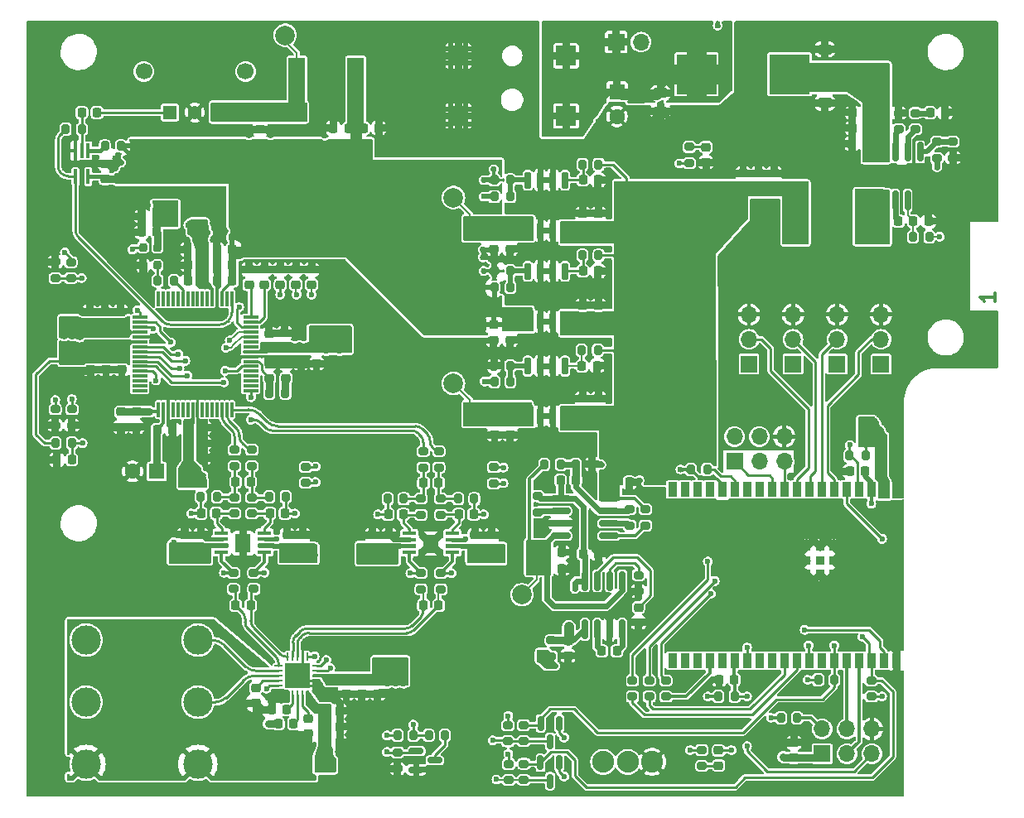
<source format=gbr>
%TF.GenerationSoftware,KiCad,Pcbnew,7.0.4*%
%TF.CreationDate,2023-07-09T20:25:32+02:00*%
%TF.ProjectId,ample,616d706c-652e-46b6-9963-61645f706362,rev?*%
%TF.SameCoordinates,Original*%
%TF.FileFunction,Copper,L1,Top*%
%TF.FilePolarity,Positive*%
%FSLAX46Y46*%
G04 Gerber Fmt 4.6, Leading zero omitted, Abs format (unit mm)*
G04 Created by KiCad (PCBNEW 7.0.4) date 2023-07-09 20:25:32*
%MOMM*%
%LPD*%
G01*
G04 APERTURE LIST*
G04 Aperture macros list*
%AMRoundRect*
0 Rectangle with rounded corners*
0 $1 Rounding radius*
0 $2 $3 $4 $5 $6 $7 $8 $9 X,Y pos of 4 corners*
0 Add a 4 corners polygon primitive as box body*
4,1,4,$2,$3,$4,$5,$6,$7,$8,$9,$2,$3,0*
0 Add four circle primitives for the rounded corners*
1,1,$1+$1,$2,$3*
1,1,$1+$1,$4,$5*
1,1,$1+$1,$6,$7*
1,1,$1+$1,$8,$9*
0 Add four rect primitives between the rounded corners*
20,1,$1+$1,$2,$3,$4,$5,0*
20,1,$1+$1,$4,$5,$6,$7,0*
20,1,$1+$1,$6,$7,$8,$9,0*
20,1,$1+$1,$8,$9,$2,$3,0*%
G04 Aperture macros list end*
%ADD10C,0.300000*%
%TA.AperFunction,NonConductor*%
%ADD11C,0.300000*%
%TD*%
%TA.AperFunction,SMDPad,CuDef*%
%ADD12C,2.000000*%
%TD*%
%TA.AperFunction,SMDPad,CuDef*%
%ADD13RoundRect,0.200000X-0.275000X0.200000X-0.275000X-0.200000X0.275000X-0.200000X0.275000X0.200000X0*%
%TD*%
%TA.AperFunction,SMDPad,CuDef*%
%ADD14RoundRect,0.200000X0.200000X0.275000X-0.200000X0.275000X-0.200000X-0.275000X0.200000X-0.275000X0*%
%TD*%
%TA.AperFunction,SMDPad,CuDef*%
%ADD15RoundRect,0.225000X-0.250000X0.225000X-0.250000X-0.225000X0.250000X-0.225000X0.250000X0.225000X0*%
%TD*%
%TA.AperFunction,SMDPad,CuDef*%
%ADD16RoundRect,0.225000X-0.225000X-0.250000X0.225000X-0.250000X0.225000X0.250000X-0.225000X0.250000X0*%
%TD*%
%TA.AperFunction,SMDPad,CuDef*%
%ADD17RoundRect,0.225000X0.250000X-0.225000X0.250000X0.225000X-0.250000X0.225000X-0.250000X-0.225000X0*%
%TD*%
%TA.AperFunction,SMDPad,CuDef*%
%ADD18RoundRect,0.225000X0.225000X0.250000X-0.225000X0.250000X-0.225000X-0.250000X0.225000X-0.250000X0*%
%TD*%
%TA.AperFunction,SMDPad,CuDef*%
%ADD19R,0.400000X1.500000*%
%TD*%
%TA.AperFunction,SMDPad,CuDef*%
%ADD20R,1.200000X2.600000*%
%TD*%
%TA.AperFunction,ComponentPad*%
%ADD21R,1.700000X1.700000*%
%TD*%
%TA.AperFunction,ComponentPad*%
%ADD22O,1.700000X1.700000*%
%TD*%
%TA.AperFunction,SMDPad,CuDef*%
%ADD23RoundRect,0.200000X-0.200000X-0.275000X0.200000X-0.275000X0.200000X0.275000X-0.200000X0.275000X0*%
%TD*%
%TA.AperFunction,SMDPad,CuDef*%
%ADD24RoundRect,0.200000X0.275000X-0.200000X0.275000X0.200000X-0.275000X0.200000X-0.275000X-0.200000X0*%
%TD*%
%TA.AperFunction,SMDPad,CuDef*%
%ADD25RoundRect,0.062500X-0.062500X0.350000X-0.062500X-0.350000X0.062500X-0.350000X0.062500X0.350000X0*%
%TD*%
%TA.AperFunction,SMDPad,CuDef*%
%ADD26RoundRect,0.062500X-0.350000X0.062500X-0.350000X-0.062500X0.350000X-0.062500X0.350000X0.062500X0*%
%TD*%
%TA.AperFunction,SMDPad,CuDef*%
%ADD27R,2.500000X2.500000*%
%TD*%
%TA.AperFunction,SMDPad,CuDef*%
%ADD28R,1.450000X0.450000*%
%TD*%
%TA.AperFunction,SMDPad,CuDef*%
%ADD29R,1.570000X1.890000*%
%TD*%
%TA.AperFunction,ComponentPad*%
%ADD30C,3.000000*%
%TD*%
%TA.AperFunction,SMDPad,CuDef*%
%ADD31RoundRect,0.150000X0.150000X-0.825000X0.150000X0.825000X-0.150000X0.825000X-0.150000X-0.825000X0*%
%TD*%
%TA.AperFunction,SMDPad,CuDef*%
%ADD32R,3.300000X2.410000*%
%TD*%
%TA.AperFunction,SMDPad,CuDef*%
%ADD33RoundRect,0.218750X-0.256250X0.218750X-0.256250X-0.218750X0.256250X-0.218750X0.256250X0.218750X0*%
%TD*%
%TA.AperFunction,SMDPad,CuDef*%
%ADD34RoundRect,0.150000X0.150000X-0.725000X0.150000X0.725000X-0.150000X0.725000X-0.150000X-0.725000X0*%
%TD*%
%TA.AperFunction,ComponentPad*%
%ADD35R,1.600000X1.600000*%
%TD*%
%TA.AperFunction,ComponentPad*%
%ADD36C,1.600000*%
%TD*%
%TA.AperFunction,ComponentPad*%
%ADD37C,2.240000*%
%TD*%
%TA.AperFunction,SMDPad,CuDef*%
%ADD38RoundRect,0.150000X-0.150000X0.587500X-0.150000X-0.587500X0.150000X-0.587500X0.150000X0.587500X0*%
%TD*%
%TA.AperFunction,SMDPad,CuDef*%
%ADD39RoundRect,0.250000X-0.475000X0.250000X-0.475000X-0.250000X0.475000X-0.250000X0.475000X0.250000X0*%
%TD*%
%TA.AperFunction,SMDPad,CuDef*%
%ADD40R,1.700000X5.700000*%
%TD*%
%TA.AperFunction,SMDPad,CuDef*%
%ADD41RoundRect,0.075000X-0.700000X-0.075000X0.700000X-0.075000X0.700000X0.075000X-0.700000X0.075000X0*%
%TD*%
%TA.AperFunction,SMDPad,CuDef*%
%ADD42RoundRect,0.075000X-0.075000X-0.700000X0.075000X-0.700000X0.075000X0.700000X-0.075000X0.700000X0*%
%TD*%
%TA.AperFunction,SMDPad,CuDef*%
%ADD43R,0.900000X1.500000*%
%TD*%
%TA.AperFunction,SMDPad,CuDef*%
%ADD44R,0.900000X0.900000*%
%TD*%
%TA.AperFunction,SMDPad,CuDef*%
%ADD45RoundRect,0.150000X-0.587500X-0.150000X0.587500X-0.150000X0.587500X0.150000X-0.587500X0.150000X0*%
%TD*%
%TA.AperFunction,SMDPad,CuDef*%
%ADD46RoundRect,0.150000X-0.825000X-0.150000X0.825000X-0.150000X0.825000X0.150000X-0.825000X0.150000X0*%
%TD*%
%TA.AperFunction,SMDPad,CuDef*%
%ADD47RoundRect,0.250000X0.475000X-0.250000X0.475000X0.250000X-0.475000X0.250000X-0.475000X-0.250000X0*%
%TD*%
%TA.AperFunction,SMDPad,CuDef*%
%ADD48R,4.100000X4.100000*%
%TD*%
%TA.AperFunction,SMDPad,CuDef*%
%ADD49RoundRect,0.200000X-0.200000X-0.250000X0.200000X-0.250000X0.200000X0.250000X-0.200000X0.250000X0*%
%TD*%
%TA.AperFunction,SMDPad,CuDef*%
%ADD50RoundRect,0.218750X0.256250X-0.218750X0.256250X0.218750X-0.256250X0.218750X-0.256250X-0.218750X0*%
%TD*%
%TA.AperFunction,ComponentPad*%
%ADD51R,1.400000X1.400000*%
%TD*%
%TA.AperFunction,ComponentPad*%
%ADD52C,1.400000*%
%TD*%
%TA.AperFunction,ComponentPad*%
%ADD53C,1.700000*%
%TD*%
%TA.AperFunction,SMDPad,CuDef*%
%ADD54R,2.000000X2.000000*%
%TD*%
%TA.AperFunction,ViaPad*%
%ADD55C,0.600000*%
%TD*%
%TA.AperFunction,Conductor*%
%ADD56C,0.200000*%
%TD*%
%TA.AperFunction,Conductor*%
%ADD57C,0.250000*%
%TD*%
%TA.AperFunction,Conductor*%
%ADD58C,0.500000*%
%TD*%
%TA.AperFunction,Conductor*%
%ADD59C,0.600000*%
%TD*%
%TA.AperFunction,Conductor*%
%ADD60C,0.800000*%
%TD*%
%TA.AperFunction,Conductor*%
%ADD61C,0.300000*%
%TD*%
%TA.AperFunction,Conductor*%
%ADD62C,0.400000*%
%TD*%
%TA.AperFunction,Conductor*%
%ADD63C,1.000000*%
%TD*%
G04 APERTURE END LIST*
D10*
D11*
X199300828Y-78159774D02*
X199300828Y-79016917D01*
X199300828Y-78588346D02*
X197800828Y-78588346D01*
X197800828Y-78588346D02*
X198015114Y-78731203D01*
X198015114Y-78731203D02*
X198157971Y-78874060D01*
X198157971Y-78874060D02*
X198229400Y-79016917D01*
D12*
%TO.P,TP12,1,1*%
%TO.N,/Input/OPT_VCC*%
X126800000Y-51800000D03*
%TD*%
%TO.P,TP10,1,1*%
%TO.N,+3V3*%
X144000000Y-68400000D03*
%TD*%
%TO.P,TP7,1,1*%
%TO.N,+5V5*%
X169000000Y-68400000D03*
%TD*%
%TO.P,TP5,1,1*%
%TO.N,+5VA*%
X144000000Y-87400000D03*
%TD*%
%TO.P,TP4,1,1*%
%TO.N,OP_VCC-*%
X151000000Y-109000000D03*
%TD*%
%TO.P,TP2,1,1*%
%TO.N,GND*%
X188600000Y-52000000D03*
%TD*%
%TO.P,TP1,1,1*%
%TO.N,+5V*%
X144000000Y-77600000D03*
%TD*%
D13*
%TO.P,R63,1*%
%TO.N,Net-(C97-Pad2)*%
X121512500Y-106775000D03*
%TO.P,R63,2*%
%TO.N,/Amplifier/FILT_LEFT_N*%
X121512500Y-108425000D03*
%TD*%
D14*
%TO.P,R21,1*%
%TO.N,+5V5*%
X158825000Y-65000000D03*
%TO.P,R21,2*%
%TO.N,Net-(U6-EN)*%
X157175000Y-65000000D03*
%TD*%
D15*
%TO.P,C6,1*%
%TO.N,Net-(U2-FC)*%
X155700000Y-113700000D03*
%TO.P,C6,2*%
%TO.N,GND*%
X155700000Y-115250000D03*
%TD*%
D16*
%TO.P,C3,1*%
%TO.N,Net-(U1-EN)*%
X157225000Y-75900000D03*
%TO.P,C3,2*%
%TO.N,GND*%
X158775000Y-75900000D03*
%TD*%
D17*
%TO.P,C100,1*%
%TO.N,OP_VCC-*%
X128612500Y-104425000D03*
%TO.P,C100,2*%
%TO.N,GND*%
X128612500Y-102875000D03*
%TD*%
D13*
%TO.P,R55,1*%
%TO.N,Net-(C93-Pad2)*%
X121612500Y-99050000D03*
%TO.P,R55,2*%
%TO.N,Net-(C97-Pad1)*%
X121612500Y-100700000D03*
%TD*%
D17*
%TO.P,C37,1*%
%TO.N,GND*%
X124250000Y-61425000D03*
%TO.P,C37,2*%
%TO.N,/Input/OPT_VCC*%
X124250000Y-59875000D03*
%TD*%
D16*
%TO.P,C55,1*%
%TO.N,+5VA*%
X116925000Y-91900000D03*
%TO.P,C55,2*%
%TO.N,GND*%
X118475000Y-91900000D03*
%TD*%
D18*
%TO.P,C58,1*%
%TO.N,+5V*%
X121375000Y-75300001D03*
%TO.P,C58,2*%
%TO.N,GND*%
X119825000Y-75300001D03*
%TD*%
D14*
%TO.P,R59,1*%
%TO.N,Net-(C93-Pad2)*%
X119837500Y-99000000D03*
%TO.P,R59,2*%
%TO.N,Net-(C97-Pad2)*%
X118187500Y-99000000D03*
%TD*%
%TO.P,R57,1*%
%TO.N,Net-(C92-Pad2)*%
X138925000Y-99200000D03*
%TO.P,R57,2*%
%TO.N,Net-(C95-Pad2)*%
X137275000Y-99200000D03*
%TD*%
D13*
%TO.P,R19,1*%
%TO.N,Net-(U3-FB)*%
X195035000Y-62675000D03*
%TO.P,R19,2*%
%TO.N,GND*%
X195035000Y-64325000D03*
%TD*%
D19*
%TO.P,U8,1*%
%TO.N,Net-(R26-Pad1)*%
X106670000Y-63600000D03*
%TO.P,U8,2*%
%TO.N,/Input/SPDIF_DATA_1*%
X106020000Y-63600000D03*
%TO.P,U8,3,GND*%
%TO.N,GND*%
X105370000Y-63600000D03*
%TO.P,U8,4*%
%TO.N,/Input/SPDIF_DATA*%
X105370000Y-66260000D03*
%TO.P,U8,5,VCC*%
%TO.N,+5V*%
X106670000Y-66260000D03*
%TD*%
D20*
%TO.P,L2,1*%
%TO.N,/Supply/DCDC_SW*%
X185950000Y-71300000D03*
%TO.P,L2,2*%
%TO.N,+5V5*%
X178650000Y-71300000D03*
%TD*%
D21*
%TO.P,J4,1,Pin_1*%
%TO.N,+3V3*%
X181675000Y-125275000D03*
D22*
%TO.P,J4,2,Pin_2*%
%TO.N,/Microcontroller/ESP32_EN*%
X181675000Y-122735000D03*
%TO.P,J4,3,Pin_3*%
%TO.N,/Microcontroller/ESP32_TXD0*%
X184215000Y-125275000D03*
%TO.P,J4,4,Pin_4*%
%TO.N,/Microcontroller/ESP32_RXD0*%
X184215000Y-122735000D03*
%TO.P,J4,5,Pin_5*%
%TO.N,/Microcontroller/ESP32_BOOT*%
X186755000Y-125275000D03*
%TO.P,J4,6,Pin_6*%
%TO.N,GND*%
X186755000Y-122735000D03*
%TD*%
D23*
%TO.P,R30,1*%
%TO.N,Net-(X1-OUT)*%
X113775000Y-76900000D03*
%TO.P,R30,2*%
%TO.N,/Codec/OSC_OMCK*%
X115425000Y-76900000D03*
%TD*%
D14*
%TO.P,R3,1*%
%TO.N,+5V5*%
X158825000Y-74300000D03*
%TO.P,R3,2*%
%TO.N,Net-(U1-EN)*%
X157175000Y-74300000D03*
%TD*%
D18*
%TO.P,C97,1*%
%TO.N,Net-(C97-Pad1)*%
X119762500Y-100675000D03*
%TO.P,C97,2*%
%TO.N,Net-(C97-Pad2)*%
X118212500Y-100675000D03*
%TD*%
%TO.P,C47,1*%
%TO.N,+3V3*%
X113675000Y-71900000D03*
%TO.P,C47,2*%
%TO.N,GND*%
X112125000Y-71900000D03*
%TD*%
D24*
%TO.P,R18,1*%
%TO.N,+5V5*%
X193400000Y-64350000D03*
%TO.P,R18,2*%
%TO.N,Net-(U3-FB)*%
X193400000Y-62700000D03*
%TD*%
D15*
%TO.P,C71,1*%
%TO.N,+5VA*%
X130000000Y-83825000D03*
%TO.P,C71,2*%
%TO.N,GND*%
X130000000Y-85375000D03*
%TD*%
D21*
%TO.P,J9,1,Pin_1*%
%TO.N,/Control/TOUCH_1*%
X172720000Y-95375000D03*
D22*
%TO.P,J9,2,Pin_2*%
%TO.N,+3V3*%
X172720000Y-92835000D03*
%TO.P,J9,3,Pin_3*%
%TO.N,unconnected-(J9-Pin_3-Pad3)*%
X175260000Y-95375000D03*
%TO.P,J9,4,Pin_4*%
%TO.N,/Control/~{MUTE}*%
X175260000Y-92835000D03*
%TO.P,J9,5,Pin_5*%
%TO.N,/Control/TOUCH_0*%
X177800000Y-95375000D03*
%TO.P,J9,6,Pin_6*%
%TO.N,GND*%
X177800000Y-92835000D03*
%TD*%
D18*
%TO.P,C62,1*%
%TO.N,+3V3*%
X118375000Y-73700001D03*
%TO.P,C62,2*%
%TO.N,GND*%
X116825000Y-73700001D03*
%TD*%
D17*
%TO.P,C103,1*%
%TO.N,OP_VCC-*%
X127012500Y-104425000D03*
%TO.P,C103,2*%
%TO.N,GND*%
X127012500Y-102875000D03*
%TD*%
D13*
%TO.P,R31,1*%
%TO.N,/Codec/CS_AD1*%
X105010001Y-90050000D03*
%TO.P,R31,2*%
%TO.N,GND*%
X105010001Y-91700000D03*
%TD*%
D17*
%TO.P,C29,1*%
%TO.N,+5V5*%
X175200000Y-67475000D03*
%TO.P,C29,2*%
%TO.N,GND*%
X175200000Y-65925000D03*
%TD*%
D13*
%TO.P,R61,1*%
%TO.N,Net-(C95-Pad2)*%
X140700000Y-106800000D03*
%TO.P,R61,2*%
%TO.N,/Amplifier/FILT_RIGHT_N*%
X140700000Y-108450000D03*
%TD*%
D15*
%TO.P,C66,1*%
%TO.N,GND*%
X123099999Y-75750001D03*
%TO.P,C66,2*%
%TO.N,Net-(U9-RXP1{slash}GPO1)*%
X123099999Y-77300001D03*
%TD*%
D25*
%TO.P,U10,1,~{SD}*%
%TO.N,/Amplifier/AMP_EN*%
X129075000Y-115362500D03*
%TO.P,U10,2,GND*%
%TO.N,GND*%
X128575000Y-115362500D03*
%TO.P,U10,3,RIGHT_IN_P*%
%TO.N,/Amplifier/FILT_RIGHT_P*%
X128075000Y-115362500D03*
%TO.P,U10,4,RIGHT_IN_N*%
%TO.N,/Amplifier/FILT_RIGHT_N*%
X127575000Y-115362500D03*
%TO.P,U10,5,LEFT_IN_P*%
%TO.N,/Amplifier/FILT_LEFT_P*%
X127075000Y-115362500D03*
D26*
%TO.P,U10,6,LEFT_IN_N*%
%TO.N,/Amplifier/FILT_LEFT_N*%
X126137500Y-116300000D03*
%TO.P,U10,7,HP_L*%
%TO.N,/Amplifier/HP_L_0*%
X126137500Y-116800000D03*
%TO.P,U10,8,HP_R*%
%TO.N,/Amplifier/HP_R_0*%
X126137500Y-117300000D03*
%TO.P,U10,9,V-*%
%TO.N,Net-(U10-V-)*%
X126137500Y-117800000D03*
%TO.P,U10,10,CPN*%
%TO.N,Net-(U10-CPN)*%
X126137500Y-118300000D03*
D25*
%TO.P,U10,11,CP_GND*%
%TO.N,GND2*%
X127075000Y-119237500D03*
%TO.P,U10,12,V+*%
%TO.N,Net-(U10-V+)*%
X127575000Y-119237500D03*
%TO.P,U10,13,CPP*%
%TO.N,Net-(U10-CPP)*%
X128075000Y-119237500D03*
%TO.P,U10,14,VREG*%
%TO.N,Net-(U10-VREG)*%
X128575000Y-119237500D03*
%TO.P,U10,15,VDDA*%
%TO.N,+5VA*%
X129075000Y-119237500D03*
D26*
%TO.P,U10,16,GND*%
%TO.N,GND*%
X130012500Y-118300000D03*
%TO.P,U10,17,GND*%
X130012500Y-117800000D03*
%TO.P,U10,18,VDDA*%
%TO.N,+5VA*%
X130012500Y-117300000D03*
%TO.P,U10,19,I2C_SCL*%
%TO.N,Net-(Q3-D)*%
X130012500Y-116800000D03*
%TO.P,U10,20,I2C_SDA*%
%TO.N,Net-(Q2-D)*%
X130012500Y-116300000D03*
D27*
%TO.P,U10,21,PAD*%
%TO.N,GND*%
X128075000Y-117300000D03*
%TD*%
D24*
%TO.P,R43,1*%
%TO.N,Net-(U11-IO18)*%
X162299998Y-119425000D03*
%TO.P,R43,2*%
%TO.N,/Codec/CX_SDIN1*%
X162299998Y-117775000D03*
%TD*%
D17*
%TO.P,C2,1*%
%TO.N,+5V5*%
X157200000Y-80975000D03*
%TO.P,C2,2*%
%TO.N,GND*%
X157200000Y-79425000D03*
%TD*%
%TO.P,C98,1*%
%TO.N,OP_VCC-*%
X146200000Y-104475000D03*
%TO.P,C98,2*%
%TO.N,GND*%
X146200000Y-102925000D03*
%TD*%
D28*
%TO.P,U13,1,-*%
%TO.N,Net-(C97-Pad1)*%
X120300000Y-102675000D03*
%TO.P,U13,2,VOCM*%
%TO.N,GND*%
X120300000Y-103325000D03*
%TO.P,U13,3,V+*%
%TO.N,+5VA*%
X120300000Y-103975000D03*
%TO.P,U13,4,+*%
%TO.N,Net-(C97-Pad2)*%
X120300000Y-104625000D03*
%TO.P,U13,5,-*%
%TO.N,Net-(C96-Pad2)*%
X124700000Y-104625000D03*
%TO.P,U13,6,V-*%
%TO.N,OP_VCC-*%
X124700000Y-103975000D03*
%TO.P,U13,7,EN*%
%TO.N,/DAC_Filter/OPA2_EN*%
X124700000Y-103325000D03*
%TO.P,U13,8,+*%
%TO.N,Net-(C96-Pad1)*%
X124700000Y-102675000D03*
D29*
%TO.P,U13,9,EP*%
%TO.N,GND*%
X122500000Y-103750000D03*
%TD*%
D18*
%TO.P,C17,1*%
%TO.N,/Supply/DCDC_IN*%
X186300000Y-61300000D03*
%TO.P,C17,2*%
%TO.N,GND*%
X184750000Y-61300000D03*
%TD*%
D14*
%TO.P,R5,1*%
%TO.N,Net-(U1-ADJ)*%
X149825000Y-75900000D03*
%TO.P,R5,2*%
%TO.N,GND*%
X148175000Y-75900000D03*
%TD*%
D16*
%TO.P,C13,1*%
%TO.N,Net-(U3-EN)*%
X191000000Y-70800000D03*
%TO.P,C13,2*%
%TO.N,GND*%
X192550000Y-70800000D03*
%TD*%
D18*
%TO.P,C90,1*%
%TO.N,/Microcontroller/ESP32_BOOT*%
X172700000Y-117700000D03*
%TO.P,C90,2*%
%TO.N,GND*%
X171150000Y-117700000D03*
%TD*%
D13*
%TO.P,R32,1*%
%TO.N,/Codec/CS_AD0*%
X103300000Y-90050000D03*
%TO.P,R32,2*%
%TO.N,GND*%
X103300000Y-91700000D03*
%TD*%
D17*
%TO.P,C89,1*%
%TO.N,+3V3*%
X178800000Y-125675000D03*
%TO.P,C89,2*%
%TO.N,GND*%
X178800000Y-124125000D03*
%TD*%
D13*
%TO.P,R6,1*%
%TO.N,Net-(U2-FC)*%
X154000000Y-113675000D03*
%TO.P,R6,2*%
%TO.N,+5V*%
X154000000Y-115325000D03*
%TD*%
%TO.P,R42,1*%
%TO.N,+3V3*%
X169400000Y-124875000D03*
%TO.P,R42,2*%
%TO.N,Net-(D2-A)*%
X169400000Y-126525000D03*
%TD*%
D16*
%TO.P,C87,1*%
%TO.N,+3V3*%
X187625000Y-94800000D03*
%TO.P,C87,2*%
%TO.N,GND*%
X189175000Y-94800000D03*
%TD*%
D17*
%TO.P,C41,1*%
%TO.N,+5V*%
X108420000Y-66480000D03*
%TO.P,C41,2*%
%TO.N,GND*%
X108420000Y-64930000D03*
%TD*%
D13*
%TO.P,R64,1*%
%TO.N,+5VA*%
X148100000Y-95975000D03*
%TO.P,R64,2*%
%TO.N,/DAC_Filter/OPA1_EN*%
X148100000Y-97625000D03*
%TD*%
D18*
%TO.P,C93,1*%
%TO.N,Net-(C93-Pad1)*%
X123287500Y-97450000D03*
%TO.P,C93,2*%
%TO.N,Net-(C93-Pad2)*%
X121737500Y-97450000D03*
%TD*%
D30*
%TO.P,J3,R*%
%TO.N,/Amplifier/HP_R_0*%
X117885000Y-120000000D03*
%TO.P,J3,RN*%
%TO.N,unconnected-(J3-PadRN)*%
X106455000Y-120000000D03*
%TO.P,J3,S*%
%TO.N,GND2*%
X117885000Y-126350000D03*
X106455000Y-126350000D03*
%TO.P,J3,T*%
%TO.N,/Amplifier/HP_L_0*%
X117885000Y-113650000D03*
%TO.P,J3,TN*%
%TO.N,unconnected-(J3-PadTN)*%
X106455000Y-113650000D03*
%TD*%
D31*
%TO.P,U3,1,SW*%
%TO.N,/Supply/DCDC_SW*%
X187870000Y-68675000D03*
%TO.P,U3,2,BOOT*%
%TO.N,Net-(U3-BOOT)*%
X189140000Y-68675000D03*
%TO.P,U3,3,EN*%
%TO.N,Net-(U3-EN)*%
X190410000Y-68675000D03*
%TO.P,U3,4,GND*%
%TO.N,GND*%
X191680000Y-68675000D03*
%TO.P,U3,5,FB*%
%TO.N,Net-(U3-FB)*%
X191680000Y-63725000D03*
%TO.P,U3,6,COMP*%
%TO.N,Net-(U3-COMP)*%
X190410000Y-63725000D03*
%TO.P,U3,7,RLIM*%
%TO.N,Net-(U3-RLIM)*%
X189140000Y-63725000D03*
%TO.P,U3,8,VIN*%
%TO.N,/Supply/DCDC_IN*%
X187870000Y-63725000D03*
D32*
%TO.P,U3,9,GND*%
%TO.N,GND*%
X189775000Y-66200000D03*
%TD*%
D13*
%TO.P,R17,1*%
%TO.N,Net-(U2-FC)*%
X152625000Y-98940000D03*
%TO.P,R17,2*%
%TO.N,Net-(U5-SENSE)*%
X152625000Y-100590000D03*
%TD*%
D16*
%TO.P,C15,1*%
%TO.N,Net-(U2-CAP+)*%
X159150000Y-114765000D03*
%TO.P,C15,2*%
%TO.N,Net-(U2-CAP-)*%
X160700000Y-114765000D03*
%TD*%
D24*
%TO.P,R45,1*%
%TO.N,Net-(U11-IO15)*%
X165700000Y-119425000D03*
%TO.P,R45,2*%
%TO.N,/Codec/CX_SCLK*%
X165700000Y-117775000D03*
%TD*%
D15*
%TO.P,C82,1*%
%TO.N,+5VA*%
X131450000Y-117600000D03*
%TO.P,C82,2*%
%TO.N,GND*%
X131450000Y-119150000D03*
%TD*%
D18*
%TO.P,C63,1*%
%TO.N,+5V*%
X121375000Y-73700001D03*
%TO.P,C63,2*%
%TO.N,GND*%
X119825000Y-73700001D03*
%TD*%
D16*
%TO.P,C76,1*%
%TO.N,+5VA*%
X130825000Y-120900000D03*
%TO.P,C76,2*%
%TO.N,GND*%
X132375000Y-120900000D03*
%TD*%
D15*
%TO.P,C26,1*%
%TO.N,+5VA*%
X149800000Y-91100000D03*
%TO.P,C26,2*%
%TO.N,GND*%
X149800000Y-92650000D03*
%TD*%
D16*
%TO.P,C75,1*%
%TO.N,+5VA*%
X130825000Y-124100000D03*
%TO.P,C75,2*%
%TO.N,GND*%
X132375000Y-124100000D03*
%TD*%
D24*
%TO.P,R7,1*%
%TO.N,GND*%
X162900000Y-108650000D03*
%TO.P,R7,2*%
%TO.N,Net-(U2-LV)*%
X162900000Y-107000000D03*
%TD*%
D33*
%TO.P,D2,1,K*%
%TO.N,/Microcontroller/LED_1*%
X171100000Y-124912500D03*
%TO.P,D2,2,A*%
%TO.N,Net-(D2-A)*%
X171100000Y-126487500D03*
%TD*%
D23*
%TO.P,R27,1*%
%TO.N,+3V3*%
X103349999Y-93500000D03*
%TO.P,R27,2*%
%TO.N,/Codec/~{RST}*%
X104999999Y-93500000D03*
%TD*%
D34*
%TO.P,U4,1,VOUT*%
%TO.N,+5VA*%
X151595000Y-90775000D03*
%TO.P,U4,2,GND*%
%TO.N,GND*%
X152865000Y-90775000D03*
%TO.P,U4,3,GND*%
X154135000Y-90775000D03*
%TO.P,U4,4,VIN*%
%TO.N,+5V5*%
X155405000Y-90775000D03*
%TO.P,U4,5,EN*%
%TO.N,Net-(U4-EN)*%
X155405000Y-85625000D03*
%TO.P,U4,6,GND*%
%TO.N,GND*%
X154135000Y-85625000D03*
%TO.P,U4,7,GND*%
X152865000Y-85625000D03*
%TO.P,U4,8,ADJ*%
%TO.N,Net-(U4-ADJ)*%
X151595000Y-85625000D03*
%TD*%
D15*
%TO.P,C81,1*%
%TO.N,Net-(U10-V-)*%
X123800000Y-118525000D03*
%TO.P,C81,2*%
%TO.N,GND2*%
X123800000Y-120075000D03*
%TD*%
D16*
%TO.P,C20,1*%
%TO.N,Net-(U4-EN)*%
X157124999Y-85600000D03*
%TO.P,C20,2*%
%TO.N,GND*%
X158674999Y-85600000D03*
%TD*%
D35*
%TO.P,C5,1*%
%TO.N,VIN*%
X160700000Y-57600000D03*
D36*
%TO.P,C5,2*%
%TO.N,GND*%
X160700000Y-60100000D03*
%TD*%
D16*
%TO.P,C25,1*%
%TO.N,Net-(C25-Pad1)*%
X192700000Y-59700000D03*
%TO.P,C25,2*%
%TO.N,GND*%
X194250000Y-59700000D03*
%TD*%
D13*
%TO.P,R53,1*%
%TO.N,Net-(C92-Pad2)*%
X140700000Y-99175000D03*
%TO.P,R53,2*%
%TO.N,Net-(C95-Pad1)*%
X140700000Y-100825000D03*
%TD*%
D23*
%TO.P,R12,1*%
%TO.N,+5VA*%
X148175000Y-87200000D03*
%TO.P,R12,2*%
%TO.N,Net-(U4-ADJ)*%
X149825000Y-87200000D03*
%TD*%
D15*
%TO.P,C4,1*%
%TO.N,+5V*%
X149800000Y-81400000D03*
%TO.P,C4,2*%
%TO.N,GND*%
X149800000Y-82950000D03*
%TD*%
D18*
%TO.P,C60,1*%
%TO.N,+3V3*%
X118400000Y-75300001D03*
%TO.P,C60,2*%
%TO.N,GND*%
X116850000Y-75300001D03*
%TD*%
D13*
%TO.P,R35,1*%
%TO.N,/Amplifier/SDA_1*%
X151162501Y-122337500D03*
%TO.P,R35,2*%
%TO.N,Net-(Q2-D)*%
X151162501Y-123987500D03*
%TD*%
D37*
%TO.P,RV1,1,1*%
%TO.N,GND*%
X164300000Y-126100000D03*
%TO.P,RV1,2,2*%
%TO.N,/Control/POT_VOLTAGE*%
X161800000Y-126100000D03*
%TO.P,RV1,3,3*%
%TO.N,+3V3*%
X159300000Y-126100000D03*
%TD*%
D16*
%TO.P,C78,1*%
%TO.N,+5VA*%
X130825000Y-122500000D03*
%TO.P,C78,2*%
%TO.N,GND*%
X132375000Y-122500000D03*
%TD*%
D24*
%TO.P,R20,1*%
%TO.N,Net-(U5-~{ERROR})*%
X163600000Y-101925000D03*
%TO.P,R20,2*%
%TO.N,+5V5*%
X163600000Y-100275000D03*
%TD*%
D38*
%TO.P,Q3,1,G*%
%TO.N,+3V3*%
X154800000Y-126200000D03*
%TO.P,Q3,2,S*%
%TO.N,/Amplifier/SCL_1*%
X152900000Y-126200000D03*
%TO.P,Q3,3,D*%
%TO.N,Net-(Q3-D)*%
X153850000Y-128075000D03*
%TD*%
D13*
%TO.P,R52,1*%
%TO.N,Net-(C92-Pad1)*%
X142700000Y-99175000D03*
%TO.P,R52,2*%
%TO.N,Net-(C94-Pad1)*%
X142700000Y-100825000D03*
%TD*%
D17*
%TO.P,C16,1*%
%TO.N,+5V5*%
X157200000Y-90475000D03*
%TO.P,C16,2*%
%TO.N,GND*%
X157200000Y-88925000D03*
%TD*%
D23*
%TO.P,R58,1*%
%TO.N,Net-(C93-Pad1)*%
X125187500Y-99000000D03*
%TO.P,R58,2*%
%TO.N,Net-(C96-Pad2)*%
X126837500Y-99000000D03*
%TD*%
D16*
%TO.P,C88,1*%
%TO.N,+3V3*%
X187625000Y-96400000D03*
%TO.P,C88,2*%
%TO.N,GND*%
X189175000Y-96400000D03*
%TD*%
D39*
%TO.P,C10,1*%
%TO.N,/Supply/DCDC_IN*%
X181950000Y-56800000D03*
%TO.P,C10,2*%
%TO.N,GND*%
X181950000Y-58700000D03*
%TD*%
D18*
%TO.P,C101,1*%
%TO.N,/Amplifier/FILT_LEFT_P*%
X123287500Y-110100000D03*
%TO.P,C101,2*%
%TO.N,/Amplifier/FILT_LEFT_N*%
X121737500Y-110100000D03*
%TD*%
D17*
%TO.P,C43,1*%
%TO.N,+5V*%
X108400000Y-81600000D03*
%TO.P,C43,2*%
%TO.N,GND*%
X108400000Y-80050000D03*
%TD*%
D18*
%TO.P,C92,1*%
%TO.N,Net-(C92-Pad1)*%
X142475000Y-97575000D03*
%TO.P,C92,2*%
%TO.N,Net-(C92-Pad2)*%
X140925000Y-97575000D03*
%TD*%
D23*
%TO.P,R23,1*%
%TO.N,+3V3*%
X148175000Y-68300000D03*
%TO.P,R23,2*%
%TO.N,Net-(U6-ADJ)*%
X149825000Y-68300000D03*
%TD*%
D15*
%TO.P,C69,1*%
%TO.N,GND*%
X127899999Y-75724999D03*
%TO.P,C69,2*%
%TO.N,Net-(U9-RXP4{slash}GPO4)*%
X127899999Y-77274999D03*
%TD*%
D18*
%TO.P,C14,1*%
%TO.N,/Supply/DCDC_IN*%
X186300000Y-59700000D03*
%TO.P,C14,2*%
%TO.N,GND*%
X184750000Y-59700000D03*
%TD*%
D23*
%TO.P,R4,1*%
%TO.N,+5V*%
X148175000Y-77600000D03*
%TO.P,R4,2*%
%TO.N,Net-(U1-ADJ)*%
X149825000Y-77600000D03*
%TD*%
D15*
%TO.P,C67,1*%
%TO.N,GND*%
X124699999Y-75750000D03*
%TO.P,C67,2*%
%TO.N,Net-(U9-RXP2{slash}GPO2)*%
X124699999Y-77300000D03*
%TD*%
D18*
%TO.P,C91,1*%
%TO.N,/Microcontroller/ESP32_EN*%
X186075000Y-96400000D03*
%TO.P,C91,2*%
%TO.N,GND*%
X184525000Y-96400000D03*
%TD*%
D15*
%TO.P,C85,1*%
%TO.N,Net-(U10-VREG)*%
X129175000Y-121650000D03*
%TO.P,C85,2*%
%TO.N,GND2*%
X129175000Y-123200000D03*
%TD*%
D21*
%TO.P,J5,1,Pin_1*%
%TO.N,+3V3*%
X183200000Y-85425000D03*
D22*
%TO.P,J5,2,Pin_2*%
%TO.N,/Microcontroller/F_SEL_1*%
X183200000Y-82885000D03*
%TO.P,J5,3,Pin_3*%
%TO.N,GND*%
X183200000Y-80345000D03*
%TD*%
D15*
%TO.P,C36,1*%
%TO.N,+3V3*%
X148125001Y-72095000D03*
%TO.P,C36,2*%
%TO.N,GND*%
X148125001Y-73645000D03*
%TD*%
D17*
%TO.P,C64,1*%
%TO.N,+5VA*%
X126716044Y-83806497D03*
%TO.P,C64,2*%
%TO.N,GND*%
X126716044Y-82256497D03*
%TD*%
D38*
%TO.P,Q2,1,G*%
%TO.N,+3V3*%
X154812501Y-122162498D03*
%TO.P,Q2,2,S*%
%TO.N,/Amplifier/SDA_1*%
X152912501Y-122162498D03*
%TO.P,Q2,3,D*%
%TO.N,Net-(Q2-D)*%
X153862501Y-124037498D03*
%TD*%
D15*
%TO.P,C49,1*%
%TO.N,+3V3*%
X110100000Y-84425000D03*
%TO.P,C49,2*%
%TO.N,GND*%
X110100000Y-85975000D03*
%TD*%
D16*
%TO.P,C86,1*%
%TO.N,+3V3*%
X187625000Y-93200000D03*
%TO.P,C86,2*%
%TO.N,GND*%
X189175000Y-93200000D03*
%TD*%
D13*
%TO.P,R50,1*%
%TO.N,/Codec/AOUTB+*%
X123412500Y-94200000D03*
%TO.P,R50,2*%
%TO.N,Net-(C93-Pad1)*%
X123412500Y-95850000D03*
%TD*%
D18*
%TO.P,C61,1*%
%TO.N,+5V*%
X121400000Y-76900000D03*
%TO.P,C61,2*%
%TO.N,GND*%
X119850000Y-76900000D03*
%TD*%
D40*
%TO.P,L3,1*%
%TO.N,/Input/OPT_VCC*%
X128000000Y-56950000D03*
%TO.P,L3,2*%
%TO.N,+5V*%
X134000000Y-56950000D03*
%TD*%
D18*
%TO.P,C21,1*%
%TO.N,/Supply/DCDC_IN*%
X186275000Y-62900000D03*
%TO.P,C21,2*%
%TO.N,GND*%
X184725000Y-62900000D03*
%TD*%
D16*
%TO.P,C33,1*%
%TO.N,+5V5*%
X160425000Y-97500000D03*
%TO.P,C33,2*%
%TO.N,GND*%
X161975000Y-97500000D03*
%TD*%
%TO.P,C40,1*%
%TO.N,GND*%
X131725000Y-61300000D03*
%TO.P,C40,2*%
%TO.N,+5V*%
X133275000Y-61300000D03*
%TD*%
D24*
%TO.P,R11,1*%
%TO.N,Net-(U3-COMP)*%
X191200000Y-61400000D03*
%TO.P,R11,2*%
%TO.N,Net-(C25-Pad1)*%
X191200000Y-59750000D03*
%TD*%
D15*
%TO.P,C80,1*%
%TO.N,+5VA*%
X136250000Y-117600000D03*
%TO.P,C80,2*%
%TO.N,GND*%
X136250000Y-119150000D03*
%TD*%
D17*
%TO.P,C105,1*%
%TO.N,+5VA*%
X118212500Y-104425000D03*
%TO.P,C105,2*%
%TO.N,GND*%
X118212500Y-102875000D03*
%TD*%
D28*
%TO.P,U12,1,-*%
%TO.N,Net-(C95-Pad1)*%
X139500000Y-102725000D03*
%TO.P,U12,2,VOCM*%
%TO.N,GND*%
X139500000Y-103375000D03*
%TO.P,U12,3,V+*%
%TO.N,+5VA*%
X139500000Y-104025000D03*
%TO.P,U12,4,+*%
%TO.N,Net-(C95-Pad2)*%
X139500000Y-104675000D03*
%TO.P,U12,5,-*%
%TO.N,Net-(C94-Pad2)*%
X143900000Y-104675000D03*
%TO.P,U12,6,V-*%
%TO.N,OP_VCC-*%
X143900000Y-104025000D03*
%TO.P,U12,7,EN*%
%TO.N,/DAC_Filter/OPA1_EN*%
X143900000Y-103375000D03*
%TO.P,U12,8,+*%
%TO.N,Net-(C94-Pad1)*%
X143900000Y-102725000D03*
D29*
%TO.P,U12,9,EP*%
%TO.N,GND*%
X141700000Y-103800000D03*
%TD*%
D13*
%TO.P,R48,1*%
%TO.N,/Codec/AOUTA+*%
X142500000Y-94350000D03*
%TO.P,R48,2*%
%TO.N,Net-(C92-Pad1)*%
X142500000Y-96000000D03*
%TD*%
D23*
%TO.P,R38,1*%
%TO.N,/Amplifier/AMP_EN*%
X141475000Y-123400000D03*
%TO.P,R38,2*%
%TO.N,Net-(Q1-D)*%
X143125000Y-123400000D03*
%TD*%
D17*
%TO.P,C104,1*%
%TO.N,+5VA*%
X135700000Y-104475000D03*
%TO.P,C104,2*%
%TO.N,GND*%
X135700000Y-102925000D03*
%TD*%
D41*
%TO.P,U9,1,CX_SDIN1*%
%TO.N,/Codec/CX_SDIN1*%
X111925000Y-80650000D03*
%TO.P,U9,2,CX_SCLK*%
%TO.N,/Codec/CX_SCLK*%
X111925000Y-81150000D03*
%TO.P,U9,3,CX_LRCK*%
%TO.N,/Codec/CX_LRCK*%
X111925000Y-81650000D03*
%TO.P,U9,4,VD*%
%TO.N,+5V*%
X111925000Y-82150000D03*
%TO.P,U9,5,DGND*%
%TO.N,GND*%
X111925000Y-82650000D03*
%TO.P,U9,6,VLC*%
%TO.N,+3V3*%
X111925000Y-83150000D03*
%TO.P,U9,7,SCL/CCLK*%
%TO.N,/Amplifier/SCL_1*%
X111925000Y-83650000D03*
%TO.P,U9,8,SDA/CDOUT*%
%TO.N,/Amplifier/SDA_1*%
X111925000Y-84150000D03*
%TO.P,U9,9,AD1/CDIN*%
%TO.N,/Codec/CS_AD1*%
X111925000Y-84650000D03*
%TO.P,U9,10,AD0/~{CS}*%
%TO.N,/Codec/CS_AD0*%
X111925000Y-85150000D03*
%TO.P,U9,11,INT*%
%TO.N,/Codec/CODEC_INT*%
X111925000Y-85650000D03*
%TO.P,U9,12,~{RST}*%
%TO.N,/Codec/~{RST}*%
X111925000Y-86150000D03*
%TO.P,U9,13,AINR-*%
%TO.N,unconnected-(U9-AINR--Pad13)*%
X111925000Y-86650000D03*
%TO.P,U9,14,AINR+*%
%TO.N,unconnected-(U9-AINR+-Pad14)*%
X111925000Y-87150000D03*
%TO.P,U9,15,AINL+*%
%TO.N,unconnected-(U9-AINL+-Pad15)*%
X111925000Y-87650000D03*
%TO.P,U9,16,AINL-*%
%TO.N,unconnected-(U9-AINL--Pad16)*%
X111925000Y-88150000D03*
D42*
%TO.P,U9,17,VQ*%
%TO.N,/Codec/VQ*%
X113850000Y-90075000D03*
%TO.P,U9,18,FILT+*%
%TO.N,/Codec/FILT+*%
X114350000Y-90075000D03*
%TO.P,U9,19,REFGND*%
%TO.N,GND*%
X114850000Y-90075000D03*
%TO.P,U9,20,AOUTB4-*%
%TO.N,unconnected-(U9-AOUTB4--Pad20)*%
X115350000Y-90075000D03*
%TO.P,U9,21,AOUTB4+*%
%TO.N,unconnected-(U9-AOUTB4+-Pad21)*%
X115850000Y-90075000D03*
%TO.P,U9,22,AOUTA4+*%
%TO.N,unconnected-(U9-AOUTA4+-Pad22)*%
X116350000Y-90075000D03*
%TO.P,U9,23,AOUTA4-*%
%TO.N,unconnected-(U9-AOUTA4--Pad23)*%
X116850000Y-90075000D03*
%TO.P,U9,24,VA*%
%TO.N,+5VA*%
X117350000Y-90075000D03*
%TO.P,U9,25,AGND*%
%TO.N,GND*%
X117850000Y-90075000D03*
%TO.P,U9,26,AOUTB3-*%
%TO.N,unconnected-(U9-AOUTB3--Pad26)*%
X118350000Y-90075000D03*
%TO.P,U9,27,AOUTB3+*%
%TO.N,unconnected-(U9-AOUTB3+-Pad27)*%
X118850000Y-90075000D03*
%TO.P,U9,28,AOUTA3+*%
%TO.N,unconnected-(U9-AOUTA3+-Pad28)*%
X119350000Y-90075000D03*
%TO.P,U9,29,AOUTA3-*%
%TO.N,unconnected-(U9-AOUTA3--Pad29)*%
X119850000Y-90075000D03*
%TO.P,U9,30,AOUTB2-*%
%TO.N,/Codec/AOUTB-*%
X120350000Y-90075000D03*
%TO.P,U9,31,AOUTB2+*%
%TO.N,/Codec/AOUTB+*%
X120850000Y-90075000D03*
%TO.P,U9,32,AOUTA2+*%
%TO.N,/Codec/AOUTA+*%
X121350000Y-90075000D03*
D41*
%TO.P,U9,33,AOUTA2-*%
%TO.N,/Codec/AOUTA-*%
X123275000Y-88150000D03*
%TO.P,U9,34,AOUTB1-*%
%TO.N,unconnected-(U9-AOUTB1--Pad34)*%
X123275000Y-87650000D03*
%TO.P,U9,35,AOUTB1+*%
%TO.N,unconnected-(U9-AOUTB1+-Pad35)*%
X123275000Y-87150000D03*
%TO.P,U9,36,AOUTA1+*%
%TO.N,unconnected-(U9-AOUTA1+-Pad36)*%
X123275000Y-86650000D03*
%TO.P,U9,37,AOUTA1-*%
%TO.N,unconnected-(U9-AOUTA1--Pad37)*%
X123275000Y-86150000D03*
%TO.P,U9,38,MUTEC*%
%TO.N,/Amplifier/MUTEC*%
X123275000Y-85650000D03*
%TO.P,U9,39,LPFLT*%
%TO.N,/Codec/LPFLT*%
X123275000Y-85150000D03*
%TO.P,U9,40,AGND*%
%TO.N,GND*%
X123275000Y-84650000D03*
%TO.P,U9,41,VARX*%
%TO.N,+5VA*%
X123275000Y-84150000D03*
%TO.P,U9,42,RXP7/GPO7*%
%TO.N,unconnected-(U9-RXP7{slash}GPO7-Pad42)*%
X123275000Y-83650000D03*
%TO.P,U9,43,RXP6/GPO6*%
%TO.N,unconnected-(U9-RXP6{slash}GPO6-Pad43)*%
X123275000Y-83150000D03*
%TO.P,U9,44,RXP5/GPO5*%
%TO.N,Net-(U9-RXP5{slash}GPO5)*%
X123275000Y-82650000D03*
%TO.P,U9,45,RXP4/GPO4*%
%TO.N,Net-(U9-RXP4{slash}GPO4)*%
X123275000Y-82150000D03*
%TO.P,U9,46,RXP3/GPO3*%
%TO.N,Net-(U9-RXP3{slash}GPO3)*%
X123275000Y-81650000D03*
%TO.P,U9,47,RXP2/GPO2*%
%TO.N,Net-(U9-RXP2{slash}GPO2)*%
X123275000Y-81150000D03*
%TO.P,U9,48,RXP1/GPO1*%
%TO.N,Net-(U9-RXP1{slash}GPO1)*%
X123275000Y-80650000D03*
D42*
%TO.P,U9,49,RXP0*%
%TO.N,/Input/SPDIF_DATA*%
X121350000Y-78725000D03*
%TO.P,U9,50,TXP*%
%TO.N,unconnected-(U9-TXP-Pad50)*%
X120850000Y-78725000D03*
%TO.P,U9,51,VD*%
%TO.N,+5V*%
X120350000Y-78725000D03*
%TO.P,U9,52,DGND*%
%TO.N,GND*%
X119850000Y-78725000D03*
%TO.P,U9,53,VLS*%
%TO.N,+3V3*%
X119350000Y-78725000D03*
%TO.P,U9,54,SAI_SDOUT*%
%TO.N,unconnected-(U9-SAI_SDOUT-Pad54)*%
X118850000Y-78725000D03*
%TO.P,U9,55,RMCK*%
%TO.N,unconnected-(U9-RMCK-Pad55)*%
X118350000Y-78725000D03*
%TO.P,U9,56,CX_SDOUT*%
%TO.N,unconnected-(U9-CX_SDOUT-Pad56)*%
X117850000Y-78725000D03*
%TO.P,U9,57,ADCIN2*%
%TO.N,unconnected-(U9-ADCIN2-Pad57)*%
X117350000Y-78725000D03*
%TO.P,U9,58,ADCIN1*%
%TO.N,unconnected-(U9-ADCIN1-Pad58)*%
X116850000Y-78725000D03*
%TO.P,U9,59,OMCK*%
%TO.N,/Codec/OSC_OMCK*%
X116350000Y-78725000D03*
%TO.P,U9,60,SAI_LRCK*%
%TO.N,unconnected-(U9-SAI_LRCK-Pad60)*%
X115850000Y-78725000D03*
%TO.P,U9,61,SAI_SCLK*%
%TO.N,unconnected-(U9-SAI_SCLK-Pad61)*%
X115350000Y-78725000D03*
%TO.P,U9,62,CX_SDIN4*%
%TO.N,unconnected-(U9-CX_SDIN4-Pad62)*%
X114850000Y-78725000D03*
%TO.P,U9,63,CX_SDIN3*%
%TO.N,unconnected-(U9-CX_SDIN3-Pad63)*%
X114350000Y-78725000D03*
%TO.P,U9,64,CX_SDIN2*%
%TO.N,unconnected-(U9-CX_SDIN2-Pad64)*%
X113850000Y-78725000D03*
%TD*%
D16*
%TO.P,C94,1*%
%TO.N,Net-(C94-Pad1)*%
X144525000Y-100800000D03*
%TO.P,C94,2*%
%TO.N,Net-(C94-Pad2)*%
X146075000Y-100800000D03*
%TD*%
D23*
%TO.P,R15,1*%
%TO.N,Net-(U5-FEEDBACK)*%
X156500000Y-95665000D03*
%TO.P,R15,2*%
%TO.N,GND*%
X158150000Y-95665000D03*
%TD*%
D21*
%TO.P,J2,1,Pin_1*%
%TO.N,VIN*%
X160625000Y-52500000D03*
D22*
%TO.P,J2,2,Pin_2*%
%TO.N,GND*%
X163165000Y-52500000D03*
%TD*%
D24*
%TO.P,R34,1*%
%TO.N,GND*%
X138275000Y-126775000D03*
%TO.P,R34,2*%
%TO.N,/Amplifier/MUTEC*%
X138275000Y-125125000D03*
%TD*%
D18*
%TO.P,C42,1*%
%TO.N,/Codec/~{RST}*%
X105000000Y-95200000D03*
%TO.P,C42,2*%
%TO.N,GND*%
X103450000Y-95200000D03*
%TD*%
D15*
%TO.P,C68,1*%
%TO.N,GND*%
X126299999Y-75750000D03*
%TO.P,C68,2*%
%TO.N,Net-(U9-RXP3{slash}GPO3)*%
X126299999Y-77300000D03*
%TD*%
D14*
%TO.P,R9,1*%
%TO.N,+5V5*%
X158750000Y-84000000D03*
%TO.P,R9,2*%
%TO.N,Net-(U4-EN)*%
X157100000Y-84000000D03*
%TD*%
D13*
%TO.P,R36,1*%
%TO.N,/Amplifier/SCL_1*%
X151200000Y-126300000D03*
%TO.P,R36,2*%
%TO.N,Net-(Q3-D)*%
X151200000Y-127950000D03*
%TD*%
D18*
%TO.P,C39,1*%
%TO.N,GND*%
X136375000Y-61300000D03*
%TO.P,C39,2*%
%TO.N,+5V*%
X134825000Y-61300000D03*
%TD*%
%TO.P,C77,1*%
%TO.N,Net-(U10-CPP)*%
X127650000Y-122225000D03*
%TO.P,C77,2*%
%TO.N,Net-(U10-CPN)*%
X126100000Y-122225000D03*
%TD*%
D23*
%TO.P,R1,1*%
%TO.N,+3V3*%
X181275000Y-117700000D03*
%TO.P,R1,2*%
%TO.N,/Amplifier/SDA_1*%
X182925000Y-117700000D03*
%TD*%
D16*
%TO.P,C19,1*%
%TO.N,OP_VCC-*%
X153550000Y-104665001D03*
%TO.P,C19,2*%
%TO.N,GND*%
X155100000Y-104665001D03*
%TD*%
D18*
%TO.P,C83,1*%
%TO.N,Net-(U10-V+)*%
X126975000Y-120725000D03*
%TO.P,C83,2*%
%TO.N,GND2*%
X125425000Y-120725000D03*
%TD*%
D17*
%TO.P,C107,1*%
%TO.N,+5VA*%
X116512500Y-104425000D03*
%TO.P,C107,2*%
%TO.N,GND*%
X116512500Y-102875000D03*
%TD*%
%TO.P,C102,1*%
%TO.N,OP_VCC-*%
X147900000Y-104475000D03*
%TO.P,C102,2*%
%TO.N,GND*%
X147900000Y-102925000D03*
%TD*%
D18*
%TO.P,C46,1*%
%TO.N,+3V3*%
X113675000Y-70300000D03*
%TO.P,C46,2*%
%TO.N,GND*%
X112125000Y-70300000D03*
%TD*%
D16*
%TO.P,C38,1*%
%TO.N,/Input/SPDIF_DATA_1*%
X106025000Y-59700000D03*
%TO.P,C38,2*%
%TO.N,Net-(U7-OUT)*%
X107575000Y-59700000D03*
%TD*%
%TO.P,C96,1*%
%TO.N,Net-(C96-Pad1)*%
X125237500Y-100675000D03*
%TO.P,C96,2*%
%TO.N,Net-(C96-Pad2)*%
X126787500Y-100675000D03*
%TD*%
D23*
%TO.P,R46,1*%
%TO.N,+3V3*%
X171075000Y-119400000D03*
%TO.P,R46,2*%
%TO.N,/Microcontroller/ESP32_BOOT*%
X172725000Y-119400000D03*
%TD*%
D15*
%TO.P,C84,1*%
%TO.N,+5VA*%
X133050000Y-117600000D03*
%TO.P,C84,2*%
%TO.N,GND*%
X133050000Y-119150000D03*
%TD*%
D18*
%TO.P,C99,1*%
%TO.N,/Amplifier/FILT_RIGHT_P*%
X142475000Y-110100000D03*
%TO.P,C99,2*%
%TO.N,/Amplifier/FILT_RIGHT_N*%
X140925000Y-110100000D03*
%TD*%
D17*
%TO.P,C31,1*%
%TO.N,+5V5*%
X158800000Y-71575000D03*
%TO.P,C31,2*%
%TO.N,GND*%
X158800000Y-70025000D03*
%TD*%
D24*
%TO.P,R44,1*%
%TO.N,Net-(U11-IO5)*%
X163999999Y-119425000D03*
%TO.P,R44,2*%
%TO.N,/Codec/CX_LRCK*%
X163999999Y-117775000D03*
%TD*%
D43*
%TO.P,U11,1,GND*%
%TO.N,GND*%
X189260000Y-98250000D03*
%TO.P,U11,2,3V3*%
%TO.N,+3V3*%
X187990000Y-98250000D03*
%TO.P,U11,3,EN*%
%TO.N,/Microcontroller/ESP32_EN*%
X186720000Y-98250000D03*
%TO.P,U11,4,SENSOR_VP*%
%TO.N,/Control/~{MUTE}*%
X185450000Y-98250000D03*
%TO.P,U11,5,SENSOR_VN*%
%TO.N,/Control/POT_VOLTAGE*%
X184180000Y-98250000D03*
%TO.P,U11,6,IO34*%
%TO.N,/Microcontroller/F_SEL_0*%
X182910000Y-98250000D03*
%TO.P,U11,7,IO35*%
%TO.N,/Microcontroller/F_SEL_1*%
X181640000Y-98250000D03*
%TO.P,U11,8,IO32*%
%TO.N,/Microcontroller/FILTER_SEL*%
X180370000Y-98250000D03*
%TO.P,U11,9,IO33*%
%TO.N,/Microcontroller/POT_SEL*%
X179100000Y-98250000D03*
%TO.P,U11,10,IO25*%
%TO.N,/Control/TOUCH_0*%
X177830000Y-98250000D03*
%TO.P,U11,11,IO26*%
%TO.N,/Control/TOUCH_1*%
X176560000Y-98250000D03*
%TO.P,U11,12,IO27*%
%TO.N,unconnected-(U11-IO27-Pad12)*%
X175290000Y-98250000D03*
%TO.P,U11,13,IO14*%
%TO.N,unconnected-(U11-IO14-Pad13)*%
X174020000Y-98250000D03*
%TO.P,U11,14,IO12*%
%TO.N,Net-(U11-IO12)*%
X172750000Y-98250000D03*
%TO.P,U11,15,GND*%
%TO.N,GND*%
X171480000Y-98250000D03*
%TO.P,U11,16,IO13*%
%TO.N,unconnected-(U11-IO13-Pad16)*%
X170210000Y-98250000D03*
%TO.P,U11,17,NC*%
%TO.N,unconnected-(U11-NC-Pad17)*%
X168940000Y-98250000D03*
%TO.P,U11,18,NC*%
%TO.N,unconnected-(U11-NC-Pad18)*%
X167670000Y-98250000D03*
%TO.P,U11,19,NC*%
%TO.N,unconnected-(U11-NC-Pad19)*%
X166400000Y-98250000D03*
%TO.P,U11,20,NC*%
%TO.N,unconnected-(U11-NC-Pad20)*%
X166400000Y-115750000D03*
%TO.P,U11,21,NC*%
%TO.N,unconnected-(U11-NC-Pad21)*%
X167670000Y-115750000D03*
%TO.P,U11,22,NC*%
%TO.N,unconnected-(U11-NC-Pad22)*%
X168940000Y-115750000D03*
%TO.P,U11,23,IO15*%
%TO.N,Net-(U11-IO15)*%
X170210000Y-115750000D03*
%TO.P,U11,24,IO2*%
%TO.N,unconnected-(U11-IO2-Pad24)*%
X171480000Y-115750000D03*
%TO.P,U11,25,IO0*%
%TO.N,/Microcontroller/ESP32_BOOT*%
X172750000Y-115750000D03*
%TO.P,U11,26,IO4*%
%TO.N,/Codec/~{RST}*%
X174020000Y-115750000D03*
%TO.P,U11,27,NC*%
%TO.N,unconnected-(U11-NC-Pad27)*%
X175290000Y-115750000D03*
%TO.P,U11,28,NC*%
%TO.N,unconnected-(U11-NC-Pad28)*%
X176560000Y-115750000D03*
%TO.P,U11,29,IO5*%
%TO.N,Net-(U11-IO5)*%
X177830000Y-115750000D03*
%TO.P,U11,30,IO18*%
%TO.N,Net-(U11-IO18)*%
X179100000Y-115750000D03*
%TO.P,U11,31,IO19*%
%TO.N,/Microcontroller/LED_1*%
X180370000Y-115750000D03*
%TO.P,U11,32,NC*%
%TO.N,unconnected-(U11-NC-Pad32)*%
X181640000Y-115750000D03*
%TO.P,U11,33,IO21*%
%TO.N,/Amplifier/SDA_1*%
X182910000Y-115750000D03*
%TO.P,U11,34,RXD0*%
%TO.N,/Microcontroller/ESP32_RXD0*%
X184180000Y-115750000D03*
%TO.P,U11,35,TXD0*%
%TO.N,/Microcontroller/ESP32_TXD0*%
X185450000Y-115750000D03*
%TO.P,U11,36,IO22*%
%TO.N,/Amplifier/SCL_1*%
X186720000Y-115750000D03*
%TO.P,U11,37,IO23*%
%TO.N,/Codec/CODEC_INT*%
X187990000Y-115750000D03*
%TO.P,U11,38,GND*%
%TO.N,GND*%
X189260000Y-115750000D03*
D44*
%TO.P,U11,39,GND*%
X182860000Y-104100000D03*
X181460000Y-104100000D03*
X180060000Y-104100000D03*
X182860000Y-105500000D03*
X181460000Y-105500000D03*
X180060000Y-105500000D03*
X182860000Y-106900000D03*
X181460000Y-106900000D03*
X180060000Y-106900000D03*
%TD*%
D15*
%TO.P,C28,1*%
%TO.N,+5VA*%
X148200000Y-91100000D03*
%TO.P,C28,2*%
%TO.N,GND*%
X148200000Y-92650000D03*
%TD*%
D24*
%TO.P,R40,1*%
%TO.N,Net-(Q3-D)*%
X149650000Y-127962500D03*
%TO.P,R40,2*%
%TO.N,+5V*%
X149650000Y-126312500D03*
%TD*%
D45*
%TO.P,Q1,1,G*%
%TO.N,/Amplifier/MUTEC*%
X140200000Y-125000000D03*
%TO.P,Q1,2,S*%
%TO.N,GND*%
X140200000Y-126900000D03*
%TO.P,Q1,3,D*%
%TO.N,Net-(Q1-D)*%
X142075000Y-125950000D03*
%TD*%
D23*
%TO.P,R33,1*%
%TO.N,/Codec/LPFLT*%
X125175000Y-88400000D03*
%TO.P,R33,2*%
%TO.N,Net-(C73-Pad1)*%
X126825000Y-88400000D03*
%TD*%
D39*
%TO.P,C8,1*%
%TO.N,VIN*%
X165150000Y-57700000D03*
%TO.P,C8,2*%
%TO.N,GND*%
X165150000Y-59600000D03*
%TD*%
D35*
%TO.P,C53,1*%
%TO.N,/Codec/FILT+*%
X113682380Y-96400000D03*
D36*
%TO.P,C53,2*%
%TO.N,GND*%
X111182380Y-96400000D03*
%TD*%
D46*
%TO.P,U5,1,OUT*%
%TO.N,Net-(U2-FC)*%
X154950000Y-99160000D03*
%TO.P,U5,2,SENSE*%
%TO.N,Net-(U5-SENSE)*%
X154950000Y-100430000D03*
%TO.P,U5,3,SHUTDOWN*%
%TO.N,GND*%
X154950000Y-101700000D03*
%TO.P,U5,4,GND*%
%TO.N,OP_VCC-*%
X154950000Y-102970000D03*
%TO.P,U5,5,~{ERROR}*%
%TO.N,Net-(U5-~{ERROR})*%
X159900000Y-102970000D03*
%TO.P,U5,6,VTAP*%
%TO.N,Net-(U5-VTAP)*%
X159900000Y-101700000D03*
%TO.P,U5,7,FEEDBACK*%
%TO.N,Net-(U5-FEEDBACK)*%
X159900000Y-100430000D03*
%TO.P,U5,8,IN*%
%TO.N,+5V5*%
X159900000Y-99160000D03*
%TD*%
D47*
%TO.P,C11,1*%
%TO.N,/Supply/DCDC_IN*%
X181950000Y-55150000D03*
%TO.P,C11,2*%
%TO.N,GND*%
X181950000Y-53250000D03*
%TD*%
D13*
%TO.P,R29,1*%
%TO.N,GND*%
X103300000Y-74975000D03*
%TO.P,R29,2*%
%TO.N,Net-(X1-Tri-State)*%
X103300000Y-76625000D03*
%TD*%
D24*
%TO.P,R22,1*%
%TO.N,+5V5*%
X168100000Y-64862500D03*
%TO.P,R22,2*%
%TO.N,Net-(D1-A)*%
X168100000Y-63212500D03*
%TD*%
D17*
%TO.P,C12,1*%
%TO.N,+5V5*%
X158800000Y-90475000D03*
%TO.P,C12,2*%
%TO.N,GND*%
X158800000Y-88925000D03*
%TD*%
D15*
%TO.P,C35,1*%
%TO.N,+3V3*%
X149800000Y-72100000D03*
%TO.P,C35,2*%
%TO.N,GND*%
X149800000Y-73650000D03*
%TD*%
D21*
%TO.P,J7,1,Pin_1*%
%TO.N,+3V3*%
X178700000Y-85425000D03*
D22*
%TO.P,J7,2,Pin_2*%
%TO.N,/Microcontroller/FILTER_SEL*%
X178700000Y-82885000D03*
%TO.P,J7,3,Pin_3*%
%TO.N,GND*%
X178700000Y-80345000D03*
%TD*%
D13*
%TO.P,R65,1*%
%TO.N,+5VA*%
X128900000Y-95925000D03*
%TO.P,R65,2*%
%TO.N,/DAC_Filter/OPA2_EN*%
X128900000Y-97575000D03*
%TD*%
D15*
%TO.P,C7,1*%
%TO.N,+5V*%
X148099999Y-81400000D03*
%TO.P,C7,2*%
%TO.N,GND*%
X148099999Y-82950000D03*
%TD*%
D17*
%TO.P,C73,1*%
%TO.N,Net-(C73-Pad1)*%
X126900000Y-86875000D03*
%TO.P,C73,2*%
%TO.N,GND*%
X126900000Y-85325000D03*
%TD*%
D16*
%TO.P,C24,1*%
%TO.N,/Supply/DCDC_SW*%
X187925000Y-70800000D03*
%TO.P,C24,2*%
%TO.N,Net-(U3-BOOT)*%
X189475000Y-70800000D03*
%TD*%
%TO.P,C56,1*%
%TO.N,+5VA*%
X116925000Y-95000000D03*
%TO.P,C56,2*%
%TO.N,GND*%
X118475000Y-95000000D03*
%TD*%
D14*
%TO.P,R37,1*%
%TO.N,/Amplifier/AMP_EN*%
X139925000Y-123400000D03*
%TO.P,R37,2*%
%TO.N,+5VA*%
X138275000Y-123400000D03*
%TD*%
D17*
%TO.P,C27,1*%
%TO.N,+5V5*%
X176800000Y-67475000D03*
%TO.P,C27,2*%
%TO.N,GND*%
X176800000Y-65925000D03*
%TD*%
D48*
%TO.P,L1,1*%
%TO.N,VIN*%
X168850000Y-55800000D03*
%TO.P,L1,2*%
%TO.N,/Supply/DCDC_IN*%
X178350000Y-55800000D03*
%TD*%
D24*
%TO.P,R10,1*%
%TO.N,Net-(U3-RLIM)*%
X189500000Y-61425000D03*
%TO.P,R10,2*%
%TO.N,GND*%
X189500000Y-59775000D03*
%TD*%
D15*
%TO.P,C9,1*%
%TO.N,Net-(U2-OSC)*%
X162900000Y-110300000D03*
%TO.P,C9,2*%
%TO.N,GND*%
X162900000Y-111850000D03*
%TD*%
D17*
%TO.P,C52,1*%
%TO.N,GND*%
X110000000Y-91850000D03*
%TO.P,C52,2*%
%TO.N,/Codec/VQ*%
X110000000Y-90300000D03*
%TD*%
%TO.P,C106,1*%
%TO.N,+5VA*%
X137400000Y-104475000D03*
%TO.P,C106,2*%
%TO.N,GND*%
X137400000Y-102925000D03*
%TD*%
D16*
%TO.P,C23,1*%
%TO.N,Net-(U2-FC)*%
X154950000Y-97265000D03*
%TO.P,C23,2*%
%TO.N,Net-(U5-FEEDBACK)*%
X156500000Y-97265000D03*
%TD*%
D31*
%TO.P,U2,1,FC*%
%TO.N,Net-(U2-FC)*%
X157420000Y-112540000D03*
%TO.P,U2,2,CAP+*%
%TO.N,Net-(U2-CAP+)*%
X158690000Y-112540000D03*
%TO.P,U2,3,GND*%
%TO.N,GND*%
X159960000Y-112540000D03*
%TO.P,U2,4,CAP-*%
%TO.N,Net-(U2-CAP-)*%
X161230000Y-112540000D03*
%TO.P,U2,5,OUT*%
%TO.N,OP_VCC-*%
X161230000Y-107590000D03*
%TO.P,U2,6,LV*%
%TO.N,Net-(U2-LV)*%
X159960000Y-107590000D03*
%TO.P,U2,7,OSC*%
%TO.N,Net-(U2-OSC)*%
X158690000Y-107590000D03*
%TO.P,U2,8,V+*%
%TO.N,Net-(U2-FC)*%
X157420000Y-107590000D03*
%TD*%
D17*
%TO.P,C44,1*%
%TO.N,+5V*%
X106799999Y-81625000D03*
%TO.P,C44,2*%
%TO.N,GND*%
X106799999Y-80075000D03*
%TD*%
D49*
%TO.P,X1,1,Tri-State*%
%TO.N,Net-(X1-Tri-State)*%
X112275000Y-73475000D03*
%TO.P,X1,2,GND*%
%TO.N,GND*%
X112275000Y-75325000D03*
%TO.P,X1,3,OUT*%
%TO.N,Net-(X1-OUT)*%
X113725000Y-75325000D03*
%TO.P,X1,4,VDD*%
%TO.N,+3V3*%
X113725000Y-73475000D03*
%TD*%
D17*
%TO.P,C32,1*%
%TO.N,+5V5*%
X157200000Y-71575000D03*
%TO.P,C32,2*%
%TO.N,GND*%
X157200000Y-70025000D03*
%TD*%
D16*
%TO.P,C54,1*%
%TO.N,/Codec/FILT+*%
X113725000Y-92100000D03*
%TO.P,C54,2*%
%TO.N,GND*%
X115275000Y-92100000D03*
%TD*%
%TO.P,C59,1*%
%TO.N,+5VA*%
X116925000Y-93500000D03*
%TO.P,C59,2*%
%TO.N,GND*%
X118475000Y-93500000D03*
%TD*%
D24*
%TO.P,R28,1*%
%TO.N,Net-(X1-Tri-State)*%
X104900000Y-76650000D03*
%TO.P,R28,2*%
%TO.N,+3V3*%
X104900000Y-75000000D03*
%TD*%
D15*
%TO.P,C50,1*%
%TO.N,+3V3*%
X108500001Y-84425000D03*
%TO.P,C50,2*%
%TO.N,GND*%
X108500001Y-85975000D03*
%TD*%
%TO.P,C70,1*%
%TO.N,GND*%
X129499999Y-75750000D03*
%TO.P,C70,2*%
%TO.N,Net-(U9-RXP5{slash}GPO5)*%
X129499999Y-77300000D03*
%TD*%
%TO.P,C79,1*%
%TO.N,+5VA*%
X134650000Y-117600000D03*
%TO.P,C79,2*%
%TO.N,GND*%
X134650000Y-119150000D03*
%TD*%
D23*
%TO.P,R47,1*%
%TO.N,+3V3*%
X177475000Y-121600000D03*
%TO.P,R47,2*%
%TO.N,/Microcontroller/ESP32_EN*%
X179125000Y-121600000D03*
%TD*%
D14*
%TO.P,R8,1*%
%TO.N,/Supply/DCDC_IN*%
X192625000Y-72400000D03*
%TO.P,R8,2*%
%TO.N,Net-(U3-EN)*%
X190975000Y-72400000D03*
%TD*%
D17*
%TO.P,C1,1*%
%TO.N,+5V5*%
X158800000Y-80975000D03*
%TO.P,C1,2*%
%TO.N,GND*%
X158800000Y-79425000D03*
%TD*%
D24*
%TO.P,R39,1*%
%TO.N,Net-(Q2-D)*%
X149562501Y-123999998D03*
%TO.P,R39,2*%
%TO.N,+5V*%
X149562501Y-122349998D03*
%TD*%
D18*
%TO.P,C57,1*%
%TO.N,+3V3*%
X118400000Y-76900001D03*
%TO.P,C57,2*%
%TO.N,GND*%
X116850000Y-76900001D03*
%TD*%
%TO.P,C95,1*%
%TO.N,Net-(C95-Pad1)*%
X138875000Y-100800000D03*
%TO.P,C95,2*%
%TO.N,Net-(C95-Pad2)*%
X137325000Y-100800000D03*
%TD*%
D24*
%TO.P,R2,1*%
%TO.N,+3V3*%
X186700000Y-119425000D03*
%TO.P,R2,2*%
%TO.N,/Amplifier/SCL_1*%
X186700000Y-117775000D03*
%TD*%
D13*
%TO.P,R62,1*%
%TO.N,Net-(C96-Pad2)*%
X123600000Y-106775000D03*
%TO.P,R62,2*%
%TO.N,/Amplifier/FILT_LEFT_P*%
X123600000Y-108425000D03*
%TD*%
%TO.P,R54,1*%
%TO.N,Net-(C93-Pad1)*%
X123412500Y-99050000D03*
%TO.P,R54,2*%
%TO.N,Net-(C96-Pad1)*%
X123412500Y-100700000D03*
%TD*%
D23*
%TO.P,R56,1*%
%TO.N,Net-(C92-Pad1)*%
X144475000Y-99200000D03*
%TO.P,R56,2*%
%TO.N,Net-(C94-Pad2)*%
X146125000Y-99200000D03*
%TD*%
D17*
%TO.P,C30,1*%
%TO.N,+5V5*%
X173600000Y-67450000D03*
%TO.P,C30,2*%
%TO.N,GND*%
X173600000Y-65900000D03*
%TD*%
D50*
%TO.P,D1,1,K*%
%TO.N,GND*%
X169800000Y-64800000D03*
%TO.P,D1,2,A*%
%TO.N,Net-(D1-A)*%
X169800000Y-63225000D03*
%TD*%
D15*
%TO.P,C72,1*%
%TO.N,+5VA*%
X128400000Y-83825000D03*
%TO.P,C72,2*%
%TO.N,GND*%
X128400000Y-85375000D03*
%TD*%
D51*
%TO.P,U7,1,OUT*%
%TO.N,Net-(U7-OUT)*%
X115020000Y-59700000D03*
D52*
%TO.P,U7,2,GND*%
%TO.N,GND*%
X117560000Y-59700000D03*
%TO.P,U7,3,VCC*%
%TO.N,/Input/OPT_VCC*%
X120100000Y-59700000D03*
D53*
%TO.P,U7,4,NC*%
%TO.N,unconnected-(U7-NC-Pad4)*%
X112360000Y-55500000D03*
%TO.P,U7,5,NC*%
%TO.N,unconnected-(U7-NC-Pad5)*%
X122760000Y-55500000D03*
%TD*%
D21*
%TO.P,J6,1,Pin_1*%
%TO.N,+3V3*%
X187700000Y-85425000D03*
D22*
%TO.P,J6,2,Pin_2*%
%TO.N,/Microcontroller/F_SEL_0*%
X187700000Y-82885000D03*
%TO.P,J6,3,Pin_3*%
%TO.N,GND*%
X187700000Y-80345000D03*
%TD*%
D14*
%TO.P,R13,1*%
%TO.N,Net-(U4-ADJ)*%
X149800000Y-85600001D03*
%TO.P,R13,2*%
%TO.N,GND*%
X148150000Y-85600001D03*
%TD*%
D54*
%TO.P,J1,1*%
%TO.N,VIN*%
X155500000Y-60050000D03*
X155500000Y-53900000D03*
%TO.P,J1,2*%
%TO.N,GND*%
X144500000Y-53900000D03*
%TO.P,J1,3*%
X144500000Y-60050000D03*
%TD*%
D15*
%TO.P,C51,1*%
%TO.N,/Codec/VQ*%
X111600000Y-90300000D03*
%TO.P,C51,2*%
%TO.N,GND*%
X111600000Y-91850000D03*
%TD*%
D13*
%TO.P,R60,1*%
%TO.N,Net-(C94-Pad2)*%
X142700000Y-106800000D03*
%TO.P,R60,2*%
%TO.N,/Amplifier/FILT_RIGHT_P*%
X142700000Y-108450000D03*
%TD*%
D14*
%TO.P,R24,1*%
%TO.N,Net-(U6-ADJ)*%
X149825000Y-66600000D03*
%TO.P,R24,2*%
%TO.N,GND*%
X148175000Y-66600000D03*
%TD*%
D13*
%TO.P,R51,1*%
%TO.N,/Codec/AOUTB-*%
X121612500Y-94200000D03*
%TO.P,R51,2*%
%TO.N,Net-(C93-Pad2)*%
X121612500Y-95850000D03*
%TD*%
D17*
%TO.P,C65,1*%
%TO.N,+5VA*%
X125166043Y-83831497D03*
%TO.P,C65,2*%
%TO.N,GND*%
X125166043Y-82281497D03*
%TD*%
%TO.P,C74,1*%
%TO.N,/Codec/LPFLT*%
X125200000Y-86875000D03*
%TO.P,C74,2*%
%TO.N,GND*%
X125200000Y-85325000D03*
%TD*%
D14*
%TO.P,R25,1*%
%TO.N,/Input/SPDIF_DATA_1*%
X106025000Y-61400000D03*
%TO.P,R25,2*%
%TO.N,/Input/SPDIF_DATA*%
X104375000Y-61400000D03*
%TD*%
D17*
%TO.P,C45,1*%
%TO.N,+5V*%
X109999999Y-81625000D03*
%TO.P,C45,2*%
%TO.N,GND*%
X109999999Y-80075000D03*
%TD*%
D14*
%TO.P,R66,1*%
%TO.N,+3V3*%
X186125000Y-94800000D03*
%TO.P,R66,2*%
%TO.N,/Control/~{MUTE}*%
X184475000Y-94800000D03*
%TD*%
D34*
%TO.P,U6,1,VOUT*%
%TO.N,+3V3*%
X151595000Y-71775000D03*
%TO.P,U6,2,GND*%
%TO.N,GND*%
X152865000Y-71775000D03*
%TO.P,U6,3,GND*%
X154135000Y-71775000D03*
%TO.P,U6,4,VIN*%
%TO.N,+5V5*%
X155405000Y-71775000D03*
%TO.P,U6,5,EN*%
%TO.N,Net-(U6-EN)*%
X155405000Y-66625000D03*
%TO.P,U6,6,GND*%
%TO.N,GND*%
X154135000Y-66625000D03*
%TO.P,U6,7,GND*%
X152865000Y-66625000D03*
%TO.P,U6,8,ADJ*%
%TO.N,Net-(U6-ADJ)*%
X151595000Y-66625000D03*
%TD*%
D21*
%TO.P,J8,1,Pin_1*%
%TO.N,+3V3*%
X174200000Y-85425000D03*
D22*
%TO.P,J8,2,Pin_2*%
%TO.N,/Microcontroller/POT_SEL*%
X174200000Y-82885000D03*
%TO.P,J8,3,Pin_3*%
%TO.N,GND*%
X174200000Y-80345000D03*
%TD*%
D14*
%TO.P,R41,1*%
%TO.N,Net-(U11-IO12)*%
X169925000Y-96200000D03*
%TO.P,R41,2*%
%TO.N,GND*%
X168275000Y-96200000D03*
%TD*%
D23*
%TO.P,R26,1*%
%TO.N,Net-(R26-Pad1)*%
X108370000Y-63130000D03*
%TO.P,R26,2*%
%TO.N,+5V*%
X110020000Y-63130000D03*
%TD*%
D15*
%TO.P,C48,1*%
%TO.N,+3V3*%
X106900000Y-84425000D03*
%TO.P,C48,2*%
%TO.N,GND*%
X106900000Y-85975000D03*
%TD*%
D16*
%TO.P,C18,1*%
%TO.N,Net-(U2-FC)*%
X157250000Y-104800000D03*
%TO.P,C18,2*%
%TO.N,GND*%
X158800000Y-104800000D03*
%TD*%
D34*
%TO.P,U1,1,VOUT*%
%TO.N,+5V*%
X151595000Y-81075000D03*
%TO.P,U1,2,GND*%
%TO.N,GND*%
X152865000Y-81075000D03*
%TO.P,U1,3,GND*%
X154135000Y-81075000D03*
%TO.P,U1,4,VIN*%
%TO.N,+5V5*%
X155405000Y-81075000D03*
%TO.P,U1,5,EN*%
%TO.N,Net-(U1-EN)*%
X155405000Y-75925000D03*
%TO.P,U1,6,GND*%
%TO.N,GND*%
X154135000Y-75925000D03*
%TO.P,U1,7,GND*%
X152865000Y-75925000D03*
%TO.P,U1,8,ADJ*%
%TO.N,Net-(U1-ADJ)*%
X151595000Y-75925000D03*
%TD*%
D13*
%TO.P,R16,1*%
%TO.N,Net-(U5-FEEDBACK)*%
X162000000Y-100275000D03*
%TO.P,R16,2*%
%TO.N,Net-(U5-VTAP)*%
X162000000Y-101925000D03*
%TD*%
D16*
%TO.P,C34,1*%
%TO.N,Net-(U6-EN)*%
X157225000Y-66600000D03*
%TO.P,C34,2*%
%TO.N,GND*%
X158775000Y-66600000D03*
%TD*%
D13*
%TO.P,R49,1*%
%TO.N,/Codec/AOUTA-*%
X140900000Y-94350000D03*
%TO.P,R49,2*%
%TO.N,Net-(C92-Pad2)*%
X140900000Y-96000000D03*
%TD*%
D16*
%TO.P,C22,1*%
%TO.N,OP_VCC-*%
X153550000Y-106365000D03*
%TO.P,C22,2*%
%TO.N,GND*%
X155100000Y-106365000D03*
%TD*%
D23*
%TO.P,R14,1*%
%TO.N,OP_VCC-*%
X153300000Y-95665000D03*
%TO.P,R14,2*%
%TO.N,Net-(U5-FEEDBACK)*%
X154950000Y-95665000D03*
%TD*%
D55*
%TO.N,GND*%
X190400000Y-50800000D03*
X186800000Y-53200000D03*
X171000000Y-50800000D03*
X180000000Y-50800000D03*
X190400000Y-53200000D03*
X186800000Y-50800000D03*
%TO.N,+5V5*%
X172300000Y-67500000D03*
X173600000Y-69200000D03*
X167100000Y-64912500D03*
X193400000Y-65300000D03*
%TO.N,+5V*%
X145700000Y-80300000D03*
X147700000Y-80400000D03*
X153500000Y-116300000D03*
X104200000Y-81000000D03*
X147100000Y-77600000D03*
X104200000Y-81800000D03*
X105000000Y-81000000D03*
X152800000Y-114900000D03*
X104200000Y-82600000D03*
X145400000Y-81400000D03*
X147100000Y-81800000D03*
X149600000Y-125300000D03*
X146200000Y-81000000D03*
X152800000Y-115700000D03*
X105000000Y-82600000D03*
X105800000Y-81800000D03*
X146600000Y-80200000D03*
X105800000Y-82600000D03*
X147100000Y-81000000D03*
X105000000Y-81800000D03*
X148500000Y-80400000D03*
X105800000Y-81000000D03*
X154400000Y-116300000D03*
X149600000Y-121400000D03*
X146200000Y-81800000D03*
%TO.N,GND*%
X152600000Y-74500000D03*
X119700000Y-106100000D03*
X174400000Y-64100000D03*
X104600000Y-70400000D03*
X198600000Y-84800000D03*
X150300000Y-74700000D03*
X171350000Y-108500000D03*
X172000000Y-65300000D03*
X114900000Y-82100000D03*
X162500000Y-59800000D03*
X156200000Y-70000000D03*
X120400000Y-94100000D03*
X104300000Y-63600000D03*
X112300000Y-76300000D03*
X134700000Y-101900000D03*
X196200000Y-64300000D03*
X108700000Y-79000000D03*
X137900000Y-120500000D03*
X152700000Y-65200000D03*
X188900000Y-91400000D03*
X108300000Y-78300000D03*
X147900000Y-101900000D03*
X111100000Y-69200000D03*
X119600000Y-94500000D03*
X181500000Y-105500000D03*
X143000000Y-60100000D03*
X154400000Y-82500000D03*
X133400000Y-120900000D03*
X122400000Y-89300000D03*
X128700000Y-82000000D03*
X111300000Y-74500000D03*
X102800000Y-117300000D03*
X106300000Y-87600000D03*
X104445000Y-65000000D03*
X115800000Y-73600000D03*
X104800000Y-59100000D03*
X124600000Y-111700000D03*
X182891076Y-64684804D03*
X194200000Y-66100000D03*
X112300000Y-92900000D03*
X175200000Y-64100000D03*
X127100000Y-80400000D03*
X106000000Y-86800000D03*
X145250000Y-52400000D03*
X148050000Y-100800000D03*
X131700000Y-53900000D03*
X120400000Y-95700000D03*
X118100000Y-80700000D03*
X114000000Y-88800000D03*
X154300000Y-92200000D03*
X130600000Y-87200000D03*
X143000000Y-53900000D03*
X145250000Y-58600000D03*
X146900000Y-101900000D03*
X119600000Y-95300000D03*
X182900000Y-62900000D03*
X145250000Y-61600000D03*
X147800000Y-74700000D03*
X159800000Y-87900000D03*
X126300000Y-80400000D03*
X159800000Y-88900000D03*
X133400000Y-123500000D03*
X192600000Y-68600000D03*
X160100000Y-104435000D03*
X137200000Y-126800000D03*
X132300000Y-86800000D03*
X149500000Y-84000000D03*
X109000000Y-87700000D03*
X130200000Y-86400000D03*
X178400000Y-65300000D03*
X106700000Y-74600000D03*
X146850000Y-119050000D03*
X161800000Y-61600000D03*
X128850000Y-100650000D03*
X159300000Y-103835000D03*
X136000000Y-121800000D03*
X115000000Y-75000000D03*
X119600000Y-96100000D03*
X192600000Y-69500000D03*
X159900000Y-78400000D03*
X181800000Y-59850000D03*
X154400000Y-87000000D03*
X143750000Y-58600000D03*
X154400000Y-79700000D03*
X146000000Y-60850000D03*
X146000000Y-54650000D03*
X184000000Y-104000000D03*
X118112500Y-101825000D03*
X156200000Y-69000000D03*
X133000000Y-125100000D03*
X156100000Y-88900000D03*
X131100000Y-86400000D03*
X130112500Y-103350000D03*
X143750000Y-55400000D03*
X131800000Y-85100000D03*
X110300000Y-69600000D03*
X194400000Y-68500000D03*
X153500000Y-84200000D03*
X123100000Y-61200000D03*
X158900000Y-69000000D03*
X108800000Y-60600000D03*
X182350000Y-52200000D03*
X197000000Y-70000000D03*
X104600000Y-72000000D03*
X121800000Y-84500000D03*
X106100000Y-91700000D03*
X106200000Y-67800000D03*
X182800000Y-103000000D03*
X102900000Y-61800000D03*
X149200000Y-102700000D03*
X154300000Y-65200000D03*
X189600000Y-117400000D03*
X107300000Y-87700000D03*
X158800000Y-60600000D03*
X136400000Y-62200000D03*
X111200000Y-92900000D03*
X121200000Y-81900000D03*
X187500000Y-90600000D03*
X143000000Y-54650000D03*
X116550000Y-61100000D03*
X182900000Y-108200000D03*
X157100000Y-78400000D03*
X102100000Y-91700000D03*
X126700000Y-81200000D03*
X134800000Y-79000000D03*
X183700000Y-61300000D03*
X133400000Y-124400000D03*
X170000000Y-118400000D03*
X105500000Y-73500000D03*
X177900000Y-65900000D03*
X107300000Y-73000000D03*
X108600000Y-87000000D03*
X152700000Y-70400000D03*
X141750000Y-112150000D03*
X134200000Y-123000000D03*
X156100000Y-103800000D03*
X144500000Y-106100000D03*
X189200000Y-90600000D03*
X146000000Y-53900000D03*
X160600000Y-61600000D03*
X184000000Y-64700000D03*
X105500000Y-79100000D03*
X153100000Y-102000000D03*
X181400000Y-103000000D03*
X118600000Y-61100000D03*
X102800000Y-124500000D03*
X103600000Y-66600000D03*
X109900000Y-78300000D03*
X101200000Y-128800000D03*
X134100000Y-111700000D03*
X129100000Y-113700000D03*
X148700000Y-74700000D03*
X188500000Y-92100000D03*
X147100000Y-66600000D03*
X110300000Y-58800000D03*
X178800000Y-123000000D03*
X120700000Y-71800000D03*
X157900000Y-87900000D03*
X110200000Y-75900000D03*
X129700000Y-87200000D03*
X193700000Y-70800000D03*
X159900000Y-79400000D03*
X111300000Y-75300000D03*
X109900000Y-97300000D03*
X152600000Y-73300000D03*
X185200000Y-65600000D03*
X111100000Y-71900000D03*
X158700000Y-86700000D03*
X152600000Y-82500000D03*
X159400000Y-111000000D03*
X172800000Y-64900000D03*
X133000000Y-93200000D03*
X129300000Y-86400000D03*
X118700000Y-96100000D03*
X106000000Y-58500000D03*
X153500000Y-82500000D03*
X107800000Y-87000000D03*
X128612500Y-101850000D03*
X180100000Y-108300000D03*
X105000000Y-86600000D03*
X131900000Y-86000000D03*
X110000000Y-92900000D03*
X110600000Y-87700000D03*
X139100000Y-93300000D03*
X110200000Y-87000000D03*
X127900000Y-80400000D03*
X152500000Y-92200000D03*
X183700000Y-63700000D03*
X119100000Y-80200000D03*
X106300000Y-79000000D03*
X130850000Y-60550000D03*
X188600000Y-117400000D03*
X127612500Y-101850000D03*
X142700000Y-102200000D03*
X137000000Y-120500000D03*
X131500000Y-87200000D03*
X182900000Y-60500000D03*
X144500000Y-52400000D03*
X143750000Y-61600000D03*
X150000000Y-104800000D03*
X119400000Y-71000000D03*
X109700000Y-95550000D03*
X154400000Y-73300000D03*
X159900000Y-69000000D03*
X107900000Y-79000000D03*
X186400000Y-66700000D03*
X107200000Y-61400000D03*
X152700000Y-68000000D03*
X156100000Y-105800000D03*
X128000000Y-87200000D03*
X137400000Y-61300000D03*
X133500000Y-120100000D03*
X175200000Y-64900000D03*
X180700000Y-52800000D03*
X116200000Y-100650000D03*
X152500000Y-89400000D03*
X134200000Y-121100000D03*
X184700000Y-58600000D03*
X121700000Y-111400000D03*
X116800000Y-72700000D03*
X178400000Y-64500000D03*
X146000000Y-101900000D03*
X188700000Y-114200000D03*
X170900000Y-64800000D03*
X121500000Y-102050000D03*
X126800000Y-114350000D03*
X119700000Y-71800000D03*
X130850000Y-62050000D03*
X115712500Y-101825000D03*
X109445000Y-64400000D03*
X105400000Y-87300000D03*
X111800000Y-60600000D03*
X150300000Y-84000000D03*
X152600000Y-84200000D03*
X180000000Y-102900000D03*
X157000000Y-87900000D03*
X147200000Y-99850000D03*
X119900000Y-70300000D03*
X176800000Y-64100001D03*
X181350000Y-61600000D03*
X158100000Y-96800000D03*
X147800000Y-84000000D03*
X122500000Y-102050000D03*
X147000000Y-92600000D03*
X106900000Y-87000000D03*
X147000000Y-73700000D03*
X115300000Y-94100000D03*
X110300000Y-70500000D03*
X141700000Y-102200000D03*
X104600000Y-69100000D03*
X181450000Y-52200000D03*
X186400000Y-65600000D03*
X137200000Y-60500000D03*
X193800000Y-77200000D03*
X135100000Y-121000000D03*
X102800000Y-110000000D03*
X144500000Y-58600000D03*
X149500000Y-74700000D03*
X182300000Y-71300000D03*
X109100000Y-78300000D03*
X172500000Y-65900000D03*
X134200000Y-124100000D03*
X117312500Y-101825000D03*
X183700000Y-62900000D03*
X127800000Y-82000000D03*
X147000000Y-93400000D03*
X136200000Y-120200000D03*
X150300000Y-93600000D03*
X174400000Y-64900000D03*
X122200000Y-78700000D03*
X147000000Y-83000000D03*
X134700000Y-102900000D03*
X149500000Y-93600000D03*
X159900000Y-70000000D03*
X112400000Y-78100000D03*
X148800000Y-112800000D03*
X188400000Y-90600000D03*
X118600000Y-58400000D03*
X106200000Y-69100000D03*
X115600000Y-88800000D03*
X142000000Y-126900000D03*
X137300000Y-118900000D03*
X105600000Y-86100000D03*
X123100000Y-62000000D03*
X133400000Y-121700000D03*
X158000000Y-78400000D03*
X139050000Y-111700000D03*
X103500000Y-60500000D03*
X114000000Y-83000000D03*
X102800000Y-104600000D03*
X195100000Y-58900000D03*
X120200000Y-72600000D03*
X111700000Y-93650000D03*
X129712500Y-102650000D03*
X111100000Y-70100000D03*
X137200000Y-62050000D03*
X153500000Y-70400000D03*
X149700000Y-103400000D03*
X146000000Y-59350000D03*
X140700000Y-102200000D03*
X142400000Y-92000000D03*
X112800000Y-69200000D03*
X146000000Y-53150000D03*
X188000000Y-91400000D03*
X117050000Y-99750000D03*
X184700000Y-63900000D03*
X166650000Y-59600000D03*
X111100000Y-72800000D03*
X154300000Y-68000000D03*
X192100000Y-66700000D03*
X157100000Y-69000000D03*
X111500000Y-76100000D03*
X181000000Y-59650000D03*
X122400000Y-61600000D03*
X113400000Y-60600000D03*
X106200000Y-70400000D03*
X111300000Y-79100000D03*
X176000001Y-64900000D03*
X151150000Y-125150000D03*
X125100000Y-81200000D03*
X112000000Y-69200000D03*
X189600000Y-114200000D03*
X125150000Y-107550000D03*
X110700000Y-97850000D03*
X119400000Y-72700000D03*
X128400000Y-86400000D03*
X152600000Y-77300000D03*
X194200000Y-58700000D03*
X136700000Y-101900000D03*
X133400000Y-122600000D03*
X182900000Y-66700000D03*
X134200000Y-122000000D03*
X107245000Y-65000000D03*
X183300000Y-96400000D03*
X183200000Y-53250000D03*
X123300000Y-92100000D03*
X143000000Y-60850000D03*
X108800000Y-58800000D03*
X153500000Y-73300000D03*
X144600000Y-128000000D03*
X162500000Y-60900000D03*
X150900000Y-82900000D03*
X127500000Y-81200000D03*
X110300000Y-79000000D03*
X119800000Y-82100000D03*
X132600000Y-125900000D03*
X178700000Y-104000000D03*
X136800000Y-121400000D03*
X127850000Y-99700000D03*
X156500000Y-129000000D03*
X121500000Y-105350000D03*
X152600000Y-79700000D03*
X142700000Y-105400000D03*
X153500000Y-68000000D03*
X148100000Y-65500000D03*
X187500000Y-65600000D03*
X178800000Y-105500000D03*
X182900000Y-59700000D03*
X135700000Y-101900000D03*
X119600000Y-93700000D03*
X116300000Y-71900000D03*
X129500000Y-114337500D03*
X141600000Y-83800000D03*
X154300000Y-70400000D03*
X194000000Y-67200000D03*
X102900000Y-65000000D03*
X189500000Y-58800000D03*
X198600000Y-51200000D03*
X153500000Y-77300000D03*
X153500000Y-79700000D03*
X106700000Y-78300000D03*
X176800000Y-64900000D03*
X153500000Y-74500000D03*
X109100000Y-77000000D03*
X181500000Y-108300000D03*
X189400000Y-92100000D03*
X172799999Y-64100000D03*
X113300000Y-82600000D03*
X148050000Y-125750000D03*
X156200000Y-79400000D03*
X132200000Y-125200000D03*
X145250000Y-55400000D03*
X106020000Y-64930000D03*
X126712500Y-101850000D03*
X147000000Y-74500000D03*
X125400000Y-106100000D03*
X109600000Y-96450000D03*
X122500000Y-105350000D03*
X109500000Y-79000000D03*
X184100000Y-66700000D03*
X162300000Y-98500000D03*
X138100000Y-118900000D03*
X125300000Y-61200000D03*
X177700000Y-124100000D03*
X107100000Y-79000000D03*
X186200000Y-77200000D03*
X125950000Y-61600000D03*
X156100000Y-104800000D03*
X128700000Y-114337500D03*
X166050000Y-60950000D03*
X153400000Y-92200000D03*
X119800000Y-80200000D03*
X153500000Y-87000000D03*
X106200000Y-71900000D03*
X178900000Y-118600000D03*
X118100000Y-82100000D03*
X133700000Y-125700000D03*
X129612500Y-101850000D03*
X125500000Y-80400000D03*
X104800000Y-60200000D03*
X164200000Y-60900000D03*
X183150000Y-52350000D03*
X172300000Y-122100000D03*
X102800000Y-97900000D03*
X143100000Y-115450000D03*
X109000000Y-74700000D03*
X182900000Y-63700000D03*
X131100000Y-85600000D03*
X115412500Y-102825000D03*
X148700000Y-84000000D03*
X115000000Y-73100000D03*
X187500000Y-66700000D03*
X150000000Y-51200000D03*
X173600000Y-64100000D03*
X102900000Y-63600000D03*
X101200000Y-51200000D03*
X153500000Y-65200000D03*
X156100000Y-87900000D03*
X176000000Y-64100000D03*
X117600000Y-61300000D03*
X135100000Y-121800000D03*
X136400000Y-60250000D03*
X194800000Y-65400000D03*
X124200000Y-89300000D03*
X107700000Y-75600000D03*
X115200000Y-71900000D03*
X154400000Y-84200000D03*
X128300000Y-81200000D03*
X144500000Y-55400000D03*
X154400000Y-74500000D03*
X120400000Y-94900000D03*
X107500000Y-78300000D03*
X135350000Y-100700000D03*
X182900000Y-62100000D03*
X178800000Y-106900000D03*
X116500000Y-80700000D03*
X163100000Y-98100000D03*
X113400000Y-58800000D03*
X153400000Y-89400000D03*
X110300000Y-60600000D03*
X130650000Y-61300000D03*
X120500000Y-80200000D03*
X166100000Y-122100000D03*
X136200000Y-99850000D03*
X111800000Y-58800000D03*
X128700000Y-80400000D03*
X109000000Y-92600000D03*
X108900000Y-91600000D03*
X193500000Y-69100000D03*
X159100000Y-95700000D03*
X127400000Y-112000000D03*
X116550000Y-58400000D03*
X189700000Y-91300000D03*
X117600000Y-58150000D03*
X154400000Y-107500000D03*
X182900000Y-65600000D03*
X110300000Y-71400000D03*
X119200000Y-96900000D03*
X144500000Y-61600000D03*
X105800000Y-79800000D03*
X193500000Y-68100000D03*
X192100000Y-65600000D03*
X189500000Y-72400000D03*
X147100000Y-75900000D03*
X137300000Y-119700000D03*
X155700000Y-116300000D03*
X135300000Y-120200000D03*
X154400000Y-77300000D03*
X123500000Y-105350000D03*
X148700000Y-93600000D03*
X148900000Y-101900000D03*
X109800000Y-87700000D03*
X177400000Y-129000000D03*
X119600000Y-92800000D03*
X160400000Y-111000000D03*
X115800000Y-74600000D03*
X147100000Y-85500000D03*
X143000000Y-53150000D03*
X177600000Y-64100001D03*
X134150000Y-115150000D03*
X137700000Y-101900000D03*
X114800000Y-88800000D03*
X107400000Y-58500000D03*
X110045000Y-64800000D03*
X156100000Y-106800000D03*
X185200000Y-66700000D03*
X182900000Y-61300000D03*
X156200000Y-78400000D03*
X118900000Y-101800000D03*
X128700000Y-82800000D03*
X133000000Y-90800000D03*
X120400000Y-93200000D03*
X120150000Y-107550000D03*
X150900000Y-73600000D03*
X158000000Y-69000000D03*
X138900000Y-106100000D03*
X119600000Y-91900000D03*
X143750000Y-52400000D03*
X158400000Y-103635000D03*
X147800000Y-93600000D03*
X115700000Y-93300000D03*
X120400000Y-92300000D03*
X173600000Y-64900000D03*
X116500000Y-82100000D03*
X152600000Y-87000000D03*
X183700000Y-62100000D03*
X158800000Y-87900000D03*
X184100000Y-65600000D03*
X116512500Y-101825000D03*
X174200000Y-89000000D03*
X158800000Y-77000000D03*
X183700000Y-58600000D03*
X180400000Y-58850000D03*
X109445000Y-65400000D03*
X111300000Y-77000000D03*
X101200000Y-73800000D03*
X141700000Y-105400000D03*
X184100000Y-105500000D03*
X108200000Y-87700000D03*
X172000000Y-64500000D03*
X162900000Y-112900000D03*
X134400000Y-120200000D03*
X167200000Y-96200000D03*
X114800000Y-93300000D03*
X183700000Y-59700000D03*
X138100000Y-119700000D03*
X159600000Y-61400000D03*
X125900000Y-81200000D03*
X108200000Y-73900000D03*
X156800000Y-115300000D03*
X132200000Y-100000000D03*
X161800000Y-109400000D03*
X189400000Y-129100000D03*
X120300000Y-71100000D03*
X158900000Y-78400000D03*
X177600000Y-64900000D03*
X134100000Y-125000000D03*
X128800000Y-87200000D03*
X143000000Y-59350000D03*
X115800000Y-75500000D03*
X104600000Y-67800000D03*
X111100000Y-71000000D03*
X155300000Y-107500000D03*
X163800000Y-59700000D03*
X170900000Y-106400000D03*
X111750000Y-97900000D03*
X193100000Y-66800000D03*
X122300000Y-90800000D03*
X140700000Y-105400000D03*
X183700000Y-60500000D03*
X123500000Y-102050000D03*
X121800000Y-85300000D03*
X102100000Y-95200000D03*
X115000000Y-74000000D03*
X115800000Y-72700000D03*
X146000000Y-60100000D03*
X192600000Y-67600000D03*
X136000000Y-121000000D03*
X195300000Y-59700000D03*
X174200000Y-77200000D03*
X184200000Y-107000000D03*
X131700000Y-60250000D03*
X125300000Y-62000000D03*
X154300000Y-89400000D03*
X163000000Y-97300000D03*
X178800000Y-77200000D03*
X147000000Y-83800000D03*
X158800000Y-67700000D03*
X110700000Y-101600000D03*
X121100000Y-84900000D03*
X125150000Y-115600000D03*
X114900000Y-80700000D03*
X127800000Y-82800000D03*
X109400000Y-87000000D03*
%TO.N,+3V3*%
X187000000Y-91300000D03*
X118100000Y-72000000D03*
X104200000Y-83500000D03*
X185800000Y-93600000D03*
X180200000Y-117700000D03*
X105800000Y-84300000D03*
X114700000Y-71000000D03*
X147100000Y-71700000D03*
X146600000Y-70900000D03*
X145400000Y-72100000D03*
X176450000Y-121600000D03*
X115200000Y-69300000D03*
X104300000Y-74000000D03*
X185800000Y-92000000D03*
X155300000Y-127600000D03*
X187800000Y-119400000D03*
X186100000Y-91300000D03*
X147100000Y-72500000D03*
X187400000Y-92000000D03*
X118900000Y-72000000D03*
X118500000Y-72700000D03*
X186600000Y-93600000D03*
X104200000Y-84300000D03*
X185800000Y-92800000D03*
X148500000Y-71100000D03*
X145700000Y-71000000D03*
X146200000Y-71700000D03*
X177700000Y-125600000D03*
X117300000Y-72000000D03*
X147700000Y-71100000D03*
X117600000Y-72700000D03*
X116900000Y-71200000D03*
X105000000Y-83500000D03*
X105800000Y-85100000D03*
X168200000Y-124900000D03*
X115500000Y-70500000D03*
X105000000Y-85100000D03*
X104200000Y-85100000D03*
X114700000Y-70100000D03*
X105000000Y-84300000D03*
X170000000Y-119400000D03*
X117700000Y-71200000D03*
X186600000Y-92000000D03*
X118600000Y-71200000D03*
X146200000Y-72500000D03*
X114400000Y-69200000D03*
X105800000Y-83500000D03*
X186600000Y-92800000D03*
X147100000Y-68300000D03*
X155300000Y-123600000D03*
X113600000Y-69200000D03*
%TO.N,+5VA*%
X130900000Y-126800000D03*
X115412500Y-104425000D03*
X146200000Y-90700000D03*
X148500000Y-90100000D03*
X147100000Y-90700000D03*
X130300000Y-82900000D03*
X146600000Y-89900000D03*
X129500000Y-82900000D03*
X116400000Y-97700000D03*
X138900000Y-117300000D03*
X136000000Y-116600000D03*
X117600000Y-96900000D03*
X118400000Y-96900000D03*
X131700000Y-82900000D03*
X134700000Y-105000000D03*
X116800000Y-96900000D03*
X117900000Y-96100000D03*
X129900000Y-82200000D03*
X132400000Y-83300000D03*
X133200000Y-83700000D03*
X115412500Y-103625000D03*
X145400000Y-91100000D03*
X147200000Y-87200000D03*
X149100000Y-96000000D03*
X129900000Y-95900000D03*
X115412500Y-105225000D03*
X137200000Y-115800000D03*
X131000001Y-84100000D03*
X118812500Y-105525000D03*
X131300000Y-125200000D03*
X130100000Y-126800000D03*
X117912500Y-105525000D03*
X131000000Y-82500000D03*
X118000000Y-97700000D03*
X138100000Y-118100000D03*
X136200000Y-105500000D03*
X145700000Y-90000000D03*
X130500000Y-125200000D03*
X135400000Y-105500000D03*
X136300000Y-115800000D03*
X133200000Y-82900000D03*
X147700000Y-90100000D03*
X138100000Y-117300000D03*
X138100000Y-115800000D03*
X137700000Y-116600000D03*
X147100000Y-91500000D03*
X137200000Y-123400000D03*
X117100000Y-96100000D03*
X137000000Y-105500000D03*
X131700000Y-126000000D03*
X137300000Y-117300000D03*
X130900000Y-126000000D03*
X131000000Y-83300000D03*
X138900000Y-118100000D03*
X116300000Y-96100000D03*
X130100000Y-126000000D03*
X131700000Y-126800000D03*
X132400000Y-82500000D03*
X136800000Y-116600000D03*
X138500000Y-116600000D03*
X137300000Y-118100000D03*
X137800000Y-105500000D03*
X131700000Y-83700000D03*
X132400000Y-84100000D03*
X134700000Y-104200000D03*
X131700000Y-82100000D03*
X116212500Y-105525000D03*
X117012500Y-105525000D03*
X146200000Y-91500000D03*
X117200000Y-97700000D03*
%TO.N,OP_VCC-*%
X152500000Y-104700000D03*
X149000000Y-105000000D03*
X151800000Y-105100000D03*
X151800000Y-104200000D03*
X152700000Y-103800000D03*
X126612500Y-105450000D03*
X145900000Y-105500000D03*
X146700000Y-105500000D03*
X129012500Y-105450000D03*
X128212500Y-105450000D03*
X148300000Y-105500000D03*
X147500000Y-105500000D03*
X149000000Y-104200000D03*
X151800000Y-106000000D03*
X152500000Y-105600000D03*
X129712500Y-104950000D03*
X152500000Y-106500000D03*
X129712500Y-104150000D03*
X127412500Y-105450000D03*
%TO.N,/Supply/DCDC_IN*%
X193700000Y-72400000D03*
X187900000Y-61700000D03*
%TO.N,/Codec/CS_AD1*%
X116000000Y-85900000D03*
X105000000Y-89000000D03*
%TO.N,/Codec/CS_AD0*%
X103300000Y-89100000D03*
X116800000Y-86600000D03*
%TO.N,/Codec/~{RST}*%
X174000000Y-114400000D03*
X113600000Y-87100000D03*
X106100000Y-93500000D03*
%TO.N,Net-(U9-RXP3{slash}GPO3)*%
X126300000Y-78300000D03*
X122100000Y-79600000D03*
%TO.N,Net-(U9-RXP4{slash}GPO4)*%
X127950000Y-78300000D03*
X121150000Y-83000000D03*
%TO.N,Net-(U9-RXP5{slash}GPO5)*%
X129500000Y-78300000D03*
X120750000Y-83750000D03*
%TO.N,Net-(U10-CPN)*%
X125100000Y-122200000D03*
X124900000Y-118600000D03*
%TO.N,/Codec/AOUTA-*%
X123300000Y-88800000D03*
X123300000Y-91100000D03*
%TO.N,/Microcontroller/ESP32_BOOT*%
X174000000Y-124500000D03*
X174000000Y-119400000D03*
%TO.N,/Microcontroller/ESP32_EN*%
X186700000Y-99700000D03*
%TO.N,Net-(C94-Pad2)*%
X143800000Y-106800000D03*
X147100000Y-100800000D03*
%TO.N,Net-(C95-Pad2)*%
X139600000Y-106800000D03*
X136300000Y-100800000D03*
%TO.N,Net-(C96-Pad2)*%
X127800000Y-100700000D03*
X124700000Y-106750000D03*
%TO.N,Net-(C97-Pad2)*%
X117200000Y-100700000D03*
X120550000Y-106750000D03*
%TO.N,/Microcontroller/LED_1*%
X172400000Y-124900000D03*
X180300000Y-114200000D03*
%TO.N,/Control/~{MUTE}*%
X184500000Y-93700000D03*
%TO.N,/Amplifier/MUTEC*%
X120650000Y-86100000D03*
X137200000Y-125100000D03*
%TO.N,Net-(Q2-D)*%
X131000000Y-115700000D03*
X148000000Y-123900000D03*
%TO.N,Net-(Q3-D)*%
X148400000Y-127900000D03*
X131400000Y-116500000D03*
%TO.N,Net-(U2-FC)*%
X156400000Y-108400000D03*
X155800000Y-112300000D03*
%TO.N,Net-(X1-Tri-State)*%
X106000000Y-76625000D03*
X111200000Y-73700000D03*
%TO.N,/Amplifier/AMP_EN*%
X129800000Y-115300000D03*
X139900000Y-122300000D03*
%TO.N,/Codec/CX_SDIN1*%
X170000000Y-105600000D03*
X111700000Y-79900000D03*
%TO.N,/Codec/CX_LRCK*%
X113300000Y-81800000D03*
X170700000Y-107600000D03*
%TO.N,/Codec/CX_SCLK*%
X170300000Y-108900000D03*
X115100000Y-83200000D03*
%TO.N,/DAC_Filter/OPA1_EN*%
X149100000Y-97600000D03*
X145200000Y-103300000D03*
%TO.N,/DAC_Filter/OPA2_EN*%
X129900000Y-97500000D03*
X125912500Y-103350000D03*
%TO.N,/Codec/CODEC_INT*%
X179900000Y-112600000D03*
X120550000Y-87300000D03*
%TO.N,/Control/POT_VOLTAGE*%
X187800000Y-103300000D03*
%TO.N,/Amplifier/SDA_1*%
X182900000Y-114200000D03*
X116600000Y-85100000D03*
%TO.N,/Amplifier/SCL_1*%
X185800000Y-113300000D03*
X115900000Y-84400000D03*
%TO.N,GND2*%
X106400000Y-123200000D03*
X129200000Y-124200000D03*
X125900000Y-119000000D03*
X122300000Y-114800000D03*
X122300000Y-118900000D03*
X106400000Y-116800000D03*
X122800000Y-121100000D03*
X126300000Y-119700000D03*
X117900000Y-123200000D03*
X112100000Y-127600000D03*
X129000000Y-127300000D03*
X122800000Y-120200000D03*
X112100000Y-120000000D03*
X125400000Y-119700000D03*
X117900000Y-116800000D03*
X112100000Y-113700000D03*
X122300000Y-117000000D03*
X123800000Y-121125000D03*
X128200000Y-123300000D03*
X128200000Y-124200000D03*
%TD*%
D56*
%TO.N,+5V5*%
X169000000Y-68400000D02*
X171400000Y-68400000D01*
X171400000Y-68400000D02*
X172300000Y-67500000D01*
%TO.N,OP_VCC-*%
X151000000Y-109000000D02*
X152500000Y-107500000D01*
X152500000Y-107500000D02*
X152500000Y-106500000D01*
%TO.N,+3V3*%
X144000000Y-68400000D02*
X145700000Y-70100000D01*
X145700000Y-70100000D02*
X145700000Y-71000000D01*
%TO.N,+5VA*%
X144000000Y-87400000D02*
X145700000Y-89100000D01*
X145700000Y-89100000D02*
X145700000Y-90000000D01*
%TO.N,+5V*%
X144000000Y-77600000D02*
X145700000Y-79300000D01*
X145700000Y-79300000D02*
X145700000Y-80300000D01*
%TO.N,/Input/OPT_VCC*%
X126800000Y-52400000D02*
X128000000Y-53600000D01*
X126800000Y-51800000D02*
X126800000Y-52400000D01*
X128000000Y-53600000D02*
X128000000Y-56950000D01*
D57*
%TO.N,+5V5*%
X161700000Y-79600000D02*
X160225000Y-81075000D01*
D58*
X160324999Y-81075001D02*
X170450000Y-70950000D01*
D57*
X158750000Y-84000000D02*
X160275000Y-84000000D01*
D58*
X169625000Y-71775000D02*
X170450000Y-70950000D01*
X172100000Y-69300000D02*
X173600000Y-67800000D01*
D57*
X168100000Y-64862500D02*
X167150000Y-64862500D01*
D58*
X155405000Y-71775000D02*
X158799999Y-71775000D01*
D57*
X160300000Y-74300000D02*
X161700000Y-75700000D01*
D58*
X178650000Y-68150000D02*
X177900000Y-67400000D01*
D59*
X193400000Y-64350000D02*
X193400000Y-65300000D01*
D57*
X161700000Y-75700000D02*
X161700000Y-79600000D01*
D58*
X170450000Y-70950000D02*
X172100000Y-69300000D01*
D57*
X160225000Y-81075000D02*
X158800000Y-81075000D01*
D58*
X158800000Y-71775001D02*
X160324999Y-71775001D01*
D57*
X160275000Y-65000000D02*
X161675000Y-66400000D01*
D58*
X158800000Y-90775000D02*
X155405000Y-90775000D01*
X169625000Y-71775000D02*
X164400000Y-77000000D01*
D57*
X173550000Y-67500000D02*
X173600000Y-67450000D01*
D60*
X178650000Y-71300000D02*
X178650000Y-68150000D01*
D58*
X164400000Y-87800000D02*
X161425000Y-90775000D01*
D57*
X158800000Y-65000000D02*
X160275000Y-65000000D01*
D58*
X158799999Y-71775000D02*
X158800000Y-71775001D01*
D60*
X173600000Y-67450000D02*
X177950000Y-67450000D01*
X177950000Y-67450000D02*
X178650000Y-68150000D01*
D57*
X161675000Y-66400000D02*
X161675000Y-70300000D01*
D58*
X155405000Y-81075000D02*
X158800000Y-81075000D01*
D61*
X162485000Y-99160000D02*
X159900000Y-99160000D01*
D57*
X161675000Y-70300000D02*
X160200000Y-71775000D01*
X160200000Y-71775000D02*
X158775000Y-71775000D01*
X160275000Y-84000000D02*
X161675000Y-85400000D01*
D58*
X173600000Y-67800000D02*
X173600000Y-67450000D01*
D57*
X158825000Y-74300000D02*
X160300000Y-74300000D01*
X161675000Y-85400000D02*
X161675000Y-89300000D01*
D58*
X161425000Y-90775000D02*
X158800000Y-90775000D01*
D57*
X167150000Y-64862500D02*
X167100000Y-64912500D01*
D58*
X164400000Y-77000000D02*
X164400000Y-87800000D01*
D57*
X172300000Y-67500000D02*
X173550000Y-67500000D01*
D61*
X163600000Y-100275000D02*
X162485000Y-99160000D01*
D57*
X160200000Y-90775000D02*
X158775000Y-90775000D01*
X173600000Y-69200000D02*
X173600000Y-67450000D01*
X161675000Y-89300000D02*
X160200000Y-90775000D01*
D58*
X158800000Y-71775000D02*
X169625000Y-71775000D01*
D59*
%TO.N,Net-(C25-Pad1)*%
X191200000Y-59750000D02*
X192650000Y-59750000D01*
X192650000Y-59750000D02*
X192700000Y-59700000D01*
%TO.N,+5V*%
X152800000Y-114900000D02*
X152800000Y-115600000D01*
D60*
X130980000Y-66480000D02*
X113800000Y-66480000D01*
D58*
X147100000Y-77600000D02*
X148175000Y-77600000D01*
D57*
X149650000Y-126312500D02*
X149650000Y-125350000D01*
D62*
X106670000Y-66260000D02*
X108200000Y-66260000D01*
D59*
X154400000Y-116300000D02*
X154150000Y-116300000D01*
D57*
X120350000Y-77884315D02*
X120350000Y-78725000D01*
D60*
X125650000Y-70750000D02*
X122100000Y-74300000D01*
D59*
X154000000Y-115325000D02*
X154000000Y-115900000D01*
D57*
X121334315Y-76900000D02*
X120350000Y-77884315D01*
D60*
X106225000Y-82175000D02*
X106899999Y-82175000D01*
D59*
X152800000Y-114900000D02*
X153575000Y-114900000D01*
D60*
X132460000Y-69900000D02*
X132460000Y-64740000D01*
D58*
X151270000Y-81400000D02*
X151595000Y-81075000D01*
D59*
X153175000Y-115325000D02*
X152800000Y-115700000D01*
D60*
X121400000Y-76900000D02*
X121400000Y-73725001D01*
X130980000Y-66480000D02*
X132460000Y-67960000D01*
D59*
X154000000Y-115900000D02*
X154400000Y-116300000D01*
D60*
X132460000Y-67960000D02*
X132460000Y-69900000D01*
X113645000Y-66480000D02*
X112645000Y-66480000D01*
D62*
X112645000Y-65755000D02*
X112645000Y-66480000D01*
D60*
X132750000Y-70750000D02*
X125650000Y-70750000D01*
D57*
X111925000Y-82150000D02*
X110025000Y-82150000D01*
D59*
X154000000Y-115325000D02*
X153175000Y-115325000D01*
X152800000Y-115600000D02*
X153500000Y-116300000D01*
X154150000Y-116300000D02*
X153175000Y-115325000D01*
D60*
X106224999Y-82175000D02*
X110099999Y-82175000D01*
D62*
X108200000Y-66260000D02*
X108420000Y-66480000D01*
D60*
X132750000Y-70750000D02*
X132460000Y-70460000D01*
D59*
X153500000Y-116300000D02*
X154400000Y-116300000D01*
D60*
X122100000Y-74300000D02*
X121400000Y-74300000D01*
X132460000Y-69900000D02*
X132460000Y-70460000D01*
X134000000Y-63200000D02*
X134000000Y-56950000D01*
D57*
X149562501Y-121437499D02*
X149600000Y-121400000D01*
D60*
X121400000Y-73725001D02*
X121375000Y-73700001D01*
D59*
X153575000Y-114900000D02*
X154000000Y-115325000D01*
D57*
X149650000Y-125350000D02*
X149600000Y-125300000D01*
D60*
X105800000Y-82600000D02*
X106225000Y-82175000D01*
D58*
X133275000Y-61300000D02*
X134825000Y-61300000D01*
X148099999Y-77675001D02*
X148175000Y-77600000D01*
D62*
X110020000Y-63130000D02*
X112645000Y-65755000D01*
D60*
X145700000Y-80300000D02*
X142300000Y-80300000D01*
D57*
X110124999Y-82150000D02*
X110099999Y-82175000D01*
X121400000Y-76900000D02*
X121334315Y-76900000D01*
X149562501Y-122349998D02*
X149562501Y-121437499D01*
D60*
X132460000Y-64740000D02*
X134000000Y-63200000D01*
X142300000Y-80300000D02*
X132750000Y-70750000D01*
X112645000Y-66480000D02*
X108420000Y-66480000D01*
D58*
X148099999Y-81400000D02*
X151270000Y-81400000D01*
D60*
%TO.N,GND*%
X189175000Y-93200000D02*
X189175000Y-92325000D01*
D58*
X146000000Y-59350000D02*
X145200000Y-59350000D01*
D60*
X177725000Y-124125000D02*
X177700000Y-124100000D01*
D57*
X131450000Y-119150000D02*
X130862500Y-119150000D01*
D58*
X144550000Y-60100000D02*
X144500000Y-60050000D01*
D57*
X105370000Y-63600000D02*
X104300000Y-63600000D01*
D61*
X170700000Y-117700000D02*
X170000000Y-118400000D01*
D58*
X143750000Y-59300000D02*
X144500000Y-60050000D01*
D62*
X108350000Y-65000000D02*
X108420000Y-64930000D01*
D58*
X144450000Y-60100000D02*
X144500000Y-60050000D01*
D60*
X119100000Y-95000000D02*
X119600000Y-94500000D01*
X135700000Y-102925000D02*
X134725000Y-102925000D01*
D58*
X124250000Y-61425000D02*
X124725000Y-61425000D01*
D60*
X116512500Y-102875000D02*
X116512500Y-101825000D01*
D57*
X130862500Y-119150000D02*
X130012500Y-118300000D01*
D60*
X106775000Y-86100000D02*
X105600000Y-86100000D01*
X106900000Y-85975000D02*
X106900000Y-87000000D01*
D57*
X130012500Y-117800000D02*
X128575000Y-117800000D01*
D59*
X158150000Y-96750000D02*
X158100000Y-96800000D01*
D57*
X180060000Y-108260000D02*
X180100000Y-108300000D01*
D61*
X119100000Y-80200000D02*
X119251041Y-80200000D01*
D59*
X155535000Y-106365000D02*
X156100000Y-105800000D01*
D57*
X140200000Y-126900000D02*
X142000000Y-126900000D01*
D60*
X110000000Y-91850000D02*
X109150000Y-91850000D01*
X189175000Y-96400000D02*
X189175000Y-93200000D01*
D59*
X153400000Y-101700000D02*
X153100000Y-102000000D01*
D62*
X109445000Y-65400000D02*
X108890000Y-65400000D01*
D61*
X120500000Y-80200000D02*
X119100000Y-80200000D01*
X114850000Y-91675000D02*
X115275000Y-92100000D01*
D59*
X155100000Y-104665001D02*
X155965001Y-104665001D01*
D57*
X128575000Y-115362500D02*
X128575000Y-116800000D01*
X105010001Y-91700000D02*
X106100000Y-91700000D01*
D60*
X115700000Y-93300000D02*
X115700000Y-93700000D01*
D59*
X189500000Y-59775000D02*
X189500000Y-58800000D01*
X158150000Y-95665000D02*
X158150000Y-96750000D01*
D60*
X106799999Y-80075000D02*
X106075000Y-80075000D01*
X115275000Y-92875000D02*
X115700000Y-93300000D01*
D58*
X166650000Y-59600000D02*
X165225000Y-59600000D01*
D61*
X121800000Y-85300000D02*
X121800000Y-85248959D01*
D60*
X112125000Y-71900000D02*
X111100000Y-71900000D01*
D58*
X136375000Y-61300000D02*
X137400000Y-61300000D01*
D61*
X162900000Y-111850000D02*
X162900000Y-112900000D01*
X162900000Y-108650000D02*
X162550000Y-108650000D01*
X122398959Y-84650000D02*
X123275000Y-84650000D01*
D57*
X158800000Y-75925000D02*
X158775000Y-75900000D01*
D61*
X120500000Y-80200000D02*
X120448959Y-80200000D01*
D58*
X113600000Y-82600000D02*
X114000000Y-83000000D01*
D60*
X112125000Y-70300000D02*
X111300000Y-70300000D01*
X176775000Y-65900000D02*
X176800000Y-65925000D01*
D58*
X143750000Y-61600000D02*
X143750000Y-60800000D01*
D61*
X120448959Y-80200000D02*
X120124480Y-79875520D01*
D57*
X119850000Y-80150000D02*
X119850000Y-78725000D01*
D58*
X143000000Y-59350000D02*
X143800000Y-59350000D01*
D60*
X184725000Y-62900000D02*
X184725000Y-59725000D01*
D57*
X168275000Y-96200000D02*
X169175000Y-97100000D01*
D59*
X159400000Y-111000000D02*
X159960000Y-111560000D01*
D60*
X115300000Y-93800000D02*
X114800000Y-93300000D01*
D58*
X144500000Y-61600000D02*
X144500000Y-60050000D01*
X145250000Y-58600000D02*
X145250000Y-59300000D01*
D60*
X148975000Y-102925000D02*
X149200000Y-102700000D01*
X115700000Y-93700000D02*
X115300000Y-94100000D01*
X136400000Y-119000000D02*
X137300000Y-119000000D01*
X119300000Y-95000000D02*
X119600000Y-95300000D01*
D57*
X103450000Y-95200000D02*
X102100000Y-95200000D01*
D60*
X128400000Y-85375000D02*
X130000000Y-85375000D01*
D61*
X119800000Y-80200000D02*
X120124480Y-79875520D01*
D57*
X168275000Y-96200000D02*
X167200000Y-96200000D01*
D60*
X115300000Y-94100000D02*
X115300000Y-93800000D01*
D58*
X146000000Y-54650000D02*
X145250000Y-54650000D01*
D57*
X158700000Y-85625001D02*
X158674999Y-85600000D01*
D60*
X109999999Y-80075000D02*
X106799999Y-80075000D01*
X116825000Y-73700001D02*
X116825000Y-76875001D01*
D58*
X125075000Y-61425000D02*
X125300000Y-61200000D01*
D60*
X127012500Y-102875000D02*
X128612500Y-102875000D01*
D62*
X120312500Y-103350000D02*
X118687500Y-103350000D01*
D59*
X194250000Y-58750000D02*
X194200000Y-58700000D01*
D57*
X158800000Y-77000000D02*
X158800000Y-75925000D01*
X158700000Y-86700000D02*
X158700000Y-85625001D01*
D58*
X121800000Y-85300000D02*
X121800000Y-85100000D01*
D60*
X133400000Y-124400000D02*
X132675000Y-124400000D01*
X128612500Y-102875000D02*
X129487500Y-102875000D01*
D58*
X146000000Y-53150000D02*
X145250000Y-53150000D01*
D60*
X134725000Y-102925000D02*
X134700000Y-102900000D01*
D58*
X143000000Y-53900000D02*
X144500000Y-53900000D01*
X143000000Y-60850000D02*
X143700000Y-60850000D01*
D60*
X132300001Y-124174999D02*
X132300001Y-125200000D01*
D57*
X117850000Y-91275000D02*
X117850000Y-90075000D01*
X180060000Y-106900000D02*
X180060000Y-108260000D01*
D61*
X112801041Y-82650000D02*
X111925000Y-82650000D01*
D57*
X119850000Y-76900000D02*
X119850000Y-78725000D01*
X119800000Y-80200000D02*
X119850000Y-80150000D01*
X180060000Y-104100000D02*
X180060000Y-102960000D01*
D58*
X121350000Y-84650000D02*
X121100000Y-84900000D01*
D60*
X173600000Y-65900000D02*
X176775000Y-65900000D01*
D61*
X120124480Y-79875520D02*
X119850000Y-79601041D01*
D57*
X182860000Y-105500000D02*
X184100000Y-105500000D01*
D58*
X123675000Y-61425000D02*
X123100000Y-62000000D01*
D57*
X184525000Y-96400000D02*
X183300000Y-96400000D01*
X138275000Y-126775000D02*
X137225000Y-126775000D01*
D58*
X144500000Y-55400000D02*
X144500000Y-53900000D01*
D59*
X155100000Y-106365000D02*
X155100000Y-107300000D01*
D60*
X126900000Y-85325000D02*
X128350000Y-85325000D01*
D58*
X121500000Y-84500000D02*
X121350000Y-84650000D01*
D61*
X119251041Y-80200000D02*
X119850000Y-79601041D01*
D58*
X143700000Y-60850000D02*
X144500000Y-60050000D01*
D62*
X137850000Y-103375000D02*
X137400000Y-102925000D01*
D57*
X118475000Y-91900000D02*
X117850000Y-91275000D01*
X128575000Y-114325000D02*
X128575000Y-115362500D01*
D58*
X124250000Y-61425000D02*
X123325000Y-61425000D01*
D60*
X189260000Y-116740000D02*
X188600000Y-117400000D01*
D61*
X123275000Y-84650000D02*
X121950000Y-84650000D01*
D58*
X123325000Y-61425000D02*
X123100000Y-61200000D01*
X145300000Y-60850000D02*
X144500000Y-60050000D01*
X143750000Y-53150000D02*
X144500000Y-53900000D01*
X143000000Y-54650000D02*
X143750000Y-54650000D01*
D59*
X155100000Y-107300000D02*
X155300000Y-107500000D01*
D57*
X182860000Y-108160000D02*
X182900000Y-108200000D01*
D60*
X118475000Y-95000000D02*
X119100000Y-95000000D01*
D59*
X161975000Y-97500000D02*
X162800000Y-97500000D01*
D57*
X183900000Y-104100000D02*
X184000000Y-104000000D01*
D60*
X132675000Y-124400000D02*
X132375000Y-124100000D01*
D58*
X146000000Y-53900000D02*
X144500000Y-53900000D01*
D57*
X182860000Y-104100000D02*
X183900000Y-104100000D01*
D58*
X143000000Y-60100000D02*
X144450000Y-60100000D01*
D62*
X139500000Y-103375000D02*
X137850000Y-103375000D01*
D57*
X128575000Y-117800000D02*
X128075000Y-117300000D01*
D59*
X159960000Y-111560000D02*
X159960000Y-112540000D01*
X159960000Y-112540000D02*
X159960000Y-111440000D01*
D60*
X132375000Y-120075000D02*
X131450000Y-119150000D01*
X133000000Y-125100000D02*
X133000000Y-124725000D01*
D57*
X180060000Y-104100000D02*
X178800000Y-104100000D01*
D59*
X159400000Y-111000000D02*
X160400000Y-111000000D01*
D58*
X145250000Y-60800000D02*
X144500000Y-60050000D01*
D59*
X194250000Y-59700000D02*
X195300000Y-59700000D01*
D60*
X115275000Y-92825000D02*
X114800000Y-93300000D01*
D59*
X155965001Y-104665001D02*
X156100000Y-104800000D01*
D60*
X112125000Y-70300000D02*
X112125000Y-71900000D01*
X136200000Y-120200000D02*
X136200000Y-119200000D01*
D58*
X145250000Y-61600000D02*
X145250000Y-60800000D01*
X143750000Y-55400000D02*
X143750000Y-54650000D01*
D60*
X189260000Y-115750000D02*
X189260000Y-114760000D01*
D59*
X162800000Y-97500000D02*
X163000000Y-97300000D01*
D60*
X115275000Y-92100000D02*
X115275000Y-92825000D01*
X132375000Y-120900000D02*
X132375000Y-120075000D01*
X189260000Y-114760000D02*
X188700000Y-114200000D01*
D57*
X171480000Y-97716396D02*
X171480000Y-98250000D01*
D58*
X143750000Y-58600000D02*
X143750000Y-59300000D01*
D59*
X159960000Y-111440000D02*
X160400000Y-111000000D01*
D58*
X195035000Y-64325000D02*
X195035000Y-65165000D01*
D60*
X106075000Y-80075000D02*
X105800000Y-79800000D01*
D57*
X170863604Y-97100000D02*
X171480000Y-97716396D01*
D60*
X147900000Y-102925000D02*
X148975000Y-102925000D01*
X111600000Y-91850000D02*
X110000000Y-91850000D01*
X136250000Y-119150000D02*
X131450000Y-119150000D01*
D58*
X121500000Y-85300000D02*
X121100000Y-84900000D01*
D61*
X121950000Y-84650000D02*
X121800000Y-84500000D01*
D60*
X136200000Y-119200000D02*
X136250000Y-119150000D01*
D59*
X158400000Y-104400000D02*
X158800000Y-104800000D01*
D60*
X110000000Y-91850000D02*
X110000000Y-92900000D01*
X106799999Y-79300001D02*
X107100000Y-79000000D01*
D58*
X166050000Y-60425000D02*
X165200000Y-59575000D01*
D60*
X126700000Y-85325000D02*
X126725000Y-85300000D01*
X109150000Y-91850000D02*
X108900000Y-91600000D01*
X111325000Y-75325000D02*
X111300000Y-75300000D01*
X112125000Y-70300000D02*
X112125000Y-69325000D01*
X136250000Y-119150000D02*
X136400000Y-119000000D01*
X112275000Y-76275000D02*
X112300000Y-76300000D01*
D57*
X103300000Y-91700000D02*
X102100000Y-91700000D01*
X181460000Y-106900000D02*
X181460000Y-108260000D01*
D59*
X158800000Y-104800000D02*
X159735000Y-104800000D01*
D61*
X119850000Y-79601041D02*
X119850000Y-78725000D01*
D58*
X148175000Y-66600000D02*
X147100000Y-66600000D01*
X121800000Y-84500000D02*
X121800000Y-85300000D01*
D57*
X182860000Y-103060000D02*
X182800000Y-103000000D01*
D58*
X164200000Y-60575000D02*
X165200000Y-59575000D01*
X121800000Y-84500000D02*
X121500000Y-84500000D01*
D57*
X169175000Y-97100000D02*
X170863604Y-97100000D01*
D60*
X116512500Y-102875000D02*
X118212500Y-102875000D01*
D58*
X192550000Y-70800000D02*
X193700000Y-70800000D01*
D57*
X180060000Y-105500000D02*
X178800000Y-105500000D01*
D59*
X158150000Y-95665000D02*
X159065000Y-95665000D01*
D61*
X119100000Y-80200000D02*
X119800000Y-80200000D01*
D60*
X129487500Y-102875000D02*
X129712500Y-102650000D01*
X106799999Y-80075000D02*
X106799999Y-79300001D01*
D58*
X121800000Y-85300000D02*
X121500000Y-85300000D01*
D57*
X128575000Y-116800000D02*
X128075000Y-117300000D01*
D58*
X164200000Y-60900000D02*
X164200000Y-60575000D01*
D60*
X112275000Y-75325000D02*
X111325000Y-75325000D01*
D58*
X143000000Y-53150000D02*
X143750000Y-53150000D01*
D60*
X125200000Y-85325000D02*
X126700000Y-85325000D01*
D58*
X124725000Y-61425000D02*
X125300000Y-62000000D01*
D61*
X113300000Y-82600000D02*
X113250000Y-82650000D01*
X121800000Y-85248959D02*
X122398959Y-84650000D01*
D58*
X143750000Y-54650000D02*
X144500000Y-53900000D01*
D57*
X129075000Y-118300000D02*
X128075000Y-117300000D01*
X182860000Y-106900000D02*
X184100000Y-106900000D01*
D60*
X132375000Y-120900000D02*
X132375000Y-124100000D01*
D58*
X131725000Y-61300000D02*
X130650000Y-61300000D01*
D60*
X106900000Y-85975000D02*
X110100000Y-85975000D01*
X106900000Y-85975000D02*
X106775000Y-86100000D01*
X189260000Y-115750000D02*
X189260000Y-117060000D01*
X112275000Y-75325000D02*
X112275000Y-76275000D01*
D58*
X124250000Y-61425000D02*
X125075000Y-61425000D01*
D57*
X181460000Y-103060000D02*
X181400000Y-103000000D01*
D58*
X145250000Y-53150000D02*
X144500000Y-53900000D01*
X145250000Y-54650000D02*
X144500000Y-53900000D01*
D62*
X108890000Y-65400000D02*
X108420000Y-64930000D01*
D57*
X181460000Y-108260000D02*
X181500000Y-108300000D01*
D60*
X128350000Y-85325000D02*
X128400000Y-85375000D01*
D59*
X159735000Y-104800000D02*
X160100000Y-104435000D01*
D60*
X116825000Y-76875001D02*
X116850000Y-76900001D01*
X189175000Y-92325000D02*
X189400000Y-92100000D01*
D58*
X166050000Y-60950000D02*
X166050000Y-60425000D01*
X144500000Y-58600000D02*
X144500000Y-60050000D01*
X145250000Y-55400000D02*
X145250000Y-54650000D01*
D59*
X154950000Y-101700000D02*
X153400000Y-101700000D01*
D57*
X178800000Y-104100000D02*
X178700000Y-104000000D01*
D61*
X171150000Y-117700000D02*
X170700000Y-117700000D01*
D60*
X189260000Y-115750000D02*
X189260000Y-114540000D01*
D57*
X182860000Y-104100000D02*
X182860000Y-103060000D01*
X147100000Y-85500000D02*
X148049999Y-85500000D01*
D60*
X146200000Y-102925000D02*
X147900000Y-102925000D01*
D58*
X146000000Y-60100000D02*
X144550000Y-60100000D01*
D57*
X137225000Y-126775000D02*
X137200000Y-126800000D01*
D58*
X145250000Y-52400000D02*
X145250000Y-53150000D01*
D57*
X147100000Y-75900000D02*
X148175000Y-75900000D01*
D58*
X145200000Y-59350000D02*
X144500000Y-60050000D01*
D57*
X184100000Y-106900000D02*
X184200000Y-107000000D01*
D60*
X119850000Y-76900000D02*
X119850000Y-73725001D01*
D61*
X114850000Y-90075000D02*
X114850000Y-91675000D01*
D57*
X180060000Y-106900000D02*
X178800000Y-106900000D01*
D59*
X194250000Y-59700000D02*
X194250000Y-58750000D01*
D60*
X178800000Y-124125000D02*
X177725000Y-124125000D01*
D57*
X130012500Y-118300000D02*
X129075000Y-118300000D01*
D60*
X189260000Y-98250000D02*
X189260000Y-96485000D01*
D57*
X181460000Y-104100000D02*
X181460000Y-103060000D01*
D60*
X132375000Y-124100000D02*
X132300001Y-124174999D01*
D58*
X195035000Y-65165000D02*
X194800000Y-65400000D01*
D60*
X189260000Y-96485000D02*
X189175000Y-96400000D01*
D58*
X124250000Y-61425000D02*
X123675000Y-61425000D01*
D61*
X114850000Y-90075000D02*
X114850000Y-88850000D01*
D59*
X159065000Y-95665000D02*
X159100000Y-95700000D01*
D57*
X169800000Y-64800000D02*
X170900000Y-64800000D01*
D62*
X107245000Y-65000000D02*
X108350000Y-65000000D01*
D58*
X121800000Y-85100000D02*
X121350000Y-84650000D01*
D59*
X158400000Y-103635000D02*
X158400000Y-104400000D01*
D61*
X162550000Y-108650000D02*
X161800000Y-109400000D01*
D60*
X111300000Y-70300000D02*
X111100000Y-70100000D01*
D59*
X155700000Y-115250000D02*
X155700000Y-116300000D01*
X155700000Y-115250000D02*
X156750000Y-115250000D01*
D58*
X113300000Y-82600000D02*
X113600000Y-82600000D01*
X165075000Y-59700000D02*
X165200000Y-59575000D01*
D60*
X189260000Y-114540000D02*
X189600000Y-114200000D01*
X118475000Y-91900000D02*
X118475000Y-95000000D01*
X112125000Y-69325000D02*
X112000000Y-69200000D01*
D57*
X182860000Y-106900000D02*
X182860000Y-108160000D01*
D60*
X189260000Y-115750000D02*
X189260000Y-116740000D01*
D59*
X156750000Y-115250000D02*
X156800000Y-115300000D01*
D57*
X148049999Y-85500000D02*
X148150000Y-85600001D01*
D60*
X184725000Y-59725000D02*
X184750000Y-59700000D01*
D58*
X143800000Y-59350000D02*
X144500000Y-60050000D01*
D57*
X158800000Y-66625000D02*
X158775000Y-66600000D01*
D62*
X118687500Y-103350000D02*
X118212500Y-102875000D01*
D60*
X118475000Y-95000000D02*
X119300000Y-95000000D01*
D59*
X159300000Y-103835000D02*
X159300000Y-104300000D01*
D60*
X115275000Y-92100000D02*
X115275000Y-92875000D01*
D57*
X128700000Y-114337500D02*
X128575000Y-114462500D01*
D60*
X178800000Y-123000000D02*
X178800000Y-124125000D01*
D58*
X196175000Y-64325000D02*
X196200000Y-64300000D01*
D61*
X113250000Y-82650000D02*
X111925000Y-82650000D01*
D58*
X143750000Y-52400000D02*
X143750000Y-53150000D01*
X143750000Y-60800000D02*
X144500000Y-60050000D01*
D60*
X119850000Y-73725001D02*
X119825000Y-73700001D01*
D58*
X163800000Y-59700000D02*
X165075000Y-59700000D01*
D60*
X189260000Y-117060000D02*
X189600000Y-117400000D01*
D58*
X165225000Y-59600000D02*
X165200000Y-59575000D01*
D59*
X159300000Y-104300000D02*
X158800000Y-104800000D01*
D58*
X145250000Y-59300000D02*
X144500000Y-60050000D01*
D57*
X158800000Y-67700000D02*
X158800000Y-66625000D01*
D61*
X114850000Y-88850000D02*
X114800000Y-88800000D01*
D58*
X195035000Y-64325000D02*
X196175000Y-64325000D01*
D60*
X133000000Y-124725000D02*
X132375000Y-124100000D01*
D58*
X144500000Y-52400000D02*
X144500000Y-53900000D01*
D60*
X135700000Y-102925000D02*
X137400000Y-102925000D01*
D57*
X180060000Y-102960000D02*
X180000000Y-102900000D01*
D58*
X146000000Y-60850000D02*
X145300000Y-60850000D01*
D59*
X155100000Y-106365000D02*
X155535000Y-106365000D01*
D58*
%TO.N,+3V3*%
X187625000Y-97885000D02*
X187990000Y-98250000D01*
D57*
X181275000Y-117700000D02*
X180200000Y-117700000D01*
X154800000Y-126200000D02*
X154800000Y-127100000D01*
D61*
X171075000Y-119400000D02*
X170000000Y-119400000D01*
D60*
X114500000Y-70300000D02*
X114700000Y-70100000D01*
X113725000Y-73475000D02*
X113725000Y-71950000D01*
D57*
X154800000Y-127100000D02*
X155300000Y-127600000D01*
D60*
X113725000Y-71950000D02*
X113675000Y-71900000D01*
D58*
X148125001Y-72095000D02*
X151275000Y-72095000D01*
D57*
X104900000Y-74600000D02*
X104300000Y-74000000D01*
X101300000Y-92600000D02*
X101300000Y-86500000D01*
D60*
X113675000Y-70300000D02*
X114500000Y-70300000D01*
D57*
X186125000Y-93925000D02*
X185800000Y-93600000D01*
X154800000Y-122200000D02*
X154800000Y-123100000D01*
D60*
X187625000Y-93200000D02*
X187625000Y-96400000D01*
D61*
X177500000Y-121600000D02*
X176450000Y-121600000D01*
D60*
X113675000Y-71900000D02*
X113675000Y-70300000D01*
X178800000Y-125675000D02*
X177775000Y-125675000D01*
X105925000Y-84425000D02*
X105800000Y-84300000D01*
D58*
X148175000Y-72045001D02*
X148125001Y-72095000D01*
X187625000Y-96400000D02*
X187625000Y-97885000D01*
D60*
X118400000Y-73725001D02*
X118375000Y-73700001D01*
X118375000Y-73375000D02*
X117700000Y-72700000D01*
D61*
X110100000Y-84098959D02*
X111048959Y-83150000D01*
D60*
X178800000Y-125675000D02*
X181275000Y-125675000D01*
D58*
X151275000Y-72095000D02*
X151595000Y-71775000D01*
D60*
X110100000Y-84425000D02*
X105925000Y-84425000D01*
D57*
X154800000Y-123100000D02*
X155300000Y-123600000D01*
X102700000Y-85100000D02*
X104200000Y-85100000D01*
D60*
X118400000Y-76900001D02*
X118400000Y-73725001D01*
D57*
X169400000Y-124875000D02*
X168225000Y-124875000D01*
D58*
X147100000Y-68300000D02*
X148175000Y-68300000D01*
D60*
X118375000Y-73700001D02*
X118375000Y-73375000D01*
X181275000Y-125675000D02*
X181675000Y-125275000D01*
D57*
X119350000Y-77850001D02*
X119350000Y-78725000D01*
D61*
X111048959Y-83150000D02*
X111925000Y-83150000D01*
X110100000Y-84425000D02*
X110100000Y-84098959D01*
D60*
X177775000Y-125675000D02*
X177700000Y-125600000D01*
D57*
X186125000Y-94800000D02*
X186125000Y-93925000D01*
D60*
X187625000Y-93200000D02*
X187000000Y-93200000D01*
D57*
X104900000Y-75000000D02*
X104900000Y-74600000D01*
X102200000Y-93500000D02*
X101300000Y-92600000D01*
X186700000Y-119425000D02*
X187775000Y-119425000D01*
X118400000Y-76900001D02*
X119350000Y-77850001D01*
X101300000Y-86500000D02*
X102700000Y-85100000D01*
X187775000Y-119425000D02*
X187800000Y-119400000D01*
D60*
X187000000Y-93200000D02*
X186600000Y-92800000D01*
D57*
X168225000Y-124875000D02*
X168200000Y-124900000D01*
X103349999Y-93500000D02*
X102200000Y-93500000D01*
D60*
X113675000Y-70300000D02*
X113700000Y-70275000D01*
D56*
%TO.N,Net-(U4-EN)*%
X155430000Y-85600000D02*
X155405000Y-85625000D01*
X157124999Y-84024999D02*
X157100000Y-84000000D01*
X157124999Y-85600000D02*
X155430000Y-85600000D01*
X157124999Y-85600000D02*
X157124999Y-84024999D01*
D57*
%TO.N,+5VA*%
X138275000Y-123400000D02*
X137200000Y-123400000D01*
D60*
X135700000Y-104475000D02*
X135225000Y-104475000D01*
D57*
X130012500Y-117300000D02*
X131150000Y-117300000D01*
X123275000Y-84150000D02*
X124847540Y-84150000D01*
D60*
X130825000Y-124725000D02*
X131300000Y-125200000D01*
D58*
X148175000Y-87200000D02*
X147200000Y-87200000D01*
D60*
X131450000Y-117600000D02*
X136250000Y-117600000D01*
D57*
X148100000Y-95975000D02*
X149075000Y-95975000D01*
X117350000Y-90075000D02*
X117350000Y-91475000D01*
D62*
X137850000Y-104025000D02*
X137400000Y-104475000D01*
D60*
X135225000Y-104475000D02*
X134700000Y-105000000D01*
D57*
X129700000Y-120700000D02*
X129075000Y-120075000D01*
D60*
X116925000Y-95925000D02*
X117100000Y-96100000D01*
X125191043Y-83806497D02*
X125166043Y-83831497D01*
D62*
X118637500Y-104000000D02*
X120312500Y-104000000D01*
D57*
X130800000Y-120700000D02*
X129700000Y-120700000D01*
D60*
X118212500Y-104425000D02*
X116512500Y-104425000D01*
X116925000Y-95000000D02*
X116925000Y-91900000D01*
D57*
X129075000Y-120075000D02*
X129075000Y-119237500D01*
D60*
X116512500Y-104425000D02*
X115412500Y-104425000D01*
X116925000Y-95000000D02*
X116925000Y-95925000D01*
X135700000Y-104475000D02*
X137400000Y-104475000D01*
D57*
X149075000Y-95975000D02*
X149100000Y-96000000D01*
X129875000Y-95925000D02*
X129900000Y-95900000D01*
D60*
X136250000Y-117600000D02*
X137000000Y-117600000D01*
D62*
X139500000Y-104025000D02*
X137850000Y-104025000D01*
D60*
X137000000Y-117600000D02*
X137300000Y-117300000D01*
D62*
X118212500Y-104425000D02*
X118637500Y-104000000D01*
D57*
X131150000Y-117300000D02*
X131450000Y-117600000D01*
D60*
X130825000Y-120900000D02*
X130825000Y-124725000D01*
D57*
X128900000Y-95925000D02*
X129875000Y-95925000D01*
X117350000Y-91475000D02*
X116925000Y-91900000D01*
X124847540Y-84150000D02*
X125166043Y-83831497D01*
%TO.N,Net-(U1-EN)*%
X155430000Y-75900000D02*
X155405000Y-75925000D01*
X157225000Y-75900000D02*
X155430000Y-75900000D01*
X157225000Y-74350000D02*
X157175000Y-74300000D01*
X157225000Y-75900000D02*
X157225000Y-74350000D01*
D60*
%TO.N,VIN*%
X157250000Y-60050000D02*
X159700000Y-57600000D01*
X168850000Y-55800000D02*
X166300000Y-55800000D01*
X157200000Y-53900000D02*
X158600000Y-52500000D01*
X164825000Y-58025000D02*
X161125000Y-58025000D01*
X166300000Y-55800000D02*
X165150000Y-56950000D01*
X165150000Y-57700000D02*
X164825000Y-58025000D01*
X155500000Y-60050000D02*
X157250000Y-60050000D01*
X159700000Y-57600000D02*
X160700000Y-57600000D01*
X165150000Y-56950000D02*
X165150000Y-57700000D01*
X160625000Y-52500000D02*
X160625000Y-57525000D01*
X161125000Y-58025000D02*
X160700000Y-57600000D01*
X160625000Y-57525000D02*
X160700000Y-57600000D01*
X158600000Y-52500000D02*
X160625000Y-52500000D01*
X155500000Y-53900000D02*
X157200000Y-53900000D01*
D59*
%TO.N,OP_VCC-*%
X159600000Y-110165000D02*
X161230000Y-108535000D01*
X152534999Y-104665001D02*
X152500000Y-104700000D01*
D62*
X124712500Y-104000000D02*
X125572550Y-104000000D01*
D59*
X153550000Y-103650000D02*
X153550000Y-104665001D01*
X153550000Y-104665001D02*
X153550000Y-109450000D01*
D62*
X145750000Y-104025000D02*
X146200000Y-104475000D01*
D59*
X153550000Y-109450000D02*
X154265000Y-110165000D01*
X154230000Y-102970000D02*
X153550000Y-103650000D01*
D62*
X143900000Y-104025000D02*
X145750000Y-104025000D01*
D59*
X161230000Y-108535000D02*
X161230000Y-107590000D01*
D62*
X126637500Y-104050000D02*
X127012500Y-104425000D01*
D60*
X146200000Y-104475000D02*
X147900000Y-104475000D01*
D59*
X154950000Y-102970000D02*
X154230000Y-102970000D01*
D62*
X125622550Y-104050000D02*
X126637500Y-104050000D01*
D61*
X151800000Y-104200000D02*
X151800000Y-97165000D01*
D60*
X129187500Y-104425000D02*
X129712500Y-104950000D01*
X127012500Y-104425000D02*
X129187500Y-104425000D01*
D62*
X125572550Y-104000000D02*
X125622550Y-104050000D01*
D59*
X153550000Y-104665001D02*
X152534999Y-104665001D01*
D61*
X151800000Y-97165000D02*
X153300000Y-95665000D01*
D59*
X154265000Y-110165000D02*
X159600000Y-110165000D01*
D57*
%TO.N,Net-(U2-OSC)*%
X160300000Y-105200000D02*
X158690000Y-106810000D01*
X164100000Y-109100000D02*
X164100000Y-106500000D01*
X158690000Y-106810000D02*
X158690000Y-107590000D01*
X162900000Y-110300000D02*
X164100000Y-109100000D01*
X162800000Y-105200000D02*
X160300000Y-105200000D01*
X164100000Y-106500000D02*
X162800000Y-105200000D01*
D58*
%TO.N,/Supply/DCDC_IN*%
X187100000Y-63725000D02*
X186275000Y-62900000D01*
X187870000Y-63725000D02*
X187100000Y-63725000D01*
D60*
X178350000Y-55800000D02*
X179350000Y-56800000D01*
D56*
X192625000Y-72400000D02*
X193700000Y-72400000D01*
D60*
X181950000Y-56800000D02*
X184900000Y-56800000D01*
X184900000Y-56800000D02*
X186275000Y-58175000D01*
X179350000Y-56800000D02*
X181950000Y-56800000D01*
X186275000Y-58175000D02*
X185100000Y-57000000D01*
X186275000Y-62900000D02*
X186275000Y-58175000D01*
X181800000Y-56900000D02*
X179450000Y-56900000D01*
X179450000Y-56900000D02*
X178350000Y-55800000D01*
D56*
%TO.N,Net-(U3-EN)*%
X190975000Y-72400000D02*
X190975000Y-70825000D01*
X190410000Y-68675000D02*
X190410000Y-70210000D01*
X190975000Y-70825000D02*
X191000000Y-70800000D01*
X190410000Y-70210000D02*
X191000000Y-70800000D01*
D59*
%TO.N,Net-(U2-CAP+)*%
X158690000Y-112540000D02*
X158690000Y-114305000D01*
X158690000Y-114305000D02*
X159150000Y-114765000D01*
%TO.N,Net-(U2-CAP-)*%
X161230000Y-112540000D02*
X161230000Y-114235000D01*
X161230000Y-114235000D02*
X160700000Y-114765000D01*
%TO.N,Net-(U5-FEEDBACK)*%
X161845000Y-100430000D02*
X162000000Y-100275000D01*
X158930000Y-100430000D02*
X156500000Y-98000000D01*
X154950000Y-95665000D02*
X156500001Y-95665000D01*
X159900000Y-100430000D02*
X158930000Y-100430000D01*
X156500000Y-98000000D02*
X156500000Y-97265000D01*
D60*
X156500000Y-95665000D02*
X156500000Y-97265000D01*
D59*
X159900000Y-100430000D02*
X161845000Y-100430000D01*
D60*
%TO.N,/Supply/DCDC_SW*%
X186450000Y-70800000D02*
X185950000Y-71300000D01*
X187925000Y-70800000D02*
X186450000Y-70800000D01*
D58*
X187925000Y-68730000D02*
X187870000Y-68675000D01*
X187925000Y-70800000D02*
X187925000Y-68730000D01*
D59*
%TO.N,Net-(U3-BOOT)*%
X189140000Y-68675000D02*
X189140000Y-70465000D01*
X189140000Y-70465000D02*
X189475000Y-70800000D01*
D57*
%TO.N,/Codec/CS_AD1*%
X115200000Y-85900000D02*
X116000000Y-85900000D01*
X111925000Y-84650000D02*
X113950000Y-84650000D01*
X105010001Y-89010001D02*
X105000000Y-89000000D01*
X113950000Y-84650000D02*
X115200000Y-85900000D01*
X105010001Y-90050000D02*
X105010001Y-89010001D01*
%TO.N,/Codec/CS_AD0*%
X113750000Y-85150000D02*
X115200000Y-86600000D01*
X111925000Y-85150000D02*
X113750000Y-85150000D01*
X103300000Y-90050000D02*
X103300000Y-89100000D01*
X115200000Y-86600000D02*
X116800000Y-86600000D01*
D60*
%TO.N,Net-(C73-Pad1)*%
X126825000Y-86950000D02*
X126900000Y-86875000D01*
X126825000Y-88400000D02*
X126825000Y-86950000D01*
D57*
%TO.N,Net-(U6-EN)*%
X157225000Y-65050000D02*
X157175000Y-65000000D01*
X157225000Y-66600000D02*
X155430000Y-66600000D01*
X157225000Y-66600000D02*
X157225000Y-65050000D01*
X155430000Y-66600000D02*
X155405000Y-66625000D01*
%TO.N,/Input/SPDIF_DATA_1*%
X106025000Y-59700000D02*
X106025000Y-61400000D01*
X106025000Y-61400000D02*
X106025000Y-63595000D01*
X106025000Y-63595000D02*
X106020000Y-63600000D01*
%TO.N,Net-(U7-OUT)*%
X115020000Y-59700000D02*
X107575000Y-59700000D01*
%TO.N,/Codec/~{RST}*%
X106100000Y-93500000D02*
X104999999Y-93500000D01*
X174020000Y-114420000D02*
X174000000Y-114400000D01*
X111925000Y-86150000D02*
X113250000Y-86150000D01*
X104999999Y-95199999D02*
X105000000Y-95200000D01*
X174020000Y-115750000D02*
X174020000Y-114420000D01*
X113250000Y-86150000D02*
X113600000Y-86500000D01*
X104999999Y-93500000D02*
X104999999Y-95199999D01*
X113600000Y-86500000D02*
X113600000Y-87100000D01*
D61*
%TO.N,/Codec/VQ*%
X113625000Y-90300000D02*
X113850000Y-90075000D01*
X112900000Y-90300000D02*
X113625000Y-90300000D01*
D60*
X111600000Y-90300000D02*
X112900000Y-90300000D01*
X111600000Y-90300000D02*
X110000000Y-90300000D01*
%TO.N,/Codec/FILT+*%
X113682380Y-92142620D02*
X113725000Y-92100000D01*
D61*
X114350000Y-91475000D02*
X113725000Y-92100000D01*
D60*
X113682380Y-96400000D02*
X113682380Y-92142620D01*
D61*
X114350000Y-90075000D02*
X114350000Y-91475000D01*
D57*
%TO.N,Net-(U9-RXP1{slash}GPO1)*%
X123275000Y-77475002D02*
X123099999Y-77300001D01*
X123275000Y-80650000D02*
X123275000Y-77475002D01*
%TO.N,Net-(U9-RXP2{slash}GPO2)*%
X124150000Y-81150000D02*
X123275000Y-81150000D01*
X124699999Y-77300000D02*
X124699999Y-80600001D01*
X124699999Y-80600001D02*
X124150000Y-81150000D01*
%TO.N,Net-(U9-RXP3{slash}GPO3)*%
X122350000Y-81650000D02*
X121900000Y-81200000D01*
X126300000Y-77300001D02*
X126299999Y-77300000D01*
X126300000Y-78300000D02*
X126300000Y-77300001D01*
X121900000Y-81200000D02*
X121900000Y-79800000D01*
X123275000Y-81650000D02*
X122350000Y-81650000D01*
X121900000Y-79800000D02*
X122100000Y-79600000D01*
D56*
%TO.N,Net-(U9-RXP4{slash}GPO4)*%
X127899999Y-78249999D02*
X127899999Y-77274999D01*
X121700000Y-82450000D02*
X121150000Y-83000000D01*
X122000000Y-82150000D02*
X121700000Y-82450000D01*
X123275000Y-82150000D02*
X122000000Y-82150000D01*
X127950000Y-78300000D02*
X127899999Y-78249999D01*
%TO.N,Net-(U9-RXP5{slash}GPO5)*%
X121550000Y-83450000D02*
X121250000Y-83750000D01*
X120800000Y-83750000D02*
X120750000Y-83750000D01*
X121250000Y-83750000D02*
X120800000Y-83750000D01*
X129500000Y-77300001D02*
X129499999Y-77300000D01*
X123275000Y-82650000D02*
X122350000Y-82650000D01*
X122350000Y-82650000D02*
X121550000Y-83450000D01*
X129500000Y-78300000D02*
X129500000Y-77300001D01*
D57*
%TO.N,Net-(C92-Pad1)*%
X142700000Y-99175000D02*
X144450000Y-99175000D01*
X142500000Y-96000000D02*
X142475000Y-96025000D01*
X142475000Y-98950000D02*
X142700000Y-99175000D01*
X142475000Y-96025000D02*
X142475000Y-97575000D01*
X144450000Y-99175000D02*
X144475000Y-99200000D01*
X142475000Y-97575000D02*
X142475000Y-98950000D01*
%TO.N,/Codec/LPFLT*%
X123275000Y-85150000D02*
X124115685Y-85150000D01*
X124400000Y-86075000D02*
X125200000Y-86875000D01*
D60*
X125175000Y-86900000D02*
X125200000Y-86875000D01*
X125175000Y-88400000D02*
X125175000Y-86900000D01*
D57*
X124400000Y-85434315D02*
X124400000Y-86075000D01*
X124115685Y-85150000D02*
X124400000Y-85434315D01*
%TO.N,Net-(U10-CPP)*%
X127650000Y-122225000D02*
X128075000Y-121800000D01*
X128075000Y-121800000D02*
X128075000Y-119237500D01*
D60*
%TO.N,Net-(U10-CPN)*%
X126075000Y-122200000D02*
X126100000Y-122225000D01*
D57*
X125200000Y-118300000D02*
X125500000Y-118300000D01*
X126137500Y-118300000D02*
X125500000Y-118300000D01*
D60*
X125100000Y-122200000D02*
X126075000Y-122200000D01*
D57*
X124900000Y-118600000D02*
X125200000Y-118300000D01*
%TO.N,/Codec/AOUTA-*%
X123275000Y-88150000D02*
X123275000Y-88775000D01*
X123300000Y-91100000D02*
X123548528Y-91100000D01*
X140900000Y-94350000D02*
X140900000Y-93414214D01*
X140607107Y-92707107D02*
X140417893Y-92517893D01*
X123275000Y-88775000D02*
X123300000Y-88800000D01*
X139710786Y-92225000D02*
X125501956Y-92225000D01*
X124255635Y-91392893D02*
X124794849Y-91932107D01*
X124255621Y-91392907D02*
G75*
G03*
X123548528Y-91100000I-707121J-707093D01*
G01*
X140417900Y-92517886D02*
G75*
G03*
X139710786Y-92225000I-707100J-707114D01*
G01*
X140899990Y-93414214D02*
G75*
G03*
X140607107Y-92707107I-999990J14D01*
G01*
X124794871Y-91932085D02*
G75*
G03*
X125501956Y-92225000I707129J707085D01*
G01*
%TO.N,/Codec/AOUTA+*%
X126055942Y-91775000D02*
X140110786Y-91775000D01*
X141600000Y-93264214D02*
X141600000Y-93285786D01*
X141892893Y-93992893D02*
X142250000Y-94350000D01*
X140817893Y-92067893D02*
X141307107Y-92557107D01*
X124161829Y-90543629D02*
X124924571Y-91306371D01*
X142250000Y-94350000D02*
X142500000Y-94350000D01*
X121350000Y-90075000D02*
X123030458Y-90075000D01*
X141600010Y-93285786D02*
G75*
G03*
X141892893Y-93992893I999990J-14D01*
G01*
X124924550Y-91306392D02*
G75*
G03*
X126055942Y-91775000I1131350J1131392D01*
G01*
X140817900Y-92067886D02*
G75*
G03*
X140110786Y-91775000I-707100J-707114D01*
G01*
X124161850Y-90543608D02*
G75*
G03*
X123030458Y-90075000I-1131350J-1131392D01*
G01*
X141599990Y-93264214D02*
G75*
G03*
X141307107Y-92557107I-999990J14D01*
G01*
%TO.N,Net-(U10-V-)*%
X126137500Y-117800000D02*
X124525000Y-117800000D01*
X124525000Y-117800000D02*
X123800000Y-118525000D01*
%TO.N,Net-(U10-V+)*%
X126975000Y-120725000D02*
X127575000Y-120125000D01*
X127575000Y-120125000D02*
X127575000Y-119237500D01*
%TO.N,Net-(U10-VREG)*%
X128575000Y-119237500D02*
X128575000Y-120375000D01*
X128575000Y-120375000D02*
X129175000Y-120975000D01*
X129175000Y-120975000D02*
X129175000Y-121650000D01*
D61*
%TO.N,/Microcontroller/ESP32_BOOT*%
X172700000Y-115800000D02*
X172750000Y-115750000D01*
X172725000Y-119400000D02*
X172725000Y-117725000D01*
X172725000Y-117725000D02*
X172700000Y-117700000D01*
D57*
X176100000Y-127100000D02*
X184930000Y-127100000D01*
X174000000Y-125000000D02*
X176100000Y-127100000D01*
X174000000Y-119400000D02*
X172725000Y-119400000D01*
X174000000Y-124500000D02*
X174000000Y-125000000D01*
D61*
X172700000Y-117700000D02*
X172700000Y-115800000D01*
D57*
X184930000Y-127100000D02*
X186755000Y-125275000D01*
D61*
%TO.N,/Microcontroller/ESP32_EN*%
X180540000Y-121600000D02*
X181675000Y-122735000D01*
X186700000Y-98270000D02*
X186720000Y-98250000D01*
D58*
X186075000Y-96875000D02*
X186075000Y-96400000D01*
X186720000Y-97520000D02*
X186075000Y-96875000D01*
D61*
X186700000Y-99700000D02*
X186700000Y-98270000D01*
D58*
X186720000Y-98250000D02*
X186720000Y-97520000D01*
D61*
X179125000Y-121600000D02*
X180540000Y-121600000D01*
D57*
%TO.N,Net-(C92-Pad2)*%
X140900000Y-96000000D02*
X140925000Y-96025000D01*
X140700000Y-99175000D02*
X140675000Y-99200000D01*
X140925000Y-96025000D02*
X140925000Y-97575000D01*
X140925000Y-98950000D02*
X140700000Y-99175000D01*
X140925000Y-97575000D02*
X140925000Y-98950000D01*
X140675000Y-99200000D02*
X138925000Y-99200000D01*
%TO.N,Net-(C93-Pad1)*%
X125137500Y-99050000D02*
X125187500Y-99000000D01*
X123412500Y-99050000D02*
X123412500Y-95850000D01*
X123412500Y-99050000D02*
X125137500Y-99050000D01*
%TO.N,Net-(C93-Pad2)*%
X119837500Y-99000000D02*
X121562500Y-99000000D01*
X121562500Y-99000000D02*
X121612500Y-99050000D01*
X121612500Y-99050000D02*
X121612500Y-95850000D01*
%TO.N,Net-(C94-Pad1)*%
X143900000Y-102725000D02*
X143900000Y-102300000D01*
X142725000Y-100800000D02*
X142700000Y-100825000D01*
X143900000Y-102300000D02*
X144525000Y-101675000D01*
X144525000Y-101675000D02*
X144525000Y-100800000D01*
X144525000Y-100800000D02*
X142725000Y-100800000D01*
%TO.N,Net-(C94-Pad2)*%
X147100000Y-100800000D02*
X146075000Y-100800000D01*
D61*
X143900000Y-105600000D02*
X142700000Y-106800000D01*
D57*
X142700000Y-106800000D02*
X143800000Y-106800000D01*
X146125000Y-100750000D02*
X146075000Y-100800000D01*
X146125000Y-99200000D02*
X146125000Y-100750000D01*
D61*
X143900000Y-104675000D02*
X143900000Y-105600000D01*
D57*
%TO.N,Net-(C95-Pad1)*%
X138875000Y-101650000D02*
X138875000Y-100775000D01*
X139500000Y-102700000D02*
X139500000Y-102275000D01*
X138900000Y-100825000D02*
X138875000Y-100800000D01*
X140700000Y-100825000D02*
X138900000Y-100825000D01*
X139500000Y-102275000D02*
X138875000Y-101650000D01*
%TO.N,Net-(C95-Pad2)*%
X140700000Y-106800000D02*
X139600000Y-106800000D01*
X137275000Y-99200000D02*
X137275000Y-100750000D01*
X137275000Y-100750000D02*
X137325000Y-100800000D01*
D61*
X139500000Y-105600000D02*
X140700000Y-106800000D01*
D57*
X137325000Y-100800000D02*
X136400000Y-100800000D01*
D61*
X139500000Y-104675000D02*
X139500000Y-105600000D01*
D57*
%TO.N,Net-(C96-Pad1)*%
X124675000Y-102200000D02*
X125300000Y-101575000D01*
X125300000Y-101575000D02*
X125300000Y-100700000D01*
X124675000Y-102625000D02*
X124675000Y-102200000D01*
X123412500Y-100700000D02*
X125212500Y-100700000D01*
X125212500Y-100700000D02*
X125237500Y-100675000D01*
%TO.N,Net-(C96-Pad2)*%
X126787500Y-100675000D02*
X127775000Y-100675000D01*
X126837500Y-99000000D02*
X126837500Y-100625000D01*
X127775000Y-100675000D02*
X127800000Y-100700000D01*
D61*
X123625000Y-106750000D02*
X124700000Y-106750000D01*
X124700000Y-105675000D02*
X124700000Y-104625000D01*
X123600000Y-106775000D02*
X124700000Y-105675000D01*
D57*
%TO.N,Net-(C97-Pad1)*%
X120325000Y-102625000D02*
X120325000Y-102200000D01*
X119787500Y-100700000D02*
X119762500Y-100675000D01*
X119800000Y-100800000D02*
X119700000Y-100700000D01*
X119800000Y-101675000D02*
X119800000Y-100800000D01*
X120325000Y-102200000D02*
X119800000Y-101675000D01*
X121612500Y-100700000D02*
X119787500Y-100700000D01*
%TO.N,Net-(C97-Pad2)*%
X118187500Y-100650000D02*
X118212500Y-100675000D01*
D61*
X117200000Y-100700000D02*
X118187500Y-100700000D01*
X118187500Y-100700000D02*
X118212500Y-100675000D01*
X121512500Y-106775000D02*
X120300000Y-105562500D01*
D57*
X118187500Y-99000000D02*
X118187500Y-100650000D01*
D61*
X121487500Y-106750000D02*
X120550000Y-106750000D01*
X121512500Y-106775000D02*
X121487500Y-106750000D01*
X120300000Y-105562500D02*
X120300000Y-104625000D01*
D57*
%TO.N,/Amplifier/FILT_RIGHT_N*%
X140925000Y-110599389D02*
X140925000Y-110100000D01*
X127575000Y-115362500D02*
X127575000Y-114743749D01*
X129021014Y-112475000D02*
X139049389Y-112475000D01*
X139756496Y-112182107D02*
X140632107Y-111306496D01*
D56*
X140925000Y-110100000D02*
X140925000Y-108675000D01*
D57*
X127892893Y-113188907D02*
X128313907Y-112767893D01*
X127575000Y-114743749D02*
X127600000Y-114718749D01*
X127600000Y-114718749D02*
X127600000Y-113896014D01*
D56*
X140925000Y-108675000D02*
X140700000Y-108450000D01*
D57*
X127892886Y-113188900D02*
G75*
G03*
X127600000Y-113896014I707114J-707100D01*
G01*
X129021014Y-112475010D02*
G75*
G03*
X128313907Y-112767893I-14J-999990D01*
G01*
X139049389Y-112474992D02*
G75*
G03*
X139756496Y-112182107I11J999992D01*
G01*
X140632112Y-111306501D02*
G75*
G03*
X140925000Y-110599389I-707112J707101D01*
G01*
%TO.N,/Amplifier/FILT_RIGHT_P*%
X128075000Y-115362500D02*
X128075000Y-114743749D01*
D56*
X142475000Y-108675000D02*
X142700000Y-108450000D01*
D57*
X128342893Y-113375307D02*
X128500307Y-113217893D01*
X128075000Y-114743749D02*
X128050000Y-114718749D01*
X139942893Y-112632107D02*
X142475000Y-110100000D01*
X129207414Y-112925000D02*
X139235786Y-112925000D01*
D56*
X142475000Y-110100000D02*
X142475000Y-108675000D01*
D57*
X128050000Y-114718749D02*
X128050000Y-114082414D01*
X129207414Y-112925010D02*
G75*
G03*
X128500307Y-113217893I-14J-999990D01*
G01*
X128342886Y-113375300D02*
G75*
G03*
X128050000Y-114082414I707114J-707100D01*
G01*
X139235786Y-112924990D02*
G75*
G03*
X139942893Y-112632107I14J999990D01*
G01*
%TO.N,/Amplifier/FILT_LEFT_N*%
X121737500Y-110100000D02*
X121737500Y-108650000D01*
X122700000Y-111476714D02*
X122700000Y-111785786D01*
X121737500Y-110100000D02*
X122407107Y-110769607D01*
X121737500Y-108650000D02*
X121512500Y-108425000D01*
X122992893Y-112492893D02*
X125844607Y-115344607D01*
X126137500Y-116051714D02*
X126137500Y-116300000D01*
X122700010Y-111785786D02*
G75*
G03*
X122992893Y-112492893I999990J-14D01*
G01*
X122699990Y-111476714D02*
G75*
G03*
X122407107Y-110769607I-999990J14D01*
G01*
X126137490Y-116051714D02*
G75*
G03*
X125844607Y-115344607I-999990J14D01*
G01*
%TO.N,/Amplifier/FILT_LEFT_P*%
X123287500Y-110100000D02*
X123287500Y-111673286D01*
X123287500Y-108737500D02*
X123600000Y-108425000D01*
X123580393Y-112380393D02*
X126269607Y-115069607D01*
X126976714Y-115362500D02*
X127075000Y-115362500D01*
X123287500Y-110100000D02*
X123287500Y-108737500D01*
X126269600Y-115069614D02*
G75*
G03*
X126976714Y-115362500I707100J707114D01*
G01*
X123287510Y-111673286D02*
G75*
G03*
X123580393Y-112380393I999990J-14D01*
G01*
%TO.N,Net-(D1-A)*%
X169787500Y-63212500D02*
X169800000Y-63225000D01*
X168100000Y-63212500D02*
X169787500Y-63212500D01*
%TO.N,/Microcontroller/LED_1*%
X180300000Y-114200000D02*
X180300000Y-115680000D01*
X171100000Y-124912500D02*
X172387500Y-124912500D01*
X180300000Y-115680000D02*
X180370000Y-115750000D01*
X172387500Y-124912500D02*
X172400000Y-124900000D01*
%TO.N,Net-(D2-A)*%
X171062500Y-126525000D02*
X171100000Y-126487500D01*
X169400000Y-126525000D02*
X171062500Y-126525000D01*
D61*
%TO.N,/Microcontroller/ESP32_TXD0*%
X184215000Y-125275000D02*
X185450000Y-124040000D01*
X185450000Y-124040000D02*
X185450000Y-115750000D01*
%TO.N,/Microcontroller/ESP32_RXD0*%
X184180000Y-122700000D02*
X184215000Y-122735000D01*
X184180000Y-115750000D02*
X184180000Y-122700000D01*
D57*
%TO.N,/Microcontroller/F_SEL_1*%
X181640000Y-84445000D02*
X181640000Y-98250000D01*
X183200000Y-82885000D02*
X181640000Y-84445000D01*
%TO.N,/Microcontroller/F_SEL_0*%
X186715000Y-82885000D02*
X185400000Y-84200000D01*
X185400000Y-86500000D02*
X182200000Y-89700000D01*
X182910000Y-97210000D02*
X182910000Y-98250000D01*
X182200000Y-96500000D02*
X182910000Y-97210000D01*
X182200000Y-89700000D02*
X182200000Y-96500000D01*
X185400000Y-84200000D02*
X185400000Y-86500000D01*
X187700000Y-82885000D02*
X186715000Y-82885000D01*
%TO.N,/Microcontroller/FILTER_SEL*%
X180500000Y-98120000D02*
X180370000Y-98250000D01*
X181000000Y-96400000D02*
X180500000Y-96900000D01*
X180500000Y-96900000D02*
X180500000Y-98120000D01*
X181000000Y-85185000D02*
X181000000Y-96400000D01*
X178700000Y-82885000D02*
X181000000Y-85185000D01*
%TO.N,/Microcontroller/POT_SEL*%
X176400000Y-83800000D02*
X176400000Y-86100000D01*
X174200000Y-82885000D02*
X175485000Y-82885000D01*
X175485000Y-82885000D02*
X176400000Y-83800000D01*
X176400000Y-86100000D02*
X180300000Y-90000000D01*
X180300000Y-96000000D02*
X179100000Y-97200000D01*
X179100000Y-97200000D02*
X179100000Y-98250000D01*
X180300000Y-90000000D02*
X180300000Y-96000000D01*
%TO.N,/Control/TOUCH_0*%
X177800000Y-95375000D02*
X177800000Y-98220000D01*
X177800000Y-98220000D02*
X177830000Y-98250000D01*
%TO.N,/Control/TOUCH_1*%
X176560000Y-97140000D02*
X176560000Y-98250000D01*
X176300000Y-96800000D02*
X176600000Y-97100000D01*
X172720000Y-95375000D02*
X174145000Y-96800000D01*
X176600000Y-97100000D02*
X176560000Y-97140000D01*
X174145000Y-96800000D02*
X176300000Y-96800000D01*
%TO.N,/Control/~{MUTE}*%
X184475000Y-94800000D02*
X184475000Y-93725000D01*
X185300000Y-98100000D02*
X185450000Y-98250000D01*
X184475000Y-94800000D02*
X184600000Y-94800000D01*
X185300000Y-95500000D02*
X185300000Y-98100000D01*
X184475000Y-93725000D02*
X184500000Y-93700000D01*
X184600000Y-94800000D02*
X185300000Y-95500000D01*
%TO.N,/Amplifier/MUTEC*%
X137225000Y-125125000D02*
X137200000Y-125100000D01*
X120650000Y-86100000D02*
X121900000Y-86100000D01*
X138275000Y-125125000D02*
X137225000Y-125125000D01*
X140075000Y-125125000D02*
X140200000Y-125000000D01*
X122350000Y-85650000D02*
X123275000Y-85650000D01*
X138275000Y-125125000D02*
X140075000Y-125125000D01*
X121900000Y-86100000D02*
X122350000Y-85650000D01*
%TO.N,Net-(Q1-D)*%
X142075000Y-125950000D02*
X142075000Y-125425000D01*
X142075000Y-125425000D02*
X143125000Y-124375000D01*
X143125000Y-124375000D02*
X143125000Y-123400000D01*
%TO.N,Net-(Q2-D)*%
X151150003Y-123999998D02*
X151162501Y-123987500D01*
X151162502Y-123987499D02*
X153812503Y-123987500D01*
X149462503Y-123900000D02*
X148000000Y-123900000D01*
X149562501Y-123999998D02*
X151150003Y-123999998D01*
X149562501Y-123999998D02*
X149462503Y-123900000D01*
X130012500Y-116300000D02*
X130400000Y-116300000D01*
X130400000Y-116300000D02*
X131000000Y-115700000D01*
X153812503Y-123987500D02*
X153862501Y-124037499D01*
D56*
%TO.N,Net-(Q3-D)*%
X149650000Y-127962500D02*
X151187500Y-127962500D01*
X149650000Y-127962500D02*
X148462500Y-127962500D01*
D57*
X153725000Y-127950000D02*
X153850000Y-128075001D01*
X131100000Y-116800000D02*
X131400000Y-116500000D01*
D56*
X151187500Y-127962500D02*
X151200000Y-127950000D01*
D57*
X130012500Y-116800000D02*
X131100000Y-116800000D01*
X151200000Y-127950000D02*
X153725000Y-127950000D01*
D56*
X148462500Y-127962500D02*
X148400000Y-127900000D01*
D58*
%TO.N,Net-(U1-ADJ)*%
X149825000Y-75900000D02*
X151570000Y-75900000D01*
X149825000Y-77600000D02*
X149825000Y-75900000D01*
X151570000Y-75900000D02*
X151595000Y-75925000D01*
D59*
%TO.N,Net-(U2-FC)*%
X152845000Y-99160000D02*
X152625000Y-98940000D01*
X156610000Y-107590000D02*
X156400000Y-107800000D01*
X157420000Y-107590000D02*
X156610000Y-107590000D01*
X157300000Y-104750000D02*
X157300000Y-100040000D01*
D60*
X154000000Y-113675000D02*
X155675000Y-113675000D01*
D59*
X154950000Y-99160000D02*
X152845000Y-99160000D01*
D63*
X155800000Y-112300000D02*
X155800000Y-113600000D01*
D59*
X156420000Y-99160000D02*
X154950000Y-99160000D01*
X156400000Y-107800000D02*
X156400000Y-108400000D01*
X154950000Y-97265000D02*
X154950000Y-99160000D01*
D63*
X155800000Y-113600000D02*
X155700000Y-113700000D01*
D58*
X156260000Y-113700000D02*
X157420000Y-112540000D01*
D59*
X157300000Y-100040000D02*
X156420000Y-99160000D01*
D58*
X155700000Y-113700000D02*
X156260000Y-113700000D01*
D59*
X157420000Y-107590000D02*
X157420000Y-104970000D01*
D60*
X155675000Y-113675000D02*
X155700000Y-113700000D01*
D59*
X157250000Y-104800000D02*
X157300000Y-104750000D01*
D57*
%TO.N,Net-(U2-LV)*%
X159960000Y-107590000D02*
X159960000Y-106440000D01*
X162500000Y-105800000D02*
X162900000Y-106200000D01*
X162900000Y-106200000D02*
X162900000Y-107000000D01*
X159960000Y-106440000D02*
X160600000Y-105800000D01*
X160600000Y-105800000D02*
X162500000Y-105800000D01*
D59*
%TO.N,Net-(U3-RLIM)*%
X189140000Y-63725000D02*
X189140000Y-61785000D01*
X189140000Y-61785000D02*
X189500000Y-61425000D01*
%TO.N,Net-(U3-COMP)*%
X191200000Y-61400000D02*
X190410000Y-62190000D01*
X190410000Y-62190000D02*
X190410000Y-63725000D01*
D58*
%TO.N,Net-(U4-ADJ)*%
X151570001Y-85600001D02*
X151595000Y-85625000D01*
X149825000Y-85625001D02*
X149800000Y-85600001D01*
X149825000Y-87200000D02*
X149825000Y-85625001D01*
X149800000Y-85600001D02*
X151570001Y-85600001D01*
D59*
%TO.N,Net-(U5-VTAP)*%
X161775000Y-101700000D02*
X162000000Y-101925000D01*
X159900000Y-101700000D02*
X161775000Y-101700000D01*
%TO.N,Net-(U5-SENSE)*%
X154950000Y-100430000D02*
X152785000Y-100430000D01*
X152785000Y-100430000D02*
X152625000Y-100590000D01*
D58*
%TO.N,Net-(U3-FB)*%
X193400000Y-62700000D02*
X192375000Y-63725000D01*
D59*
X193425000Y-62675000D02*
X193400000Y-62700000D01*
X195035000Y-62675000D02*
X193425000Y-62675000D01*
D58*
X192375000Y-63725000D02*
X191680000Y-63725000D01*
D61*
%TO.N,Net-(U5-~{ERROR})*%
X159900000Y-102970000D02*
X162555000Y-102970000D01*
X162555000Y-102970000D02*
X163600000Y-101925000D01*
D58*
%TO.N,Net-(U6-ADJ)*%
X151570000Y-66600000D02*
X151595000Y-66625000D01*
X149825000Y-68300000D02*
X149825000Y-66600000D01*
X149825000Y-66600000D02*
X151570000Y-66600000D01*
D57*
%TO.N,/Input/SPDIF_DATA*%
X104375000Y-61400000D02*
X103892893Y-61882107D01*
X120102944Y-81400000D02*
X115097056Y-81400000D01*
X105310000Y-66200000D02*
X105370000Y-66260000D01*
X103892893Y-65892893D02*
X103907107Y-65907107D01*
X121350000Y-78725000D02*
X121350000Y-80152944D01*
X105370000Y-71672944D02*
X105370000Y-66260000D01*
X120998528Y-81001472D02*
X120951472Y-81048528D01*
X104614214Y-66200000D02*
X105310000Y-66200000D01*
X114248528Y-81048528D02*
X105721472Y-72521472D01*
X103600000Y-62589214D02*
X103600000Y-65185786D01*
X103892886Y-61882100D02*
G75*
G03*
X103600000Y-62589214I707114J-707100D01*
G01*
X120102944Y-81400030D02*
G75*
G03*
X120951471Y-81048527I-44J1200030D01*
G01*
X114248550Y-81048506D02*
G75*
G03*
X115097056Y-81400000I848550J848506D01*
G01*
X120998506Y-81001450D02*
G75*
G03*
X121350000Y-80152944I-848506J848550D01*
G01*
X103907100Y-65907114D02*
G75*
G03*
X104614214Y-66200000I707100J707114D01*
G01*
X105369970Y-71672944D02*
G75*
G03*
X105721473Y-72521471I1200030J44D01*
G01*
X103600010Y-65185786D02*
G75*
G03*
X103892893Y-65892893I999990J-14D01*
G01*
%TO.N,Net-(X1-Tri-State)*%
X112275000Y-73475000D02*
X111425000Y-73475000D01*
X111425000Y-73475000D02*
X111200000Y-73700000D01*
X103300000Y-76625000D02*
X106000000Y-76625000D01*
%TO.N,Net-(X1-OUT)*%
X113775000Y-76900000D02*
X113775000Y-75375000D01*
X113775000Y-75375000D02*
X113725000Y-75325000D01*
%TO.N,/Codec/OSC_OMCK*%
X116350000Y-77825000D02*
X115425000Y-76900000D01*
X116350000Y-78725000D02*
X116350000Y-77825000D01*
%TO.N,/Amplifier/AMP_EN*%
X129737500Y-115362500D02*
X129800000Y-115300000D01*
X139925000Y-123400000D02*
X139925000Y-122325000D01*
X129075000Y-115362500D02*
X129737500Y-115362500D01*
X139925000Y-123400000D02*
X141475000Y-123400000D01*
X139925000Y-122325000D02*
X139900000Y-122300000D01*
%TO.N,Net-(U11-IO12)*%
X171300000Y-96900000D02*
X170600000Y-96200000D01*
X172750000Y-98250000D02*
X172750000Y-97350000D01*
X170600000Y-96200000D02*
X169925000Y-96200000D01*
X172750000Y-97350000D02*
X172300000Y-96900000D01*
X172300000Y-96900000D02*
X171300000Y-96900000D01*
%TO.N,Net-(U11-IO18)*%
X179100000Y-116700000D02*
X179100000Y-115750000D01*
X174500000Y-121300000D02*
X179100000Y-116700000D01*
X162299998Y-120099998D02*
X163500000Y-121300000D01*
X163500000Y-121300000D02*
X174500000Y-121300000D01*
X162299998Y-119425000D02*
X162299998Y-120099998D01*
%TO.N,/Codec/CX_SDIN1*%
X170000000Y-107500000D02*
X162299998Y-115200002D01*
X162299998Y-115200002D02*
X162299998Y-117775000D01*
X170000000Y-105600000D02*
X170000000Y-107500000D01*
X111925000Y-80125000D02*
X111700000Y-79900000D01*
X111925000Y-80650000D02*
X111925000Y-80125000D01*
%TO.N,Net-(U11-IO5)*%
X177830000Y-117170000D02*
X174300000Y-120700000D01*
X174300000Y-120700000D02*
X164400000Y-120700000D01*
X164400000Y-120700000D02*
X163999999Y-120299999D01*
X163999999Y-120299999D02*
X163999999Y-119425000D01*
X177830000Y-115750000D02*
X177830000Y-117170000D01*
%TO.N,/Codec/CX_LRCK*%
X163999999Y-117775000D02*
X163999999Y-114300001D01*
X113150000Y-81650000D02*
X113300000Y-81800000D01*
X163999999Y-114300001D02*
X170700000Y-107600000D01*
X111925000Y-81650000D02*
X113150000Y-81650000D01*
D61*
%TO.N,Net-(U11-IO15)*%
X170210000Y-116990000D02*
X167775000Y-119425000D01*
X167775000Y-119425000D02*
X165700000Y-119425000D01*
X170210000Y-115750000D02*
X170210000Y-116990000D01*
D57*
%TO.N,/Codec/CX_SCLK*%
X113550000Y-81150000D02*
X114000000Y-81600000D01*
X165200000Y-117275000D02*
X165700000Y-117775000D01*
X114000000Y-82100000D02*
X115100000Y-83200000D01*
X165200000Y-114000000D02*
X165200000Y-117275000D01*
X170300000Y-108900000D02*
X165200000Y-114000000D01*
X111925000Y-81150000D02*
X113550000Y-81150000D01*
X114000000Y-81600000D02*
X114000000Y-82100000D01*
%TO.N,/Codec/AOUTB-*%
X120350000Y-90735786D02*
X120350000Y-90075000D01*
X121612500Y-94200000D02*
X121612500Y-92826714D01*
X121319607Y-92119607D02*
X120642893Y-91442893D01*
X121612490Y-92826714D02*
G75*
G03*
X121319607Y-92119607I-999990J14D01*
G01*
X120350010Y-90735786D02*
G75*
G03*
X120642893Y-91442893I999990J-14D01*
G01*
%TO.N,/Codec/AOUTB+*%
X123412500Y-94200000D02*
X123100000Y-94200000D01*
X121807107Y-91970711D02*
X121047278Y-91210882D01*
X120850000Y-90734610D02*
X120850000Y-90075000D01*
X122100000Y-92785786D02*
X122100000Y-92677818D01*
X123100000Y-94200000D02*
X122392893Y-93492893D01*
X122099987Y-92677818D02*
G75*
G03*
X121807107Y-91970711I-999987J18D01*
G01*
X120850008Y-90734610D02*
G75*
G03*
X121047279Y-91210881I673592J10D01*
G01*
X122100010Y-92785786D02*
G75*
G03*
X122392893Y-93492893I999990J-14D01*
G01*
D62*
%TO.N,/DAC_Filter/OPA1_EN*%
X145125000Y-103375000D02*
X145200000Y-103300000D01*
X143900000Y-103375000D02*
X145125000Y-103375000D01*
D57*
X149075000Y-97625000D02*
X149100000Y-97600000D01*
X148100000Y-97625000D02*
X149075000Y-97625000D01*
%TO.N,/DAC_Filter/OPA2_EN*%
X129825000Y-97575000D02*
X129900000Y-97500000D01*
D62*
X125912500Y-103350000D02*
X124712500Y-103350000D01*
D57*
X128900000Y-97575000D02*
X129825000Y-97575000D01*
%TO.N,/Codec/CODEC_INT*%
X186500000Y-112600000D02*
X187600000Y-113700000D01*
X179900000Y-112600000D02*
X186500000Y-112600000D01*
X115200000Y-87300000D02*
X113550000Y-85650000D01*
X120550000Y-87300000D02*
X115200000Y-87300000D01*
X187600000Y-114400000D02*
X187990000Y-114790000D01*
X187990000Y-114790000D02*
X187990000Y-115750000D01*
X187600000Y-113700000D02*
X187600000Y-114400000D01*
X113550000Y-85650000D02*
X111925000Y-85650000D01*
%TO.N,/Control/POT_VOLTAGE*%
X187800000Y-103300000D02*
X184180000Y-99680000D01*
X184180000Y-99680000D02*
X184180000Y-98250000D01*
%TO.N,/Amplifier/HP_L_0*%
X123862742Y-116800000D02*
X126137500Y-116800000D01*
X117885000Y-113650000D02*
X119387258Y-113650000D01*
X120518629Y-114118629D02*
X122731371Y-116331371D01*
X122731350Y-116331392D02*
G75*
G03*
X123862742Y-116800000I1131350J1131392D01*
G01*
X120518650Y-114118608D02*
G75*
G03*
X119387258Y-113650000I-1131350J-1131392D01*
G01*
%TO.N,/Amplifier/HP_R_0*%
X122531371Y-117768629D02*
X120768629Y-119531371D01*
X119637258Y-120000000D02*
X117885000Y-120000000D01*
X126137500Y-117300000D02*
X123662742Y-117300000D01*
X123662742Y-117300030D02*
G75*
G03*
X122531371Y-117768629I-42J-1599970D01*
G01*
X119637258Y-119999970D02*
G75*
G03*
X120768629Y-119531371I42J1599970D01*
G01*
%TO.N,/Amplifier/SDA_1*%
X182900000Y-115740000D02*
X182910000Y-115750000D01*
X114213604Y-84150000D02*
X115163604Y-85100000D01*
X177000000Y-119700000D02*
X181700000Y-119700000D01*
X115163604Y-85100000D02*
X116600000Y-85100000D01*
X111925000Y-84150000D02*
X114213604Y-84150000D01*
X152737499Y-122337500D02*
X152912501Y-122162498D01*
X156300000Y-120700000D02*
X158700000Y-123100000D01*
X158700000Y-123100000D02*
X173600000Y-123100000D01*
X181700000Y-119700000D02*
X182925000Y-118475000D01*
X173600000Y-123100000D02*
X177000000Y-119700000D01*
X182925000Y-115765000D02*
X182910000Y-115750000D01*
X153900000Y-120700000D02*
X156300000Y-120700000D01*
X182900000Y-114200000D02*
X182900000Y-115740000D01*
X182925000Y-118475000D02*
X182925000Y-117700000D01*
X152912501Y-121687499D02*
X153900000Y-120700000D01*
X152912501Y-122162498D02*
X152912501Y-121687499D01*
X182925000Y-117700000D02*
X182925000Y-115765000D01*
X151162501Y-122337500D02*
X152737499Y-122337500D01*
%TO.N,/Amplifier/SCL_1*%
X111925000Y-83650000D02*
X114350000Y-83650000D01*
X186700000Y-115770000D02*
X186720000Y-115750000D01*
X156400000Y-125900000D02*
X155600000Y-125100000D01*
X185800000Y-113300000D02*
X186500000Y-114000000D01*
X186500000Y-115530000D02*
X186720000Y-115750000D01*
X151200000Y-126300000D02*
X152800000Y-126300000D01*
X115100000Y-84400000D02*
X115900000Y-84400000D01*
X152800000Y-126300000D02*
X152900000Y-126200000D01*
X186700000Y-117775000D02*
X187775000Y-117775000D01*
X157600000Y-128700000D02*
X156400000Y-127500000D01*
X156400000Y-127500000D02*
X156400000Y-125900000D01*
X114350000Y-83650000D02*
X115100000Y-84400000D01*
X187775000Y-117775000D02*
X188900000Y-118900000D01*
X154000000Y-125100000D02*
X152900000Y-126200000D01*
X155600000Y-125100000D02*
X154000000Y-125100000D01*
X188900000Y-125600000D02*
X186800000Y-127700000D01*
X186800000Y-127700000D02*
X173800000Y-127700000D01*
X186500000Y-114000000D02*
X186500000Y-115530000D01*
X188900000Y-118900000D02*
X188900000Y-125600000D01*
X173800000Y-127700000D02*
X172800000Y-128700000D01*
X186700000Y-117775000D02*
X186700000Y-115770000D01*
X172800000Y-128700000D02*
X157600000Y-128700000D01*
D60*
%TO.N,GND2*%
X129100000Y-124200000D02*
X128200000Y-123300000D01*
X125425000Y-120725000D02*
X124450000Y-120725000D01*
X124450000Y-120725000D02*
X123800000Y-120075000D01*
X129175000Y-123200000D02*
X129175000Y-124175000D01*
X123800000Y-120075000D02*
X122925000Y-120075000D01*
X129075000Y-123300000D02*
X129175000Y-123200000D01*
X128200000Y-124200000D02*
X128200000Y-123300000D01*
X129175000Y-124175000D02*
X129200000Y-124200000D01*
X122925000Y-120075000D02*
X122800000Y-120200000D01*
X125425000Y-119725000D02*
X125400000Y-119700000D01*
X123800000Y-121125000D02*
X123800000Y-120075000D01*
X129200000Y-124200000D02*
X129100000Y-124200000D01*
X125425000Y-120725000D02*
X125425000Y-119725000D01*
X129200000Y-124200000D02*
X128200000Y-124200000D01*
X128200000Y-123300000D02*
X129075000Y-123300000D01*
D62*
%TO.N,Net-(R26-Pad1)*%
X107900000Y-63600000D02*
X108370000Y-63130000D01*
X106670000Y-63600000D02*
X107900000Y-63600000D01*
%TD*%
%TA.AperFunction,Conductor*%
%TO.N,GND*%
G36*
X129724000Y-117655500D02*
G01*
X130311543Y-117655500D01*
X130378582Y-117675185D01*
X130418426Y-117716635D01*
X130420480Y-117720128D01*
X130420506Y-117720171D01*
X130420532Y-117720215D01*
X130422052Y-117722717D01*
X130422070Y-117722746D01*
X130425499Y-117728211D01*
X130428145Y-117732302D01*
X130429923Y-117735222D01*
X130431383Y-117737777D01*
X130432555Y-117739927D01*
X130433604Y-117741944D01*
X130437004Y-117748214D01*
X130437016Y-117748234D01*
X130437026Y-117748253D01*
X130655583Y-118119799D01*
X130786916Y-118343066D01*
X130815888Y-118381280D01*
X130815895Y-118381288D01*
X130855724Y-118422720D01*
X130855730Y-118422726D01*
X130866165Y-118432841D01*
X130866171Y-118432845D01*
X130889861Y-118446096D01*
X130945985Y-118477490D01*
X131013024Y-118497175D01*
X131070922Y-118505500D01*
X131070926Y-118505500D01*
X132200000Y-118505500D01*
X132200000Y-120200000D01*
X131727184Y-120200000D01*
X131694100Y-120137915D01*
X131648345Y-120085111D01*
X131648339Y-120085104D01*
X131630757Y-120067160D01*
X131630756Y-120067159D01*
X131630754Y-120067157D01*
X131630752Y-120067156D01*
X131630750Y-120067154D01*
X131550940Y-120022511D01*
X131550935Y-120022509D01*
X131483903Y-120002826D01*
X131483899Y-120002825D01*
X131483898Y-120002825D01*
X131426000Y-119994500D01*
X131425996Y-119994500D01*
X130369565Y-119994500D01*
X130302526Y-119974815D01*
X130268662Y-119942573D01*
X130242163Y-119905475D01*
X129873313Y-119389083D01*
X129600000Y-119006444D01*
X129600000Y-117650000D01*
X129685749Y-117650000D01*
X129724000Y-117655500D01*
G37*
%TD.AperFunction*%
%TD*%
%TA.AperFunction,Conductor*%
%TO.N,+5V5*%
G36*
X161000000Y-97800000D02*
G01*
X161000000Y-99276000D01*
X160980315Y-99343039D01*
X160927511Y-99388794D01*
X160876000Y-99400000D01*
X159024000Y-99400000D01*
X158956961Y-99380315D01*
X158911206Y-99327511D01*
X158900000Y-99276000D01*
X158900000Y-96324500D01*
X158919685Y-96257461D01*
X158972489Y-96211706D01*
X159024000Y-96200500D01*
X159028039Y-96200500D01*
X159079915Y-96200500D01*
X159084337Y-96200657D01*
X159136073Y-96204358D01*
X159139302Y-96203655D01*
X159140781Y-96203334D01*
X159167138Y-96200500D01*
X159171962Y-96200500D01*
X159182575Y-96197383D01*
X159221769Y-96185874D01*
X159226007Y-96184793D01*
X159276706Y-96173765D01*
X159280931Y-96171457D01*
X159305435Y-96161309D01*
X159307972Y-96160563D01*
X159310053Y-96159953D01*
X159353704Y-96131899D01*
X159357497Y-96129648D01*
X159403022Y-96104791D01*
X159406421Y-96101390D01*
X159427068Y-96084751D01*
X159431128Y-96082143D01*
X159465122Y-96042909D01*
X159468092Y-96039719D01*
X159504791Y-96003022D01*
X159507098Y-95998796D01*
X159522220Y-95977015D01*
X159525377Y-95973373D01*
X159546934Y-95926168D01*
X159548896Y-95922249D01*
X159573765Y-95876706D01*
X159574787Y-95872004D01*
X159583167Y-95846832D01*
X159585163Y-95842461D01*
X159585162Y-95842461D01*
X159585165Y-95842457D01*
X159592550Y-95791086D01*
X159593325Y-95786785D01*
X159604358Y-95736073D01*
X159604014Y-95731267D01*
X159604961Y-95704768D01*
X159605647Y-95700000D01*
X159598260Y-95648630D01*
X159597789Y-95644238D01*
X159594091Y-95592519D01*
X159594091Y-95592515D01*
X159592408Y-95588004D01*
X159585851Y-95562316D01*
X159585165Y-95557543D01*
X159563617Y-95510359D01*
X159561922Y-95506269D01*
X159560035Y-95501211D01*
X159543795Y-95457669D01*
X159540908Y-95453813D01*
X159527379Y-95431012D01*
X159525377Y-95426627D01*
X159491402Y-95387419D01*
X159488631Y-95383979D01*
X159479220Y-95371406D01*
X159468104Y-95360290D01*
X159465102Y-95357065D01*
X159459080Y-95350115D01*
X159448488Y-95335965D01*
X159447143Y-95333872D01*
X159445261Y-95332241D01*
X159432752Y-95319731D01*
X159431130Y-95317859D01*
X159431124Y-95317854D01*
X159429037Y-95316513D01*
X159414873Y-95305910D01*
X159407933Y-95299896D01*
X159404705Y-95296891D01*
X159393593Y-95285779D01*
X159381008Y-95276358D01*
X159377583Y-95273598D01*
X159338373Y-95239623D01*
X159338371Y-95239622D01*
X159338367Y-95239619D01*
X159333983Y-95237617D01*
X159311194Y-95224096D01*
X159307331Y-95221204D01*
X159307329Y-95221203D01*
X159258716Y-95203071D01*
X159254642Y-95201383D01*
X159207457Y-95179835D01*
X159207455Y-95179834D01*
X159202682Y-95179148D01*
X159177000Y-95172593D01*
X159172485Y-95170909D01*
X159120740Y-95167207D01*
X159116343Y-95166734D01*
X159100799Y-95164500D01*
X159085094Y-95164500D01*
X159080671Y-95164342D01*
X159064635Y-95163195D01*
X159020080Y-95160008D01*
X159020250Y-95157622D01*
X158964565Y-95145504D01*
X158915163Y-95096094D01*
X158900000Y-95036676D01*
X158900000Y-92200000D01*
X161000000Y-92200000D01*
X161000000Y-97800000D01*
G37*
%TD.AperFunction*%
%TD*%
%TA.AperFunction,Conductor*%
%TO.N,+5VA*%
G36*
X151939568Y-89319685D02*
G01*
X151985323Y-89372489D01*
X151995267Y-89406354D01*
X152014834Y-89542456D01*
X152074622Y-89673371D01*
X152074623Y-89673373D01*
X152168872Y-89782143D01*
X152168875Y-89782144D01*
X152169713Y-89783112D01*
X152198738Y-89846668D01*
X152200000Y-89864315D01*
X152200000Y-91676000D01*
X152180315Y-91743039D01*
X152127511Y-91788794D01*
X152076000Y-91800000D01*
X145124000Y-91800000D01*
X145056961Y-91780315D01*
X145011206Y-91727511D01*
X145000000Y-91676000D01*
X145000000Y-89424000D01*
X145019685Y-89356961D01*
X145072489Y-89311206D01*
X145124000Y-89300000D01*
X151872529Y-89300000D01*
X151939568Y-89319685D01*
G37*
%TD.AperFunction*%
%TD*%
%TA.AperFunction,Conductor*%
%TO.N,+3V3*%
G36*
X111020444Y-82919685D02*
G01*
X111022296Y-82920898D01*
X111026376Y-82923624D01*
X111117505Y-82984515D01*
X111117508Y-82984515D01*
X111117509Y-82984516D01*
X111144533Y-82989891D01*
X111197867Y-83000500D01*
X111852069Y-83000499D01*
X111852079Y-83000500D01*
X111866512Y-83000500D01*
X112576000Y-83000500D01*
X112643039Y-83020185D01*
X112688794Y-83072989D01*
X112700000Y-83124500D01*
X112700000Y-83175500D01*
X112680315Y-83242539D01*
X112627511Y-83288294D01*
X112576000Y-83299500D01*
X111197870Y-83299500D01*
X111117504Y-83315485D01*
X111026375Y-83376375D01*
X110965485Y-83467505D01*
X110965483Y-83467509D01*
X110949500Y-83547863D01*
X110949500Y-83752129D01*
X110965486Y-83832498D01*
X110970159Y-83843780D01*
X110968714Y-83844378D01*
X110985436Y-83897788D01*
X110969482Y-83955938D01*
X110970159Y-83956219D01*
X110967926Y-83961609D01*
X110966950Y-83965168D01*
X110965550Y-83967345D01*
X110965484Y-83967505D01*
X110949500Y-84047863D01*
X110949500Y-84252129D01*
X110965486Y-84332498D01*
X110970159Y-84343780D01*
X110968714Y-84344378D01*
X110985436Y-84397788D01*
X110969482Y-84455938D01*
X110970159Y-84456219D01*
X110967926Y-84461609D01*
X110966950Y-84465168D01*
X110965550Y-84467345D01*
X110965484Y-84467505D01*
X110949500Y-84547863D01*
X110949500Y-84752129D01*
X110965486Y-84832498D01*
X110970159Y-84843780D01*
X110968714Y-84844378D01*
X110985436Y-84897788D01*
X110969482Y-84955938D01*
X110970159Y-84956219D01*
X110967926Y-84961609D01*
X110966950Y-84965168D01*
X110965550Y-84967345D01*
X110965484Y-84967505D01*
X110949500Y-85047863D01*
X110949500Y-85252129D01*
X110967868Y-85344473D01*
X110965611Y-85344921D01*
X110971319Y-85398018D01*
X110940043Y-85460497D01*
X110879954Y-85496149D01*
X110849289Y-85500000D01*
X110753110Y-85500000D01*
X110686071Y-85480315D01*
X110665433Y-85463685D01*
X110603220Y-85401472D01*
X110483126Y-85340281D01*
X110483124Y-85340280D01*
X110483121Y-85340279D01*
X110383493Y-85324500D01*
X110383488Y-85324500D01*
X109816512Y-85324500D01*
X109816507Y-85324500D01*
X109716877Y-85340279D01*
X109676238Y-85360986D01*
X109619945Y-85374500D01*
X108980056Y-85374500D01*
X108923763Y-85360986D01*
X108892233Y-85344921D01*
X108883127Y-85340281D01*
X108883126Y-85340280D01*
X108883123Y-85340279D01*
X108783494Y-85324500D01*
X108783489Y-85324500D01*
X108216513Y-85324500D01*
X108216508Y-85324500D01*
X108116878Y-85340279D01*
X108076239Y-85360986D01*
X108019946Y-85374500D01*
X107380055Y-85374500D01*
X107323762Y-85360986D01*
X107292232Y-85344921D01*
X107283126Y-85340281D01*
X107283125Y-85340280D01*
X107283122Y-85340279D01*
X107183493Y-85324500D01*
X107183488Y-85324500D01*
X106616512Y-85324500D01*
X106616507Y-85324500D01*
X106516878Y-85340279D01*
X106516874Y-85340280D01*
X106516874Y-85340281D01*
X106476238Y-85360986D01*
X106396778Y-85401473D01*
X106370741Y-85427511D01*
X106335069Y-85463182D01*
X106273749Y-85496666D01*
X106247390Y-85499500D01*
X105560635Y-85499500D01*
X105555038Y-85499867D01*
X105550981Y-85500000D01*
X103824000Y-85500000D01*
X103756961Y-85480315D01*
X103711206Y-85427511D01*
X103700000Y-85376000D01*
X103700000Y-83100704D01*
X103719685Y-83033665D01*
X103772489Y-82987910D01*
X103841647Y-82977966D01*
X103891038Y-82996388D01*
X103928067Y-83020185D01*
X103989948Y-83059954D01*
X104128036Y-83100499D01*
X104128038Y-83100500D01*
X104128039Y-83100500D01*
X104271962Y-83100500D01*
X104271962Y-83100499D01*
X104410050Y-83059954D01*
X104410051Y-83059954D01*
X104410053Y-83059953D01*
X104531128Y-82982143D01*
X104531129Y-82982141D01*
X104532960Y-82980965D01*
X104600000Y-82961280D01*
X104667039Y-82980964D01*
X104667040Y-82980965D01*
X104668870Y-82982141D01*
X104668872Y-82982143D01*
X104728067Y-83020185D01*
X104789948Y-83059954D01*
X104928036Y-83100499D01*
X104928038Y-83100500D01*
X104928039Y-83100500D01*
X105071962Y-83100500D01*
X105071962Y-83100499D01*
X105210053Y-83059953D01*
X105247144Y-83036115D01*
X105314179Y-83016431D01*
X105381219Y-83036114D01*
X105389649Y-83042041D01*
X105497159Y-83124536D01*
X105643238Y-83185044D01*
X105721619Y-83195363D01*
X105799999Y-83205682D01*
X105800000Y-83205682D01*
X105800001Y-83205682D01*
X105852253Y-83198802D01*
X105956762Y-83185044D01*
X106102841Y-83124536D01*
X106196785Y-83052450D01*
X106312917Y-82936317D01*
X106374238Y-82902834D01*
X106400597Y-82900000D01*
X110953405Y-82900000D01*
X111020444Y-82919685D01*
G37*
%TD.AperFunction*%
%TD*%
%TA.AperFunction,Conductor*%
%TO.N,+5V5*%
G36*
X177500000Y-68300000D02*
G01*
X174100000Y-68300000D01*
X174100000Y-70551765D01*
X174080315Y-70618804D01*
X174067407Y-70635555D01*
X170800000Y-74199999D01*
X170800000Y-66700000D01*
X177500000Y-66700000D01*
X177500000Y-68300000D01*
G37*
%TD.AperFunction*%
%TD*%
%TA.AperFunction,Conductor*%
%TO.N,/Supply/DCDC_IN*%
G36*
X188543039Y-54619685D02*
G01*
X188588794Y-54672489D01*
X188600000Y-54724000D01*
X188600000Y-64670500D01*
X188580315Y-64737539D01*
X188527511Y-64783294D01*
X188476000Y-64794500D01*
X188105251Y-64794500D01*
X188089582Y-64797617D01*
X188065389Y-64800000D01*
X185924000Y-64800000D01*
X185856961Y-64780315D01*
X185811206Y-64727511D01*
X185800000Y-64676000D01*
X185800000Y-58700000D01*
X184200000Y-57600000D01*
X179224000Y-57600000D01*
X179156961Y-57580315D01*
X179111206Y-57527511D01*
X179100000Y-57476000D01*
X179100000Y-54724000D01*
X179119685Y-54656961D01*
X179172489Y-54611206D01*
X179224000Y-54600000D01*
X188476000Y-54600000D01*
X188543039Y-54619685D01*
G37*
%TD.AperFunction*%
%TD*%
%TA.AperFunction,Conductor*%
%TO.N,+5VA*%
G36*
X131493039Y-120219685D02*
G01*
X131538794Y-120272489D01*
X131550000Y-120323999D01*
X131550000Y-124500000D01*
X131690269Y-124842881D01*
X131699501Y-124889829D01*
X131699501Y-125155324D01*
X131698239Y-125172970D01*
X131694353Y-125199999D01*
X131694353Y-125200000D01*
X131698731Y-125230452D01*
X131699230Y-125235221D01*
X131699501Y-125239363D01*
X131714956Y-125356760D01*
X131714957Y-125356762D01*
X131775465Y-125502841D01*
X131834263Y-125579468D01*
X131871720Y-125628283D01*
X131951486Y-125689489D01*
X131992689Y-125745917D01*
X132000000Y-125787865D01*
X132000000Y-127076000D01*
X131980315Y-127143039D01*
X131927511Y-127188794D01*
X131876000Y-127200000D01*
X129924000Y-127200000D01*
X129856961Y-127180315D01*
X129811206Y-127127511D01*
X129800000Y-127076000D01*
X129800000Y-125621844D01*
X129807466Y-125579468D01*
X129945455Y-125200000D01*
X130200000Y-124500000D01*
X130200000Y-121200000D01*
X130200000Y-120200000D01*
X131426000Y-120200000D01*
X131493039Y-120219685D01*
G37*
%TD.AperFunction*%
%TD*%
%TA.AperFunction,Conductor*%
%TO.N,+5VA*%
G36*
X139343039Y-115419685D02*
G01*
X139388794Y-115472489D01*
X139400000Y-115524000D01*
X139400000Y-118176000D01*
X139380315Y-118243039D01*
X139327511Y-118288794D01*
X139276000Y-118300000D01*
X131070922Y-118300000D01*
X131003883Y-118280315D01*
X130964042Y-118238871D01*
X130615965Y-117647140D01*
X130612118Y-117639418D01*
X130610239Y-117634881D01*
X130598806Y-117617771D01*
X130596918Y-117614761D01*
X130500000Y-117450000D01*
X129724000Y-117450000D01*
X129656961Y-117430315D01*
X129611206Y-117377511D01*
X129600000Y-117326000D01*
X129600000Y-117249499D01*
X129619685Y-117182460D01*
X129672489Y-117136705D01*
X129723996Y-117125499D01*
X129974023Y-117125499D01*
X129974035Y-117125500D01*
X129984025Y-117125500D01*
X131083078Y-117125500D01*
X131088481Y-117125735D01*
X131128807Y-117129264D01*
X131167940Y-117118777D01*
X131173162Y-117117619D01*
X131213045Y-117110588D01*
X131213051Y-117110584D01*
X131221584Y-117107479D01*
X131263998Y-117100000D01*
X135700000Y-117100000D01*
X135700000Y-115524000D01*
X135719685Y-115456961D01*
X135772489Y-115411206D01*
X135824000Y-115400000D01*
X139276000Y-115400000D01*
X139343039Y-115419685D01*
G37*
%TD.AperFunction*%
%TD*%
%TA.AperFunction,Conductor*%
%TO.N,OP_VCC-*%
G36*
X153943039Y-103419685D02*
G01*
X153988794Y-103472489D01*
X154000000Y-103524000D01*
X154000000Y-106876000D01*
X153980315Y-106943039D01*
X153927511Y-106988794D01*
X153876000Y-107000000D01*
X151524000Y-107000000D01*
X151456961Y-106980315D01*
X151411206Y-106927511D01*
X151400000Y-106876000D01*
X151400000Y-103524000D01*
X151419685Y-103456961D01*
X151472489Y-103411206D01*
X151524000Y-103400000D01*
X153876000Y-103400000D01*
X153943039Y-103419685D01*
G37*
%TD.AperFunction*%
%TD*%
%TA.AperFunction,Conductor*%
%TO.N,+5V5*%
G36*
X170800000Y-74199999D02*
G01*
X170891428Y-95777103D01*
X170872028Y-95844225D01*
X170819418Y-95890203D01*
X170750302Y-95900440D01*
X170723879Y-95891358D01*
X170723238Y-95893122D01*
X170713043Y-95889411D01*
X170673190Y-95882383D01*
X170667910Y-95881212D01*
X170628809Y-95870735D01*
X170617999Y-95869790D01*
X170618224Y-95867210D01*
X170565145Y-95856535D01*
X170514969Y-95807913D01*
X170512368Y-95803077D01*
X170510646Y-95799697D01*
X170510646Y-95799696D01*
X170453050Y-95686658D01*
X170453046Y-95686654D01*
X170453045Y-95686652D01*
X170363347Y-95596954D01*
X170363344Y-95596952D01*
X170363342Y-95596950D01*
X170286002Y-95557543D01*
X170250301Y-95539352D01*
X170156524Y-95524500D01*
X169693482Y-95524500D01*
X169612519Y-95537323D01*
X169599696Y-95539354D01*
X169486658Y-95596950D01*
X169486657Y-95596950D01*
X169486657Y-95596951D01*
X169486652Y-95596954D01*
X169396954Y-95686652D01*
X169396951Y-95686657D01*
X169396950Y-95686658D01*
X169390407Y-95699500D01*
X169339352Y-95799698D01*
X169324500Y-95893475D01*
X169324500Y-96489812D01*
X169304815Y-96556851D01*
X169252011Y-96602606D01*
X169182853Y-96612550D01*
X169119297Y-96583525D01*
X169112826Y-96577500D01*
X169025138Y-96489812D01*
X168911818Y-96376491D01*
X168878333Y-96315168D01*
X168875499Y-96288810D01*
X168875499Y-95893482D01*
X168872493Y-95874500D01*
X168860646Y-95799696D01*
X168803050Y-95686658D01*
X168803046Y-95686654D01*
X168803045Y-95686652D01*
X168713347Y-95596954D01*
X168713344Y-95596952D01*
X168713342Y-95596950D01*
X168636002Y-95557543D01*
X168600301Y-95539352D01*
X168506524Y-95524500D01*
X168043482Y-95524500D01*
X167962519Y-95537323D01*
X167949696Y-95539354D01*
X167836658Y-95596950D01*
X167836657Y-95596950D01*
X167836657Y-95596951D01*
X167836652Y-95596954D01*
X167746954Y-95686652D01*
X167746949Y-95686659D01*
X167705575Y-95767860D01*
X167657601Y-95818655D01*
X167589780Y-95835450D01*
X167528052Y-95815880D01*
X167453331Y-95767860D01*
X167410053Y-95740047D01*
X167410051Y-95740046D01*
X167410049Y-95740045D01*
X167410050Y-95740045D01*
X167271963Y-95699500D01*
X167271961Y-95699500D01*
X167128039Y-95699500D01*
X167128036Y-95699500D01*
X166989949Y-95740045D01*
X166868873Y-95817856D01*
X166774623Y-95926626D01*
X166774622Y-95926628D01*
X166714834Y-96057543D01*
X166694353Y-96200000D01*
X166714834Y-96342456D01*
X166730378Y-96376491D01*
X166774623Y-96473373D01*
X166868872Y-96582143D01*
X166989947Y-96659953D01*
X166989950Y-96659954D01*
X166989949Y-96659954D01*
X167128036Y-96700499D01*
X167128038Y-96700500D01*
X167128039Y-96700500D01*
X167271962Y-96700500D01*
X167271962Y-96700499D01*
X167410050Y-96659954D01*
X167410051Y-96659954D01*
X167430510Y-96646806D01*
X167528052Y-96584119D01*
X167595091Y-96564435D01*
X167662130Y-96584119D01*
X167705574Y-96632138D01*
X167746950Y-96713342D01*
X167746952Y-96713344D01*
X167746954Y-96713347D01*
X167836652Y-96803045D01*
X167836654Y-96803046D01*
X167836658Y-96803050D01*
X167940978Y-96856204D01*
X167949698Y-96860647D01*
X168043475Y-96875499D01*
X168043481Y-96875500D01*
X168438810Y-96875499D01*
X168505849Y-96895183D01*
X168526491Y-96911818D01*
X168702492Y-97087819D01*
X168735977Y-97149142D01*
X168730993Y-97218834D01*
X168689121Y-97274767D01*
X168623657Y-97299184D01*
X168614811Y-97299500D01*
X168470247Y-97299500D01*
X168411770Y-97311131D01*
X168411769Y-97311132D01*
X168373891Y-97336442D01*
X168307213Y-97357320D01*
X168239833Y-97338835D01*
X168236109Y-97336442D01*
X168198230Y-97311132D01*
X168198229Y-97311131D01*
X168139752Y-97299500D01*
X168139748Y-97299500D01*
X167200252Y-97299500D01*
X167200247Y-97299500D01*
X167141770Y-97311131D01*
X167141769Y-97311132D01*
X167103891Y-97336442D01*
X167037213Y-97357320D01*
X166969833Y-97338835D01*
X166966109Y-97336442D01*
X166928230Y-97311132D01*
X166928229Y-97311131D01*
X166869752Y-97299500D01*
X166869748Y-97299500D01*
X165930252Y-97299500D01*
X165930247Y-97299500D01*
X165871770Y-97311131D01*
X165871769Y-97311132D01*
X165805447Y-97355447D01*
X165761132Y-97421769D01*
X165761131Y-97421770D01*
X165749500Y-97480247D01*
X165749500Y-97676000D01*
X165729815Y-97743039D01*
X165677011Y-97788794D01*
X165625500Y-97800000D01*
X163558934Y-97800000D01*
X163491895Y-97780315D01*
X163465222Y-97757204D01*
X163452948Y-97743039D01*
X163435298Y-97722670D01*
X163406274Y-97659117D01*
X163416217Y-97589959D01*
X163424703Y-97574419D01*
X163425368Y-97573382D01*
X163425377Y-97573373D01*
X163427375Y-97568995D01*
X163440907Y-97546189D01*
X163443796Y-97542331D01*
X163461922Y-97493728D01*
X163463614Y-97489645D01*
X163467906Y-97480247D01*
X163485165Y-97442457D01*
X163485850Y-97437685D01*
X163492409Y-97411992D01*
X163494091Y-97407483D01*
X163497791Y-97355736D01*
X163498260Y-97351369D01*
X163505647Y-97300000D01*
X163504961Y-97295234D01*
X163504015Y-97268729D01*
X163504359Y-97263927D01*
X163493330Y-97213234D01*
X163492547Y-97208895D01*
X163485165Y-97157543D01*
X163483162Y-97153158D01*
X163474788Y-97127995D01*
X163473765Y-97123291D01*
X163448904Y-97077763D01*
X163446921Y-97073802D01*
X163425378Y-97026629D01*
X163425376Y-97026626D01*
X163422218Y-97022981D01*
X163407103Y-97001210D01*
X163404791Y-96996977D01*
X163368111Y-96960297D01*
X163365103Y-96957067D01*
X163331128Y-96917857D01*
X163331125Y-96917854D01*
X163327066Y-96915246D01*
X163306428Y-96898614D01*
X163303023Y-96895209D01*
X163288512Y-96887285D01*
X163257489Y-96870344D01*
X163253688Y-96868089D01*
X163242106Y-96860646D01*
X163210053Y-96840047D01*
X163205420Y-96838686D01*
X163180939Y-96828545D01*
X163176706Y-96826234D01*
X163176704Y-96826233D01*
X163176703Y-96826233D01*
X163145368Y-96819416D01*
X163126008Y-96815204D01*
X163121727Y-96814111D01*
X163071961Y-96799500D01*
X163067143Y-96799500D01*
X163040785Y-96796666D01*
X163036074Y-96795641D01*
X163036070Y-96795641D01*
X162997552Y-96798396D01*
X162984328Y-96799342D01*
X162979906Y-96799500D01*
X162928036Y-96799500D01*
X162923412Y-96800858D01*
X162897330Y-96805564D01*
X162892517Y-96805909D01*
X162892514Y-96805909D01*
X162892514Y-96805910D01*
X162843916Y-96824035D01*
X162839717Y-96825432D01*
X162789947Y-96840046D01*
X162789942Y-96840049D01*
X162785882Y-96842658D01*
X162762194Y-96854516D01*
X162757669Y-96856204D01*
X162716147Y-96887285D01*
X162712513Y-96889809D01*
X162668877Y-96917853D01*
X162668867Y-96917861D01*
X162663576Y-96923967D01*
X162604796Y-96961738D01*
X162534926Y-96961733D01*
X162482188Y-96930439D01*
X162453225Y-96901476D01*
X162453221Y-96901473D01*
X162453220Y-96901472D01*
X162333126Y-96840281D01*
X162333124Y-96840280D01*
X162333121Y-96840279D01*
X162233493Y-96824500D01*
X162233488Y-96824500D01*
X161716512Y-96824500D01*
X161716507Y-96824500D01*
X161616878Y-96840279D01*
X161616874Y-96840280D01*
X161616874Y-96840281D01*
X161576904Y-96860647D01*
X161496778Y-96901473D01*
X161496774Y-96901476D01*
X161401476Y-96996774D01*
X161401473Y-96996778D01*
X161340279Y-97116878D01*
X161324500Y-97216506D01*
X161324500Y-97676000D01*
X161304815Y-97743039D01*
X161252011Y-97788794D01*
X161200500Y-97800000D01*
X160400000Y-97800000D01*
X160400000Y-92200000D01*
X158900000Y-92200000D01*
X155024000Y-92200000D01*
X154956961Y-92180315D01*
X154911206Y-92127511D01*
X154900000Y-92076000D01*
X154900000Y-89824000D01*
X154919685Y-89756961D01*
X154972489Y-89711206D01*
X155024000Y-89700000D01*
X160400000Y-89700000D01*
X160400000Y-82500000D01*
X155024000Y-82500000D01*
X154956961Y-82480315D01*
X154911206Y-82427511D01*
X154900000Y-82376000D01*
X154900000Y-80124000D01*
X154919685Y-80056961D01*
X154972489Y-80011206D01*
X155024000Y-80000000D01*
X156669899Y-80000000D01*
X156726193Y-80013515D01*
X156816876Y-80059720D01*
X156916507Y-80075500D01*
X156916512Y-80075500D01*
X157483493Y-80075500D01*
X157583123Y-80059720D01*
X157583124Y-80059719D01*
X157583126Y-80059719D01*
X157639908Y-80030787D01*
X157673807Y-80013515D01*
X157730101Y-80000000D01*
X158269899Y-80000000D01*
X158326193Y-80013515D01*
X158416876Y-80059720D01*
X158516507Y-80075500D01*
X158516512Y-80075500D01*
X159083493Y-80075500D01*
X159183123Y-80059720D01*
X159183124Y-80059719D01*
X159183126Y-80059719D01*
X159239908Y-80030787D01*
X159273807Y-80013515D01*
X159330101Y-80000000D01*
X160399999Y-80000000D01*
X160400000Y-80000000D01*
X160400000Y-79448131D01*
X160401261Y-79430502D01*
X160405647Y-79400000D01*
X160401262Y-79369500D01*
X160400000Y-79351854D01*
X160400000Y-78448145D01*
X160401262Y-78430498D01*
X160405647Y-78400000D01*
X160401262Y-78369500D01*
X160400000Y-78351854D01*
X160400000Y-73100000D01*
X155024000Y-73100000D01*
X154956961Y-73080315D01*
X154911206Y-73027511D01*
X154900000Y-72976000D01*
X154900000Y-70924000D01*
X154919685Y-70856961D01*
X154972489Y-70811206D01*
X155024000Y-70800000D01*
X160400000Y-70800000D01*
X160400000Y-70048145D01*
X160401262Y-70030498D01*
X160405647Y-70000000D01*
X160401262Y-69969500D01*
X160400000Y-69951854D01*
X160400000Y-69048145D01*
X160401262Y-69030498D01*
X160405647Y-69000000D01*
X160401262Y-68969500D01*
X160400000Y-68951854D01*
X160400000Y-66824000D01*
X160419685Y-66756961D01*
X160472489Y-66711206D01*
X160524000Y-66700000D01*
X170800000Y-66700000D01*
X170800000Y-74199999D01*
G37*
%TD.AperFunction*%
%TD*%
%TA.AperFunction,Conductor*%
%TO.N,OP_VCC-*%
G36*
X145122684Y-103800500D02*
G01*
X145128039Y-103800500D01*
X145277316Y-103800500D01*
X145284307Y-103800000D01*
X149176000Y-103800000D01*
X149243039Y-103819685D01*
X149288794Y-103872489D01*
X149300000Y-103924000D01*
X149300000Y-105676000D01*
X149280315Y-105743039D01*
X149227511Y-105788794D01*
X149176000Y-105800000D01*
X145524000Y-105800000D01*
X145456961Y-105780315D01*
X145411206Y-105727511D01*
X145400000Y-105676000D01*
X145400000Y-104300000D01*
X144799014Y-104300000D01*
X144731975Y-104280315D01*
X144730123Y-104279102D01*
X144703231Y-104261133D01*
X144703229Y-104261132D01*
X144703226Y-104261131D01*
X144644752Y-104249500D01*
X144644748Y-104249500D01*
X143324000Y-104249500D01*
X143256961Y-104229815D01*
X143211206Y-104177011D01*
X143200000Y-104125500D01*
X143200000Y-103924500D01*
X143219685Y-103857461D01*
X143272489Y-103811706D01*
X143324000Y-103800500D01*
X144644750Y-103800500D01*
X144646792Y-103800299D01*
X144652872Y-103800000D01*
X145115693Y-103800000D01*
X145122684Y-103800500D01*
G37*
%TD.AperFunction*%
%TD*%
%TA.AperFunction,Conductor*%
%TO.N,+3V3*%
G36*
X187028464Y-90819685D02*
G01*
X187068988Y-90866452D01*
X187069829Y-90865913D01*
X187073584Y-90871756D01*
X187074219Y-90872489D01*
X187074623Y-90873373D01*
X187168872Y-90982143D01*
X187289947Y-91059953D01*
X187289950Y-91059954D01*
X187289952Y-91059955D01*
X187293568Y-91061607D01*
X187296569Y-91064208D01*
X187297408Y-91064747D01*
X187297330Y-91064867D01*
X187346370Y-91107364D01*
X187346546Y-91107639D01*
X187476714Y-91311380D01*
X187496220Y-91378472D01*
X187494959Y-91395777D01*
X187494353Y-91399994D01*
X187494353Y-91399999D01*
X187514834Y-91542456D01*
X187529909Y-91575464D01*
X187574623Y-91673373D01*
X187668872Y-91782143D01*
X187789947Y-91859953D01*
X187789949Y-91859953D01*
X187789950Y-91859954D01*
X187791227Y-91860329D01*
X187792350Y-91861051D01*
X187798019Y-91863640D01*
X187797647Y-91864454D01*
X187850008Y-91898099D01*
X187860794Y-91912548D01*
X187983928Y-92105280D01*
X188002172Y-92154392D01*
X188014834Y-92242453D01*
X188014835Y-92242457D01*
X188074623Y-92373373D01*
X188168872Y-92482143D01*
X188240755Y-92528339D01*
X188278211Y-92565895D01*
X188280495Y-92569470D01*
X188300000Y-92636230D01*
X188300000Y-96900000D01*
X188582329Y-97370549D01*
X188600000Y-97434345D01*
X188600000Y-99076000D01*
X188580315Y-99143039D01*
X188527511Y-99188794D01*
X188476000Y-99200000D01*
X187485740Y-99200000D01*
X187418701Y-99180315D01*
X187372946Y-99127511D01*
X187363002Y-99058353D01*
X187364123Y-99051808D01*
X187370500Y-99019750D01*
X187370500Y-97480249D01*
X187370499Y-97480247D01*
X187358868Y-97421770D01*
X187358867Y-97421769D01*
X187314552Y-97355447D01*
X187248230Y-97311132D01*
X187248231Y-97311132D01*
X187232414Y-97307986D01*
X187170504Y-97275599D01*
X187153435Y-97255152D01*
X187070826Y-97131239D01*
X187050018Y-97064540D01*
X187050000Y-97062456D01*
X187050000Y-93950000D01*
X185474000Y-93950000D01*
X185406961Y-93930315D01*
X185361206Y-93877511D01*
X185350000Y-93826000D01*
X185350000Y-90924000D01*
X185369685Y-90856961D01*
X185422489Y-90811206D01*
X185474000Y-90800000D01*
X186961425Y-90800000D01*
X187028464Y-90819685D01*
G37*
%TD.AperFunction*%
%TD*%
%TA.AperFunction,Conductor*%
%TO.N,+5VA*%
G36*
X133543039Y-81519685D02*
G01*
X133588794Y-81572489D01*
X133600000Y-81624000D01*
X133600000Y-84176000D01*
X133580315Y-84243039D01*
X133527511Y-84288794D01*
X133476000Y-84300000D01*
X124010257Y-84300000D01*
X124004177Y-84299701D01*
X124002135Y-84299500D01*
X124002133Y-84299500D01*
X123333489Y-84299500D01*
X123333488Y-84299500D01*
X122624000Y-84299500D01*
X122556961Y-84279815D01*
X122511206Y-84227011D01*
X122500000Y-84175500D01*
X122500000Y-84124499D01*
X122519685Y-84057460D01*
X122572489Y-84011705D01*
X122623995Y-84000499D01*
X124002132Y-84000499D01*
X124082495Y-83984515D01*
X124173624Y-83923624D01*
X124234515Y-83832495D01*
X124250500Y-83752133D01*
X124250499Y-83547868D01*
X124234515Y-83467505D01*
X124234514Y-83467503D01*
X124229840Y-83456218D01*
X124231285Y-83455619D01*
X124214563Y-83402213D01*
X124230516Y-83344056D01*
X124229842Y-83343777D01*
X124232066Y-83338406D01*
X124233047Y-83334833D01*
X124234452Y-83332646D01*
X124234514Y-83332497D01*
X124234514Y-83332496D01*
X124234515Y-83332495D01*
X124241016Y-83299808D01*
X124273401Y-83237899D01*
X124334116Y-83203324D01*
X124362634Y-83200000D01*
X127460248Y-83200000D01*
X127527286Y-83219684D01*
X127589949Y-83259954D01*
X127728036Y-83300499D01*
X127728038Y-83300500D01*
X127728039Y-83300500D01*
X127871962Y-83300500D01*
X127871962Y-83300499D01*
X128010050Y-83259954D01*
X128010051Y-83259954D01*
X128072714Y-83219684D01*
X128139752Y-83200000D01*
X128360248Y-83200000D01*
X128427286Y-83219684D01*
X128489949Y-83259954D01*
X128628036Y-83300499D01*
X128628038Y-83300500D01*
X128628039Y-83300500D01*
X128771962Y-83300500D01*
X128771962Y-83300499D01*
X128910050Y-83259954D01*
X128910051Y-83259954D01*
X128972714Y-83219684D01*
X129039752Y-83200000D01*
X129199999Y-83200000D01*
X129200000Y-83200000D01*
X129200000Y-82848144D01*
X129201262Y-82830498D01*
X129201330Y-82830025D01*
X129205647Y-82800000D01*
X129201262Y-82769500D01*
X129200000Y-82751854D01*
X129200000Y-82048145D01*
X129201262Y-82030498D01*
X129203672Y-82013736D01*
X129205647Y-82000000D01*
X129201259Y-81969485D01*
X129200000Y-81951867D01*
X129200000Y-81624000D01*
X129219685Y-81556960D01*
X129272489Y-81511205D01*
X129324000Y-81500000D01*
X133476000Y-81500000D01*
X133543039Y-81519685D01*
G37*
%TD.AperFunction*%
%TD*%
%TA.AperFunction,Conductor*%
%TO.N,+5VA*%
G36*
X129203226Y-118819685D02*
G01*
X129237090Y-118851925D01*
X130200000Y-120200000D01*
X130200000Y-121200000D01*
X129951362Y-121200000D01*
X129884323Y-121180315D01*
X129863681Y-121163681D01*
X128936819Y-120236819D01*
X128903334Y-120175496D01*
X128900500Y-120149138D01*
X128900500Y-119204861D01*
X128900499Y-119204843D01*
X128900499Y-118924000D01*
X128920184Y-118856961D01*
X128972988Y-118811206D01*
X129024499Y-118800000D01*
X129136187Y-118800000D01*
X129203226Y-118819685D01*
G37*
%TD.AperFunction*%
%TD*%
%TA.AperFunction,Conductor*%
%TO.N,+5V*%
G36*
X122827286Y-62419684D02*
G01*
X122889949Y-62459954D01*
X123028036Y-62500499D01*
X123028038Y-62500500D01*
X123028039Y-62500500D01*
X123171962Y-62500500D01*
X123171962Y-62500499D01*
X123310050Y-62459954D01*
X123310051Y-62459954D01*
X123372714Y-62419684D01*
X123439752Y-62400000D01*
X124960248Y-62400000D01*
X125027286Y-62419684D01*
X125089949Y-62459954D01*
X125228036Y-62500499D01*
X125228038Y-62500500D01*
X125228039Y-62500500D01*
X125371962Y-62500500D01*
X125371962Y-62500499D01*
X125510050Y-62459954D01*
X125510051Y-62459954D01*
X125572714Y-62419684D01*
X125639752Y-62400000D01*
X130435528Y-62400000D01*
X130502567Y-62419685D01*
X130516735Y-62430290D01*
X130518866Y-62432137D01*
X130518872Y-62432143D01*
X130639947Y-62509953D01*
X130639950Y-62509954D01*
X130639949Y-62509954D01*
X130778036Y-62550499D01*
X130778038Y-62550500D01*
X130778039Y-62550500D01*
X130921962Y-62550500D01*
X130921962Y-62550499D01*
X131060053Y-62509953D01*
X131181128Y-62432143D01*
X131181136Y-62432133D01*
X131183265Y-62430290D01*
X131185843Y-62429112D01*
X131188589Y-62427348D01*
X131188842Y-62427742D01*
X131246820Y-62401263D01*
X131264472Y-62400000D01*
X133450000Y-62400000D01*
X134650000Y-62400000D01*
X135626000Y-62400000D01*
X135693039Y-62419685D01*
X135738794Y-62472489D01*
X135750000Y-62524000D01*
X135750000Y-64500000D01*
X148876000Y-64500000D01*
X148943039Y-64519685D01*
X148988794Y-64572489D01*
X149000000Y-64624000D01*
X149000000Y-66153447D01*
X148980315Y-66220486D01*
X148927511Y-66266241D01*
X148858353Y-66276185D01*
X148794797Y-66247160D01*
X148768073Y-66206864D01*
X148765076Y-66208392D01*
X148760646Y-66199698D01*
X148760646Y-66199696D01*
X148703050Y-66086658D01*
X148703046Y-66086654D01*
X148703045Y-66086652D01*
X148613347Y-65996954D01*
X148613343Y-65996951D01*
X148613342Y-65996950D01*
X148609525Y-65995005D01*
X148559106Y-65969315D01*
X148508311Y-65921341D01*
X148491516Y-65853520D01*
X148514054Y-65787385D01*
X148521688Y-65777630D01*
X148525377Y-65773373D01*
X148585165Y-65642457D01*
X148605647Y-65500000D01*
X148585165Y-65357543D01*
X148525377Y-65226627D01*
X148431128Y-65117857D01*
X148310053Y-65040047D01*
X148310051Y-65040046D01*
X148310049Y-65040045D01*
X148310050Y-65040045D01*
X148171963Y-64999500D01*
X148171961Y-64999500D01*
X148028039Y-64999500D01*
X148028036Y-64999500D01*
X147889949Y-65040045D01*
X147768873Y-65117856D01*
X147674623Y-65226626D01*
X147674622Y-65226628D01*
X147614834Y-65357543D01*
X147594353Y-65499999D01*
X147614834Y-65642456D01*
X147674622Y-65773371D01*
X147674625Y-65773376D01*
X147731612Y-65839143D01*
X147760637Y-65902698D01*
X147750693Y-65971857D01*
X147725581Y-66008026D01*
X147646947Y-66086660D01*
X147641214Y-66094552D01*
X147638940Y-66092899D01*
X147601454Y-66132591D01*
X147538943Y-66149500D01*
X147357727Y-66149500D01*
X147318995Y-66141073D01*
X147318563Y-66142545D01*
X147171963Y-66099500D01*
X147171961Y-66099500D01*
X147028039Y-66099500D01*
X147028036Y-66099500D01*
X146889949Y-66140045D01*
X146768873Y-66217856D01*
X146674623Y-66326626D01*
X146674622Y-66326628D01*
X146614834Y-66457543D01*
X146594353Y-66599999D01*
X146614834Y-66742456D01*
X146674622Y-66873371D01*
X146674623Y-66873373D01*
X146768872Y-66982143D01*
X146889947Y-67059953D01*
X146889950Y-67059954D01*
X146889949Y-67059954D01*
X147028036Y-67100499D01*
X147028038Y-67100500D01*
X147028039Y-67100500D01*
X147171962Y-67100500D01*
X147171962Y-67100499D01*
X147224797Y-67084985D01*
X147318563Y-67057455D01*
X147318995Y-67058926D01*
X147357727Y-67050500D01*
X147538943Y-67050500D01*
X147605982Y-67070185D01*
X147639206Y-67106906D01*
X147641214Y-67105448D01*
X147646950Y-67113343D01*
X147736652Y-67203045D01*
X147736654Y-67203046D01*
X147736658Y-67203050D01*
X147849694Y-67260645D01*
X147849698Y-67260647D01*
X147943475Y-67275499D01*
X147943481Y-67275500D01*
X148406518Y-67275499D01*
X148500304Y-67260646D01*
X148613342Y-67203050D01*
X148703050Y-67113342D01*
X148760646Y-67000304D01*
X148760646Y-67000302D01*
X148765076Y-66991609D01*
X148768310Y-66993256D01*
X148797509Y-66950558D01*
X148861868Y-66923361D01*
X148930714Y-66935277D01*
X148982189Y-66982522D01*
X149000000Y-67046553D01*
X149000000Y-67853447D01*
X148980315Y-67920486D01*
X148927511Y-67966241D01*
X148858353Y-67976185D01*
X148794797Y-67947160D01*
X148768073Y-67906864D01*
X148765076Y-67908392D01*
X148760646Y-67899698D01*
X148760646Y-67899696D01*
X148703050Y-67786658D01*
X148703046Y-67786654D01*
X148703045Y-67786652D01*
X148613347Y-67696954D01*
X148613344Y-67696952D01*
X148613342Y-67696950D01*
X148536517Y-67657805D01*
X148500301Y-67639352D01*
X148406524Y-67624500D01*
X147943482Y-67624500D01*
X147862519Y-67637323D01*
X147849696Y-67639354D01*
X147736658Y-67696950D01*
X147736657Y-67696951D01*
X147736652Y-67696954D01*
X147646950Y-67786657D01*
X147641214Y-67794552D01*
X147638940Y-67792899D01*
X147601454Y-67832591D01*
X147538943Y-67849500D01*
X147357727Y-67849500D01*
X147318995Y-67841073D01*
X147318563Y-67842545D01*
X147171963Y-67799500D01*
X147171961Y-67799500D01*
X147028039Y-67799500D01*
X147028036Y-67799500D01*
X146889949Y-67840045D01*
X146768873Y-67917856D01*
X146674623Y-68026626D01*
X146674622Y-68026628D01*
X146614834Y-68157543D01*
X146594353Y-68299999D01*
X146614834Y-68442456D01*
X146674622Y-68573371D01*
X146674623Y-68573373D01*
X146768872Y-68682143D01*
X146889947Y-68759953D01*
X146889950Y-68759954D01*
X146889949Y-68759954D01*
X146997107Y-68791417D01*
X147024633Y-68799500D01*
X147028036Y-68800499D01*
X147028038Y-68800500D01*
X147028039Y-68800500D01*
X147171962Y-68800500D01*
X147171962Y-68800499D01*
X147224797Y-68784985D01*
X147318563Y-68757455D01*
X147318995Y-68758926D01*
X147357727Y-68750500D01*
X147538943Y-68750500D01*
X147605982Y-68770185D01*
X147639206Y-68806906D01*
X147641214Y-68805448D01*
X147646950Y-68813343D01*
X147736652Y-68903045D01*
X147736654Y-68903046D01*
X147736658Y-68903050D01*
X147836172Y-68953755D01*
X147849698Y-68960647D01*
X147943475Y-68975499D01*
X147943481Y-68975500D01*
X148406518Y-68975499D01*
X148500304Y-68960646D01*
X148613342Y-68903050D01*
X148703050Y-68813342D01*
X148760646Y-68700304D01*
X148760646Y-68700302D01*
X148765076Y-68691609D01*
X148768310Y-68693256D01*
X148797509Y-68650558D01*
X148861868Y-68623361D01*
X148930714Y-68635277D01*
X148982189Y-68682522D01*
X149000000Y-68746553D01*
X149000000Y-69970500D01*
X148980315Y-70037539D01*
X148927511Y-70083294D01*
X148876000Y-70094500D01*
X146107645Y-70094500D01*
X146040606Y-70074815D01*
X145994851Y-70022011D01*
X145985756Y-69993283D01*
X145985061Y-69989568D01*
X145985061Y-69989567D01*
X145968736Y-69963202D01*
X145964735Y-69955612D01*
X145952206Y-69927235D01*
X145947308Y-69922338D01*
X145929563Y-69899934D01*
X145925918Y-69894047D01*
X145901172Y-69875360D01*
X145894694Y-69869723D01*
X145099646Y-69074676D01*
X145066162Y-69013353D01*
X145071146Y-68943661D01*
X145076317Y-68931745D01*
X145124229Y-68835528D01*
X145185115Y-68621536D01*
X145205643Y-68400000D01*
X145185115Y-68178464D01*
X145124229Y-67964472D01*
X145115609Y-67947160D01*
X145025061Y-67765316D01*
X145025056Y-67765308D01*
X144890979Y-67587761D01*
X144726562Y-67437876D01*
X144726560Y-67437874D01*
X144537404Y-67320754D01*
X144537398Y-67320752D01*
X144329940Y-67240382D01*
X144111243Y-67199500D01*
X143888757Y-67199500D01*
X143670060Y-67240382D01*
X143538864Y-67291207D01*
X143462601Y-67320752D01*
X143462595Y-67320754D01*
X143273439Y-67437874D01*
X143273437Y-67437876D01*
X143109020Y-67587761D01*
X142974943Y-67765308D01*
X142974938Y-67765316D01*
X142875775Y-67964461D01*
X142875769Y-67964476D01*
X142814885Y-68178462D01*
X142814884Y-68178464D01*
X142794357Y-68399999D01*
X142794357Y-68400000D01*
X142814884Y-68621535D01*
X142814885Y-68621537D01*
X142875769Y-68835523D01*
X142875775Y-68835538D01*
X142974938Y-69034683D01*
X142974943Y-69034691D01*
X143109020Y-69212238D01*
X143273437Y-69362123D01*
X143273439Y-69362125D01*
X143462595Y-69479245D01*
X143462596Y-69479245D01*
X143462599Y-69479247D01*
X143670060Y-69559618D01*
X143888757Y-69600500D01*
X143888759Y-69600500D01*
X144111241Y-69600500D01*
X144111243Y-69600500D01*
X144329940Y-69559618D01*
X144537401Y-69479247D01*
X144537400Y-69479247D01*
X144542747Y-69477176D01*
X144543367Y-69478777D01*
X144604322Y-69467900D01*
X144668822Y-69494761D01*
X144678512Y-69503483D01*
X145079211Y-69904182D01*
X145112696Y-69965505D01*
X145107712Y-70035197D01*
X145065840Y-70091130D01*
X145025833Y-70110021D01*
X145025873Y-70110125D01*
X145024522Y-70110640D01*
X145020972Y-70112316D01*
X145019381Y-70112705D01*
X145018626Y-70112890D01*
X145018624Y-70112891D01*
X144937916Y-70155899D01*
X144937913Y-70155901D01*
X144885104Y-70201660D01*
X144867160Y-70219242D01*
X144867154Y-70219249D01*
X144822511Y-70299059D01*
X144822509Y-70299064D01*
X144802826Y-70366096D01*
X144802825Y-70366101D01*
X144802825Y-70366102D01*
X144797250Y-70404879D01*
X144794500Y-70424003D01*
X144794500Y-72676007D01*
X144799196Y-72719682D01*
X144810403Y-72771197D01*
X144812890Y-72781372D01*
X144812891Y-72781375D01*
X144855899Y-72862083D01*
X144855901Y-72862086D01*
X144901660Y-72914895D01*
X144919242Y-72932839D01*
X144919246Y-72932843D01*
X144919247Y-72932844D01*
X144919249Y-72932845D01*
X144999059Y-72977488D01*
X144999063Y-72977490D01*
X145066102Y-72997175D01*
X145124000Y-73005500D01*
X146733514Y-73005500D01*
X146800553Y-73025185D01*
X146846308Y-73077989D01*
X146856252Y-73147147D01*
X146827227Y-73210703D01*
X146796441Y-73233750D01*
X146797407Y-73235253D01*
X146668873Y-73317856D01*
X146574623Y-73426626D01*
X146574622Y-73426628D01*
X146514834Y-73557543D01*
X146494353Y-73700000D01*
X146514834Y-73842456D01*
X146574622Y-73973371D01*
X146574625Y-73973377D01*
X146613983Y-74018798D01*
X146643008Y-74082353D01*
X146633064Y-74151512D01*
X146613983Y-74181202D01*
X146574625Y-74226622D01*
X146574622Y-74226628D01*
X146514834Y-74357543D01*
X146494353Y-74500000D01*
X146514834Y-74642456D01*
X146562556Y-74746950D01*
X146574623Y-74773373D01*
X146668872Y-74882143D01*
X146789947Y-74959953D01*
X146789950Y-74959954D01*
X146789949Y-74959954D01*
X146851488Y-74978023D01*
X146926336Y-75000000D01*
X146928036Y-75000499D01*
X146928038Y-75000500D01*
X146928039Y-75000500D01*
X147071962Y-75000500D01*
X147071962Y-75000499D01*
X147210053Y-74959953D01*
X147217897Y-74954911D01*
X147284934Y-74935225D01*
X147351975Y-74954907D01*
X147378652Y-74978023D01*
X147412003Y-75016513D01*
X147468872Y-75082143D01*
X147589947Y-75159953D01*
X147608732Y-75165468D01*
X147667509Y-75203242D01*
X147696536Y-75266797D01*
X147686593Y-75335955D01*
X147661481Y-75372125D01*
X147646955Y-75386651D01*
X147646949Y-75386659D01*
X147605575Y-75467860D01*
X147557601Y-75518655D01*
X147489780Y-75535450D01*
X147428052Y-75515880D01*
X147353331Y-75467860D01*
X147310053Y-75440047D01*
X147310051Y-75440046D01*
X147310049Y-75440045D01*
X147310050Y-75440045D01*
X147171963Y-75399500D01*
X147171961Y-75399500D01*
X147028039Y-75399500D01*
X147028036Y-75399500D01*
X146889949Y-75440045D01*
X146768873Y-75517856D01*
X146674623Y-75626626D01*
X146674622Y-75626628D01*
X146614834Y-75757543D01*
X146594353Y-75899999D01*
X146614834Y-76042456D01*
X146674622Y-76173371D01*
X146674623Y-76173373D01*
X146768872Y-76282143D01*
X146889947Y-76359953D01*
X146889950Y-76359954D01*
X146889949Y-76359954D01*
X147028036Y-76400499D01*
X147028038Y-76400500D01*
X147028039Y-76400500D01*
X147171962Y-76400500D01*
X147171962Y-76400499D01*
X147310050Y-76359954D01*
X147310051Y-76359954D01*
X147310053Y-76359953D01*
X147428052Y-76284119D01*
X147495091Y-76264435D01*
X147562130Y-76284119D01*
X147605574Y-76332138D01*
X147646950Y-76413342D01*
X147646952Y-76413344D01*
X147646954Y-76413347D01*
X147717178Y-76483571D01*
X147750663Y-76544894D01*
X147745679Y-76614586D01*
X147703807Y-76670519D01*
X147691739Y-76677637D01*
X147692020Y-76678102D01*
X147540122Y-76769927D01*
X147419927Y-76890122D01*
X147331980Y-77035604D01*
X147281409Y-77197893D01*
X147275000Y-77268427D01*
X147275000Y-77350000D01*
X148301000Y-77350000D01*
X148368039Y-77369685D01*
X148413794Y-77422489D01*
X148425000Y-77474000D01*
X148425000Y-78574999D01*
X148431581Y-78574999D01*
X148502102Y-78568591D01*
X148502107Y-78568590D01*
X148664398Y-78518018D01*
X148811849Y-78428880D01*
X148879404Y-78411043D01*
X148945878Y-78432560D01*
X148990166Y-78486600D01*
X149000000Y-78534996D01*
X149000000Y-80682588D01*
X148976356Y-80695499D01*
X148906665Y-80690514D01*
X148862318Y-80662014D01*
X148802731Y-80602427D01*
X148802727Y-80602424D01*
X148658491Y-80513457D01*
X148658480Y-80513452D01*
X148497605Y-80460144D01*
X148398321Y-80450000D01*
X148349999Y-80450000D01*
X148349999Y-81150000D01*
X149000000Y-81150000D01*
X149000000Y-81650000D01*
X147125000Y-81650000D01*
X147125000Y-81673322D01*
X147135143Y-81772607D01*
X147188451Y-81933481D01*
X147188456Y-81933492D01*
X147277423Y-82077728D01*
X147277426Y-82077732D01*
X147397265Y-82197571D01*
X147497839Y-82259606D01*
X147544563Y-82311554D01*
X147555786Y-82380517D01*
X147527942Y-82444599D01*
X147520427Y-82452822D01*
X147509573Y-82463677D01*
X147448252Y-82497165D01*
X147421888Y-82500000D01*
X147084307Y-82500000D01*
X147077316Y-82499500D01*
X147071961Y-82499500D01*
X146928039Y-82499500D01*
X146922684Y-82499500D01*
X146915693Y-82500000D01*
X141051362Y-82500000D01*
X140984323Y-82480315D01*
X140963681Y-82463681D01*
X139650000Y-81150000D01*
X147124999Y-81150000D01*
X147849999Y-81150000D01*
X147849999Y-80450000D01*
X147849998Y-80449999D01*
X147801692Y-80450000D01*
X147801674Y-80450001D01*
X147702391Y-80460144D01*
X147541517Y-80513452D01*
X147541506Y-80513457D01*
X147397270Y-80602424D01*
X147397266Y-80602427D01*
X147277426Y-80722267D01*
X147277423Y-80722271D01*
X147188456Y-80866507D01*
X147188451Y-80866518D01*
X147135143Y-81027393D01*
X147124999Y-81126677D01*
X147124999Y-81150000D01*
X139650000Y-81150000D01*
X136350000Y-77850000D01*
X147275001Y-77850000D01*
X147275001Y-77931582D01*
X147281408Y-78002102D01*
X147281409Y-78002107D01*
X147331981Y-78164396D01*
X147419927Y-78309877D01*
X147540122Y-78430072D01*
X147685604Y-78518019D01*
X147685603Y-78518019D01*
X147847894Y-78568590D01*
X147847893Y-78568590D01*
X147918408Y-78574998D01*
X147918426Y-78574999D01*
X147924999Y-78574998D01*
X147925000Y-78574998D01*
X147925000Y-77850000D01*
X147275001Y-77850000D01*
X136350000Y-77850000D01*
X133000000Y-74500000D01*
X122334753Y-74500000D01*
X122267714Y-74480315D01*
X122221959Y-74427511D01*
X122212015Y-74358353D01*
X122229215Y-74310902D01*
X122261544Y-74258489D01*
X122261547Y-74258482D01*
X122314855Y-74097607D01*
X122324999Y-73998323D01*
X122325000Y-73998310D01*
X122325000Y-73950001D01*
X121625000Y-73950001D01*
X121625000Y-74500000D01*
X121125000Y-74500000D01*
X121125000Y-72725001D01*
X121624999Y-72725001D01*
X121624999Y-73450000D01*
X121625001Y-73450001D01*
X122324999Y-73450001D01*
X122324999Y-73401693D01*
X122324998Y-73401678D01*
X122314855Y-73302393D01*
X122261547Y-73141519D01*
X122261542Y-73141508D01*
X122172575Y-72997272D01*
X122172572Y-72997268D01*
X122052732Y-72877428D01*
X122052728Y-72877425D01*
X121908492Y-72788458D01*
X121908481Y-72788453D01*
X121747606Y-72735145D01*
X121648322Y-72725001D01*
X121624999Y-72725001D01*
X121125000Y-72725001D01*
X121125000Y-72725000D01*
X121124004Y-72725001D01*
X121056964Y-72705319D01*
X121011207Y-72652517D01*
X121000000Y-72601005D01*
X121000000Y-72264313D01*
X121019684Y-72197278D01*
X121030286Y-72183114D01*
X121031126Y-72182143D01*
X121031128Y-72182143D01*
X121125377Y-72073373D01*
X121185165Y-71942457D01*
X121205647Y-71800000D01*
X121185165Y-71657543D01*
X121125377Y-71526627D01*
X121031128Y-71417857D01*
X121031126Y-71417856D01*
X121030286Y-71416886D01*
X121001261Y-71353330D01*
X121000000Y-71335696D01*
X121000000Y-67000000D01*
X109506658Y-67000000D01*
X109439619Y-66980315D01*
X109393864Y-66927511D01*
X109383920Y-66858353D01*
X109384734Y-66853796D01*
X109394999Y-66753322D01*
X109395000Y-66753309D01*
X109395000Y-66730000D01*
X108294000Y-66730000D01*
X108226961Y-66710315D01*
X108181206Y-66657511D01*
X108170000Y-66606000D01*
X108170000Y-66354000D01*
X108189685Y-66286961D01*
X108242489Y-66241206D01*
X108294000Y-66230000D01*
X109394999Y-66230000D01*
X109394999Y-66206692D01*
X109394998Y-66206677D01*
X109384855Y-66107391D01*
X109370313Y-66063503D01*
X109367912Y-65993675D01*
X109403644Y-65933633D01*
X109466164Y-65902441D01*
X109488019Y-65900500D01*
X109516962Y-65900500D01*
X109516962Y-65900499D01*
X109655053Y-65859953D01*
X109776128Y-65782143D01*
X109870377Y-65673373D01*
X109930165Y-65542457D01*
X109949661Y-65406853D01*
X109978687Y-65343297D01*
X110037465Y-65305523D01*
X110072400Y-65300500D01*
X110116962Y-65300500D01*
X110116962Y-65300499D01*
X110255053Y-65259953D01*
X110376128Y-65182143D01*
X110470377Y-65073373D01*
X110530165Y-64942457D01*
X110550647Y-64800000D01*
X110530165Y-64657543D01*
X110470377Y-64526627D01*
X110376128Y-64417857D01*
X110255053Y-64340047D01*
X110255047Y-64340043D01*
X110254190Y-64339652D01*
X110253478Y-64339035D01*
X110247593Y-64335253D01*
X110248137Y-64334406D01*
X110201390Y-64293893D01*
X110181711Y-64226851D01*
X110201401Y-64159814D01*
X110254209Y-64114063D01*
X110294493Y-64103370D01*
X110347109Y-64098590D01*
X110509396Y-64048018D01*
X110654877Y-63960072D01*
X110775072Y-63839877D01*
X110863019Y-63694395D01*
X110913590Y-63532106D01*
X110920000Y-63461572D01*
X110920000Y-63380000D01*
X109894000Y-63380000D01*
X109826961Y-63360315D01*
X109781206Y-63307511D01*
X109770000Y-63256000D01*
X109770000Y-63004000D01*
X109789685Y-62936961D01*
X109842489Y-62891206D01*
X109894000Y-62880000D01*
X110919999Y-62880000D01*
X110919999Y-62879999D01*
X110919998Y-62798417D01*
X110913591Y-62727897D01*
X110913590Y-62727892D01*
X110861550Y-62560891D01*
X110860398Y-62491031D01*
X110897199Y-62431638D01*
X110960267Y-62401570D01*
X110979935Y-62400000D01*
X122760248Y-62400000D01*
X122827286Y-62419684D01*
G37*
%TD.AperFunction*%
%TD*%
%TA.AperFunction,Conductor*%
%TO.N,GND2*%
G36*
X105801059Y-126727553D02*
G01*
X105905756Y-126868185D01*
X106040062Y-126980882D01*
X106131665Y-127026887D01*
X105194871Y-127963681D01*
X105133548Y-127997166D01*
X105107190Y-128000000D01*
X104624000Y-128000000D01*
X104556961Y-127980315D01*
X104511206Y-127927511D01*
X104500000Y-127876000D01*
X104500000Y-127428709D01*
X104519685Y-127361670D01*
X104572489Y-127315915D01*
X104641647Y-127305971D01*
X104705203Y-127334996D01*
X104732832Y-127369282D01*
X104768191Y-127434038D01*
X104768196Y-127434046D01*
X104874882Y-127576561D01*
X104874883Y-127576562D01*
X105777803Y-126673641D01*
X105801059Y-126727553D01*
G37*
%TD.AperFunction*%
%TA.AperFunction,Conductor*%
G36*
X119521460Y-111519685D02*
G01*
X119534729Y-111529520D01*
X121875698Y-113519343D01*
X125072008Y-116236207D01*
X125095318Y-116256020D01*
X125133650Y-116314436D01*
X125134314Y-116384302D01*
X125097100Y-116443437D01*
X125033823Y-116473065D01*
X125015010Y-116474500D01*
X123924288Y-116474500D01*
X123924276Y-116474499D01*
X123865168Y-116474499D01*
X123860303Y-116474308D01*
X123673086Y-116459579D01*
X123653866Y-116456535D01*
X123478374Y-116414407D01*
X123459869Y-116408395D01*
X123293128Y-116339333D01*
X123275791Y-116330500D01*
X123121911Y-116236207D01*
X123106168Y-116224770D01*
X122963650Y-116103052D01*
X122960074Y-116099747D01*
X122943303Y-116082976D01*
X122943302Y-116082976D01*
X120792318Y-113931992D01*
X120792302Y-113931973D01*
X120785754Y-113925425D01*
X120785704Y-113925334D01*
X120659570Y-113799206D01*
X120659558Y-113799195D01*
X120459314Y-113645549D01*
X120459311Y-113645547D01*
X120240719Y-113519350D01*
X120240716Y-113519348D01*
X120240710Y-113519345D01*
X120240705Y-113519343D01*
X120007518Y-113422760D01*
X119938548Y-113404281D01*
X119763706Y-113357437D01*
X119763701Y-113357436D01*
X119763696Y-113357435D01*
X119641737Y-113341381D01*
X119577840Y-113313116D01*
X119539368Y-113254792D01*
X119537029Y-113246034D01*
X119514511Y-113147376D01*
X119514509Y-113147369D01*
X119514508Y-113147363D01*
X119421393Y-112910112D01*
X119293959Y-112689388D01*
X119135050Y-112490123D01*
X118948217Y-112316768D01*
X118737634Y-112173195D01*
X118737630Y-112173193D01*
X118737627Y-112173191D01*
X118737626Y-112173190D01*
X118508006Y-112062612D01*
X118508008Y-112062612D01*
X118264466Y-111987489D01*
X118264462Y-111987488D01*
X118264458Y-111987487D01*
X118143231Y-111969214D01*
X118012440Y-111949500D01*
X118012435Y-111949500D01*
X117757565Y-111949500D01*
X117757559Y-111949500D01*
X117600609Y-111973157D01*
X117505542Y-111987487D01*
X117505538Y-111987488D01*
X117505539Y-111987488D01*
X117505533Y-111987489D01*
X117261992Y-112062612D01*
X117032373Y-112173190D01*
X117032372Y-112173191D01*
X116821782Y-112316768D01*
X116634952Y-112490121D01*
X116634950Y-112490123D01*
X116476041Y-112689388D01*
X116348608Y-112910109D01*
X116255492Y-113147362D01*
X116255490Y-113147369D01*
X116198777Y-113395845D01*
X116179732Y-113649995D01*
X116179732Y-113650004D01*
X116198777Y-113904154D01*
X116255490Y-114152630D01*
X116255492Y-114152637D01*
X116348607Y-114389888D01*
X116476041Y-114610612D01*
X116634950Y-114809877D01*
X116821783Y-114983232D01*
X117032366Y-115126805D01*
X117032371Y-115126807D01*
X117032372Y-115126808D01*
X117032373Y-115126809D01*
X117154328Y-115185538D01*
X117261992Y-115237387D01*
X117261993Y-115237387D01*
X117261996Y-115237389D01*
X117505542Y-115312513D01*
X117757565Y-115350500D01*
X118012435Y-115350500D01*
X118264458Y-115312513D01*
X118508004Y-115237389D01*
X118737634Y-115126805D01*
X118948217Y-114983232D01*
X119135050Y-114809877D01*
X119293959Y-114610612D01*
X119421393Y-114389888D01*
X119514508Y-114152637D01*
X119525287Y-114105406D01*
X119559394Y-114044431D01*
X119621054Y-114011572D01*
X119675123Y-114012426D01*
X119771625Y-114035592D01*
X119790130Y-114041604D01*
X119956871Y-114110666D01*
X119974203Y-114119496D01*
X120128090Y-114213794D01*
X120143831Y-114225229D01*
X120286348Y-114346946D01*
X120289924Y-114350251D01*
X120305968Y-114366295D01*
X120305981Y-114366307D01*
X122461808Y-116522134D01*
X122461825Y-116522153D01*
X122464245Y-116524573D01*
X122464295Y-116524665D01*
X122590429Y-116650793D01*
X122590441Y-116650804D01*
X122790685Y-116804450D01*
X122790688Y-116804452D01*
X122948735Y-116895696D01*
X122996951Y-116946262D01*
X123010176Y-117014868D01*
X122984209Y-117079734D01*
X122934188Y-117117646D01*
X122809302Y-117169372D01*
X122809297Y-117169374D01*
X122590705Y-117295572D01*
X122390455Y-117449224D01*
X122390447Y-117449231D01*
X122359796Y-117479879D01*
X122359793Y-117479880D01*
X122261645Y-117578027D01*
X122261639Y-117578033D01*
X121829645Y-118010028D01*
X120556697Y-119282976D01*
X120540197Y-119299476D01*
X120536621Y-119302781D01*
X120393815Y-119424744D01*
X120378073Y-119436181D01*
X120224190Y-119530476D01*
X120206852Y-119539309D01*
X120040124Y-119608366D01*
X120021618Y-119614379D01*
X119846126Y-119656506D01*
X119826908Y-119659549D01*
X119663166Y-119672432D01*
X119594789Y-119658066D01*
X119545034Y-119609014D01*
X119532549Y-119576406D01*
X119514511Y-119497376D01*
X119514509Y-119497369D01*
X119514508Y-119497363D01*
X119421393Y-119260112D01*
X119293959Y-119039388D01*
X119135050Y-118840123D01*
X118948217Y-118666768D01*
X118737634Y-118523195D01*
X118737630Y-118523193D01*
X118737627Y-118523191D01*
X118737626Y-118523190D01*
X118508006Y-118412612D01*
X118508008Y-118412612D01*
X118264466Y-118337489D01*
X118264462Y-118337488D01*
X118264458Y-118337487D01*
X118143231Y-118319214D01*
X118012440Y-118299500D01*
X118012435Y-118299500D01*
X117757565Y-118299500D01*
X117757559Y-118299500D01*
X117600609Y-118323157D01*
X117505542Y-118337487D01*
X117505538Y-118337488D01*
X117505539Y-118337488D01*
X117505533Y-118337489D01*
X117261992Y-118412612D01*
X117032373Y-118523190D01*
X117032372Y-118523191D01*
X116821782Y-118666768D01*
X116634952Y-118840121D01*
X116634950Y-118840123D01*
X116476041Y-119039388D01*
X116348608Y-119260109D01*
X116255492Y-119497362D01*
X116255490Y-119497369D01*
X116198777Y-119745845D01*
X116179732Y-119999995D01*
X116179732Y-120000004D01*
X116198777Y-120254154D01*
X116255488Y-120502623D01*
X116255492Y-120502637D01*
X116348607Y-120739888D01*
X116476041Y-120960612D01*
X116634950Y-121159877D01*
X116821783Y-121333232D01*
X117032366Y-121476805D01*
X117032371Y-121476807D01*
X117032372Y-121476808D01*
X117032373Y-121476809D01*
X117154328Y-121535538D01*
X117261992Y-121587387D01*
X117261993Y-121587387D01*
X117261996Y-121587389D01*
X117505542Y-121662513D01*
X117757565Y-121700500D01*
X118012435Y-121700500D01*
X118264458Y-121662513D01*
X118508004Y-121587389D01*
X118737634Y-121476805D01*
X118948217Y-121333232D01*
X119135050Y-121159877D01*
X119293959Y-120960612D01*
X119421393Y-120739888D01*
X119514508Y-120502637D01*
X119532933Y-120421908D01*
X119567042Y-120360929D01*
X119628704Y-120328071D01*
X119653825Y-120325500D01*
X119668155Y-120325500D01*
X119668818Y-120325470D01*
X119763453Y-120325473D01*
X119767046Y-120325000D01*
X122825001Y-120325000D01*
X122825001Y-120348322D01*
X122835144Y-120447607D01*
X122888452Y-120608481D01*
X122888457Y-120608492D01*
X122977424Y-120752728D01*
X122977427Y-120752732D01*
X123097267Y-120872572D01*
X123097271Y-120872575D01*
X123241507Y-120961542D01*
X123241518Y-120961547D01*
X123402393Y-121014855D01*
X123501683Y-121024999D01*
X123549999Y-121024998D01*
X123550000Y-120325000D01*
X122825001Y-120325000D01*
X119767046Y-120325000D01*
X120013700Y-120292533D01*
X120257508Y-120227212D01*
X120490703Y-120130625D01*
X120709296Y-120004427D01*
X120909546Y-119850775D01*
X120940200Y-119820121D01*
X120940208Y-119820117D01*
X120998788Y-119761538D01*
X120998788Y-119761539D01*
X121035243Y-119725085D01*
X121035243Y-119725083D01*
X121044140Y-119716187D01*
X121044148Y-119716176D01*
X122750298Y-118010028D01*
X122759818Y-118000508D01*
X122763357Y-117997235D01*
X122906184Y-117875255D01*
X122921919Y-117863822D01*
X123075809Y-117769522D01*
X123093147Y-117760690D01*
X123259885Y-117691629D01*
X123278371Y-117685623D01*
X123281104Y-117684967D01*
X123350886Y-117688456D01*
X123407704Y-117729118D01*
X123433519Y-117794044D01*
X123420134Y-117862620D01*
X123371800Y-117913073D01*
X123366349Y-117916024D01*
X123296781Y-117951471D01*
X123296774Y-117951476D01*
X123201476Y-118046774D01*
X123201473Y-118046778D01*
X123140279Y-118166878D01*
X123124500Y-118266506D01*
X123124500Y-118783493D01*
X123140279Y-118883121D01*
X123140280Y-118883124D01*
X123140281Y-118883126D01*
X123201472Y-119003220D01*
X123201473Y-119003221D01*
X123201476Y-119003225D01*
X123220424Y-119022173D01*
X123253909Y-119083496D01*
X123248925Y-119153188D01*
X123207053Y-119209121D01*
X123197841Y-119215392D01*
X123097268Y-119277426D01*
X122977427Y-119397267D01*
X122977424Y-119397271D01*
X122888457Y-119541507D01*
X122888452Y-119541518D01*
X122835144Y-119702393D01*
X122825000Y-119801677D01*
X122825000Y-119825000D01*
X123926000Y-119825000D01*
X123993039Y-119844685D01*
X124038794Y-119897489D01*
X124050000Y-119949000D01*
X124049999Y-121024998D01*
X124050000Y-121024999D01*
X124098308Y-121024999D01*
X124098322Y-121024998D01*
X124197605Y-121014856D01*
X124318420Y-120974821D01*
X124388248Y-120972419D01*
X124448291Y-121008150D01*
X124479484Y-121070670D01*
X124480783Y-121079923D01*
X124485144Y-121122607D01*
X124538452Y-121283481D01*
X124538457Y-121283492D01*
X124627424Y-121427728D01*
X124627427Y-121427732D01*
X124741312Y-121541617D01*
X124774797Y-121602940D01*
X124769813Y-121672632D01*
X124729118Y-121727673D01*
X124671720Y-121771716D01*
X124671719Y-121771717D01*
X124671718Y-121771718D01*
X124607548Y-121855345D01*
X124575463Y-121897160D01*
X124514956Y-122043237D01*
X124514955Y-122043239D01*
X124494318Y-122199998D01*
X124494318Y-122200001D01*
X124514955Y-122356760D01*
X124514956Y-122356762D01*
X124575464Y-122502841D01*
X124671718Y-122628282D01*
X124797159Y-122724536D01*
X124943238Y-122785044D01*
X125060639Y-122800500D01*
X125549795Y-122800500D01*
X125616834Y-122820185D01*
X125621555Y-122823412D01*
X125621777Y-122823525D01*
X125621780Y-122823528D01*
X125741874Y-122884719D01*
X125741876Y-122884719D01*
X125741878Y-122884720D01*
X125841507Y-122900500D01*
X125841512Y-122900500D01*
X126358493Y-122900500D01*
X126458121Y-122884720D01*
X126458121Y-122884719D01*
X126458126Y-122884719D01*
X126578220Y-122823528D01*
X126673528Y-122728220D01*
X126734719Y-122608126D01*
X126734720Y-122608121D01*
X126750500Y-122508493D01*
X126750500Y-121941506D01*
X126734720Y-121841878D01*
X126734719Y-121841876D01*
X126734719Y-121841874D01*
X126673528Y-121721780D01*
X126673526Y-121721778D01*
X126673523Y-121721774D01*
X126578225Y-121626476D01*
X126578221Y-121626473D01*
X126578220Y-121626472D01*
X126569878Y-121622221D01*
X126519084Y-121574250D01*
X126502288Y-121506429D01*
X126524824Y-121440294D01*
X126579539Y-121396842D01*
X126645572Y-121389265D01*
X126716507Y-121400500D01*
X127101171Y-121400500D01*
X127168210Y-121420185D01*
X127213965Y-121472989D01*
X127223909Y-121542147D01*
X127194884Y-121605703D01*
X127174054Y-121624820D01*
X127171776Y-121626474D01*
X127076476Y-121721774D01*
X127076473Y-121721778D01*
X127015279Y-121841878D01*
X126999499Y-121941506D01*
X126999499Y-122508493D01*
X127015279Y-122608121D01*
X127015280Y-122608124D01*
X127015281Y-122608126D01*
X127074595Y-122724536D01*
X127076473Y-122728221D01*
X127076476Y-122728225D01*
X127171774Y-122823523D01*
X127171778Y-122823526D01*
X127171780Y-122823528D01*
X127291874Y-122884719D01*
X127291876Y-122884719D01*
X127291878Y-122884720D01*
X127391507Y-122900500D01*
X127391512Y-122900500D01*
X127908493Y-122900500D01*
X128008122Y-122884720D01*
X128008123Y-122884719D01*
X128008126Y-122884719D01*
X128019706Y-122878818D01*
X128088373Y-122865922D01*
X128153113Y-122892197D01*
X128179196Y-122929196D01*
X128200000Y-122950000D01*
X129301000Y-122950000D01*
X129368039Y-122969685D01*
X129413794Y-123022489D01*
X129425000Y-123074000D01*
X129425000Y-124149999D01*
X129473308Y-124149999D01*
X129473322Y-124149998D01*
X129572607Y-124139855D01*
X129733481Y-124086547D01*
X129733488Y-124086544D01*
X129805401Y-124042187D01*
X129872793Y-124023746D01*
X129939457Y-124044668D01*
X129984227Y-124098309D01*
X129994499Y-124147725D01*
X129994499Y-124441949D01*
X129987033Y-124484325D01*
X129614338Y-125509239D01*
X129605082Y-125543812D01*
X129597620Y-125586169D01*
X129597617Y-125586187D01*
X129597617Y-125586191D01*
X129594500Y-125621847D01*
X129594500Y-125990111D01*
X129594352Y-125992179D01*
X129594353Y-126007848D01*
X129594499Y-126009891D01*
X129594499Y-126790111D01*
X129594352Y-126792179D01*
X129594353Y-126807848D01*
X129594500Y-126809891D01*
X129594500Y-127076007D01*
X129599196Y-127119682D01*
X129610403Y-127171197D01*
X129612890Y-127181372D01*
X129612891Y-127181375D01*
X129655899Y-127262083D01*
X129655901Y-127262086D01*
X129701660Y-127314895D01*
X129719242Y-127332839D01*
X129719246Y-127332843D01*
X129719247Y-127332844D01*
X129719249Y-127332845D01*
X129770781Y-127361670D01*
X129799063Y-127377490D01*
X129866102Y-127397175D01*
X129893650Y-127401136D01*
X129957203Y-127430160D01*
X129994977Y-127488939D01*
X130000000Y-127523873D01*
X130000000Y-127876000D01*
X129980315Y-127943039D01*
X129927511Y-127988794D01*
X129876000Y-128000000D01*
X119232809Y-128000000D01*
X119165770Y-127980315D01*
X119145128Y-127963681D01*
X118210946Y-127029498D01*
X118223891Y-127024787D01*
X118370373Y-126928445D01*
X118490688Y-126800918D01*
X118563447Y-126674894D01*
X119465115Y-127576562D01*
X119465116Y-127576561D01*
X119571803Y-127434047D01*
X119708908Y-127182958D01*
X119808890Y-126914895D01*
X119869699Y-126635362D01*
X119890108Y-126350001D01*
X119890108Y-126349998D01*
X119869699Y-126064637D01*
X119808890Y-125785104D01*
X119708908Y-125517041D01*
X119571808Y-125265961D01*
X119571807Y-125265960D01*
X119465115Y-125123436D01*
X118562195Y-126026355D01*
X118538941Y-125972447D01*
X118434244Y-125831815D01*
X118299938Y-125719118D01*
X118208333Y-125673112D01*
X119111562Y-124769883D01*
X119111561Y-124769882D01*
X118969046Y-124663196D01*
X118969038Y-124663191D01*
X118717957Y-124526091D01*
X118717958Y-124526091D01*
X118449895Y-124426109D01*
X118170362Y-124365300D01*
X117885001Y-124344891D01*
X117884999Y-124344891D01*
X117599637Y-124365300D01*
X117320104Y-124426109D01*
X117052041Y-124526091D01*
X116800961Y-124663191D01*
X116800953Y-124663196D01*
X116658437Y-124769882D01*
X116658436Y-124769883D01*
X117559054Y-125670501D01*
X117546109Y-125675213D01*
X117399627Y-125771555D01*
X117279312Y-125899082D01*
X117206552Y-126025105D01*
X116304883Y-125123436D01*
X116304882Y-125123436D01*
X116198196Y-125265953D01*
X116198191Y-125265961D01*
X116061091Y-125517041D01*
X115961109Y-125785104D01*
X115900300Y-126064637D01*
X115879891Y-126349998D01*
X115879891Y-126350001D01*
X115900300Y-126635362D01*
X115961109Y-126914895D01*
X116061091Y-127182958D01*
X116198191Y-127434038D01*
X116198196Y-127434046D01*
X116304882Y-127576561D01*
X116304883Y-127576562D01*
X117207803Y-126673641D01*
X117231059Y-126727553D01*
X117335756Y-126868185D01*
X117470062Y-126980882D01*
X117561665Y-127026887D01*
X116624871Y-127963681D01*
X116563548Y-127997166D01*
X116537190Y-128000000D01*
X107802809Y-128000000D01*
X107735770Y-127980315D01*
X107715128Y-127963681D01*
X106780946Y-127029498D01*
X106793891Y-127024787D01*
X106940373Y-126928445D01*
X107060688Y-126800918D01*
X107133447Y-126674894D01*
X108035115Y-127576562D01*
X108035116Y-127576561D01*
X108141803Y-127434047D01*
X108278908Y-127182958D01*
X108378890Y-126914895D01*
X108439699Y-126635362D01*
X108460108Y-126350001D01*
X108460108Y-126349998D01*
X108439699Y-126064637D01*
X108378890Y-125785104D01*
X108278908Y-125517041D01*
X108141808Y-125265961D01*
X108141807Y-125265960D01*
X108035115Y-125123436D01*
X107132195Y-126026356D01*
X107108941Y-125972447D01*
X107004244Y-125831815D01*
X106869938Y-125719118D01*
X106778333Y-125673112D01*
X107681562Y-124769883D01*
X107681561Y-124769882D01*
X107539046Y-124663196D01*
X107539038Y-124663191D01*
X107287957Y-124526091D01*
X107287958Y-124526091D01*
X107019895Y-124426109D01*
X106740362Y-124365300D01*
X106455001Y-124344891D01*
X106454999Y-124344891D01*
X106169637Y-124365300D01*
X105890104Y-124426109D01*
X105622041Y-124526091D01*
X105370961Y-124663191D01*
X105370953Y-124663196D01*
X105228437Y-124769882D01*
X105228436Y-124769883D01*
X106129054Y-125670501D01*
X106116109Y-125675213D01*
X105969627Y-125771555D01*
X105849312Y-125899082D01*
X105776552Y-126025105D01*
X104874883Y-125123436D01*
X104874882Y-125123437D01*
X104768196Y-125265953D01*
X104768191Y-125265961D01*
X104732832Y-125330717D01*
X104683426Y-125380122D01*
X104615153Y-125394974D01*
X104549689Y-125370557D01*
X104507818Y-125314623D01*
X104500000Y-125271290D01*
X104500000Y-123450000D01*
X128200001Y-123450000D01*
X128200001Y-123473322D01*
X128210144Y-123572607D01*
X128263452Y-123733481D01*
X128263457Y-123733492D01*
X128352424Y-123877728D01*
X128352427Y-123877732D01*
X128472267Y-123997572D01*
X128472271Y-123997575D01*
X128616507Y-124086542D01*
X128616518Y-124086547D01*
X128777393Y-124139855D01*
X128876683Y-124149999D01*
X128924999Y-124149998D01*
X128925000Y-124149998D01*
X128925000Y-123450000D01*
X128200001Y-123450000D01*
X104500000Y-123450000D01*
X104500000Y-120000004D01*
X104749732Y-120000004D01*
X104768777Y-120254154D01*
X104825488Y-120502623D01*
X104825492Y-120502637D01*
X104918607Y-120739888D01*
X105046041Y-120960612D01*
X105204950Y-121159877D01*
X105391783Y-121333232D01*
X105602366Y-121476805D01*
X105602371Y-121476807D01*
X105602372Y-121476808D01*
X105602373Y-121476809D01*
X105724328Y-121535538D01*
X105831992Y-121587387D01*
X105831993Y-121587387D01*
X105831996Y-121587389D01*
X106075542Y-121662513D01*
X106327565Y-121700500D01*
X106582435Y-121700500D01*
X106834458Y-121662513D01*
X107078004Y-121587389D01*
X107307634Y-121476805D01*
X107518217Y-121333232D01*
X107705050Y-121159877D01*
X107863959Y-120960612D01*
X107991393Y-120739888D01*
X108084508Y-120502637D01*
X108141222Y-120254157D01*
X108153890Y-120085111D01*
X108160268Y-120000004D01*
X108160268Y-119999995D01*
X108142294Y-119760144D01*
X108141222Y-119745843D01*
X108084508Y-119497363D01*
X107991393Y-119260112D01*
X107863959Y-119039388D01*
X107705050Y-118840123D01*
X107518217Y-118666768D01*
X107307634Y-118523195D01*
X107307630Y-118523193D01*
X107307627Y-118523191D01*
X107307626Y-118523190D01*
X107078006Y-118412612D01*
X107078008Y-118412612D01*
X106834466Y-118337489D01*
X106834462Y-118337488D01*
X106834458Y-118337487D01*
X106713231Y-118319214D01*
X106582440Y-118299500D01*
X106582435Y-118299500D01*
X106327565Y-118299500D01*
X106327559Y-118299500D01*
X106170609Y-118323157D01*
X106075542Y-118337487D01*
X106075538Y-118337488D01*
X106075539Y-118337488D01*
X106075533Y-118337489D01*
X105831992Y-118412612D01*
X105602373Y-118523190D01*
X105602372Y-118523191D01*
X105391782Y-118666768D01*
X105204952Y-118840121D01*
X105204950Y-118840123D01*
X105046041Y-119039388D01*
X104918608Y-119260109D01*
X104825492Y-119497362D01*
X104825490Y-119497369D01*
X104768777Y-119745845D01*
X104749732Y-119999995D01*
X104749732Y-120000004D01*
X104500000Y-120000004D01*
X104500000Y-113650004D01*
X104749732Y-113650004D01*
X104768777Y-113904154D01*
X104825490Y-114152630D01*
X104825492Y-114152637D01*
X104918607Y-114389888D01*
X105046041Y-114610612D01*
X105204950Y-114809877D01*
X105391783Y-114983232D01*
X105602366Y-115126805D01*
X105602371Y-115126807D01*
X105602372Y-115126808D01*
X105602373Y-115126809D01*
X105724328Y-115185538D01*
X105831992Y-115237387D01*
X105831993Y-115237387D01*
X105831996Y-115237389D01*
X106075542Y-115312513D01*
X106327565Y-115350500D01*
X106582435Y-115350500D01*
X106834458Y-115312513D01*
X107078004Y-115237389D01*
X107307634Y-115126805D01*
X107518217Y-114983232D01*
X107705050Y-114809877D01*
X107863959Y-114610612D01*
X107991393Y-114389888D01*
X108084508Y-114152637D01*
X108141222Y-113904157D01*
X108160268Y-113650000D01*
X108159934Y-113645549D01*
X108141222Y-113395845D01*
X108132455Y-113357435D01*
X108084508Y-113147363D01*
X107991393Y-112910112D01*
X107863959Y-112689388D01*
X107705050Y-112490123D01*
X107518217Y-112316768D01*
X107307634Y-112173195D01*
X107307630Y-112173193D01*
X107307627Y-112173191D01*
X107307626Y-112173190D01*
X107078006Y-112062612D01*
X107078008Y-112062612D01*
X106834466Y-111987489D01*
X106834462Y-111987488D01*
X106834458Y-111987487D01*
X106713231Y-111969214D01*
X106582440Y-111949500D01*
X106582435Y-111949500D01*
X106327565Y-111949500D01*
X106327559Y-111949500D01*
X106170609Y-111973157D01*
X106075542Y-111987487D01*
X106075538Y-111987488D01*
X106075539Y-111987488D01*
X106075533Y-111987489D01*
X105831992Y-112062612D01*
X105602373Y-112173190D01*
X105602372Y-112173191D01*
X105391782Y-112316768D01*
X105204952Y-112490121D01*
X105204950Y-112490123D01*
X105046041Y-112689388D01*
X104918608Y-112910109D01*
X104825492Y-113147362D01*
X104825490Y-113147369D01*
X104768777Y-113395845D01*
X104749732Y-113649995D01*
X104749732Y-113650004D01*
X104500000Y-113650004D01*
X104500000Y-111624000D01*
X104519685Y-111556961D01*
X104572489Y-111511206D01*
X104624000Y-111500000D01*
X119454421Y-111500000D01*
X119521460Y-111519685D01*
G37*
%TD.AperFunction*%
%TA.AperFunction,Conductor*%
G36*
X125675000Y-120851000D02*
G01*
X125655315Y-120918039D01*
X125602511Y-120963794D01*
X125551000Y-120975000D01*
X125299000Y-120975000D01*
X125231961Y-120955315D01*
X125186206Y-120902511D01*
X125175000Y-120851000D01*
X125174999Y-120100000D01*
X125675000Y-120100000D01*
X125675000Y-120851000D01*
G37*
%TD.AperFunction*%
%TA.AperFunction,Conductor*%
G36*
X126526716Y-120111105D02*
G01*
X126522295Y-120113471D01*
X126496782Y-120126470D01*
X126496777Y-120126474D01*
X126477825Y-120145426D01*
X126416501Y-120178910D01*
X126346809Y-120173924D01*
X126290876Y-120132052D01*
X126284606Y-120122840D01*
X126270518Y-120100000D01*
X126537560Y-120100000D01*
X126526716Y-120111105D01*
G37*
%TD.AperFunction*%
%TA.AperFunction,Conductor*%
G36*
X124561709Y-118977539D02*
G01*
X124568870Y-118982141D01*
X124568872Y-118982143D01*
X124631157Y-119022171D01*
X124689948Y-119059954D01*
X124828036Y-119100499D01*
X124828038Y-119100500D01*
X124828039Y-119100500D01*
X124971962Y-119100500D01*
X124971962Y-119100499D01*
X124999999Y-119092266D01*
X124999999Y-119777504D01*
X124926637Y-119801815D01*
X124856808Y-119804217D01*
X124796766Y-119768485D01*
X124767014Y-119708852D01*
X124766273Y-119709011D01*
X124765655Y-119706128D01*
X124765574Y-119705964D01*
X124765485Y-119705330D01*
X124764857Y-119702396D01*
X124711547Y-119541518D01*
X124711542Y-119541507D01*
X124622575Y-119397271D01*
X124622572Y-119397267D01*
X124502732Y-119277427D01*
X124502728Y-119277424D01*
X124402159Y-119215392D01*
X124355434Y-119163444D01*
X124344213Y-119094482D01*
X124372056Y-119030400D01*
X124379565Y-119022182D01*
X124398528Y-119003220D01*
X124398528Y-119003219D01*
X124405430Y-118996318D01*
X124407752Y-118998640D01*
X124449650Y-118966315D01*
X124519261Y-118960317D01*
X124561709Y-118977539D01*
G37*
%TD.AperFunction*%
%TD*%
%TA.AperFunction,Conductor*%
%TO.N,GND*%
G36*
X117999500Y-89347862D02*
G01*
X117999500Y-90802129D01*
X118015485Y-90882495D01*
X118076375Y-90973624D01*
X118112876Y-90998013D01*
X118167505Y-91034515D01*
X118167508Y-91034515D01*
X118167509Y-91034516D01*
X118183497Y-91037696D01*
X118247867Y-91050500D01*
X118452132Y-91050499D01*
X118532495Y-91034515D01*
X118532498Y-91034512D01*
X118543778Y-91029841D01*
X118544376Y-91031286D01*
X118597782Y-91014563D01*
X118655943Y-91030516D01*
X118656223Y-91029842D01*
X118661590Y-91032065D01*
X118665162Y-91033045D01*
X118667351Y-91034451D01*
X118667506Y-91034516D01*
X118720957Y-91045147D01*
X118747867Y-91050500D01*
X118900000Y-91050499D01*
X118900000Y-95700000D01*
X118203342Y-95700000D01*
X118178951Y-95684325D01*
X118158313Y-95667693D01*
X117741819Y-95251198D01*
X117708334Y-95189875D01*
X117705500Y-95163517D01*
X117705500Y-90807721D01*
X117705376Y-90802677D01*
X117705258Y-90800288D01*
X117705075Y-90796535D01*
X117705000Y-90793494D01*
X117705000Y-89424008D01*
X117704999Y-89423999D01*
X117700855Y-89385449D01*
X117700499Y-89378816D01*
X117700499Y-89347868D01*
X117700000Y-89345359D01*
X117700000Y-89300000D01*
X118009020Y-89300000D01*
X117999500Y-89347862D01*
G37*
%TD.AperFunction*%
%TD*%
%TA.AperFunction,Conductor*%
%TO.N,+5V*%
G36*
X105667388Y-80519685D02*
G01*
X105675833Y-80525622D01*
X105704824Y-80547868D01*
X105772159Y-80599536D01*
X105772161Y-80599536D01*
X105772163Y-80599538D01*
X105831218Y-80623999D01*
X105918238Y-80660044D01*
X105996619Y-80670363D01*
X106074999Y-80680682D01*
X106075000Y-80680682D01*
X106110329Y-80676030D01*
X106118428Y-80675500D01*
X106319944Y-80675500D01*
X106376236Y-80689013D01*
X106416873Y-80709719D01*
X106416874Y-80709719D01*
X106416876Y-80709720D01*
X106516506Y-80725500D01*
X106516511Y-80725500D01*
X107083492Y-80725500D01*
X107183121Y-80709720D01*
X107183122Y-80709719D01*
X107183125Y-80709719D01*
X107223761Y-80689013D01*
X107280054Y-80675500D01*
X107969011Y-80675500D01*
X108006673Y-80684541D01*
X108007595Y-80681704D01*
X108016876Y-80684720D01*
X108116507Y-80700500D01*
X108116512Y-80700500D01*
X108683493Y-80700500D01*
X108783123Y-80684720D01*
X108792405Y-80681704D01*
X108793326Y-80684541D01*
X108830989Y-80675500D01*
X109519944Y-80675500D01*
X109576236Y-80689013D01*
X109616873Y-80709719D01*
X109616874Y-80709719D01*
X109616876Y-80709720D01*
X109716506Y-80725500D01*
X109716511Y-80725500D01*
X110283492Y-80725500D01*
X110383120Y-80709720D01*
X110383120Y-80709719D01*
X110383125Y-80709719D01*
X110503219Y-80648528D01*
X110598527Y-80553220D01*
X110598528Y-80553217D01*
X110600056Y-80551116D01*
X110602572Y-80549175D01*
X110605428Y-80546320D01*
X110605796Y-80546688D01*
X110655386Y-80508449D01*
X110700375Y-80500000D01*
X110825500Y-80500000D01*
X110892539Y-80519685D01*
X110938294Y-80572489D01*
X110949500Y-80623999D01*
X110949500Y-80752129D01*
X110965486Y-80832498D01*
X110970159Y-
... [686303 chars truncated]
</source>
